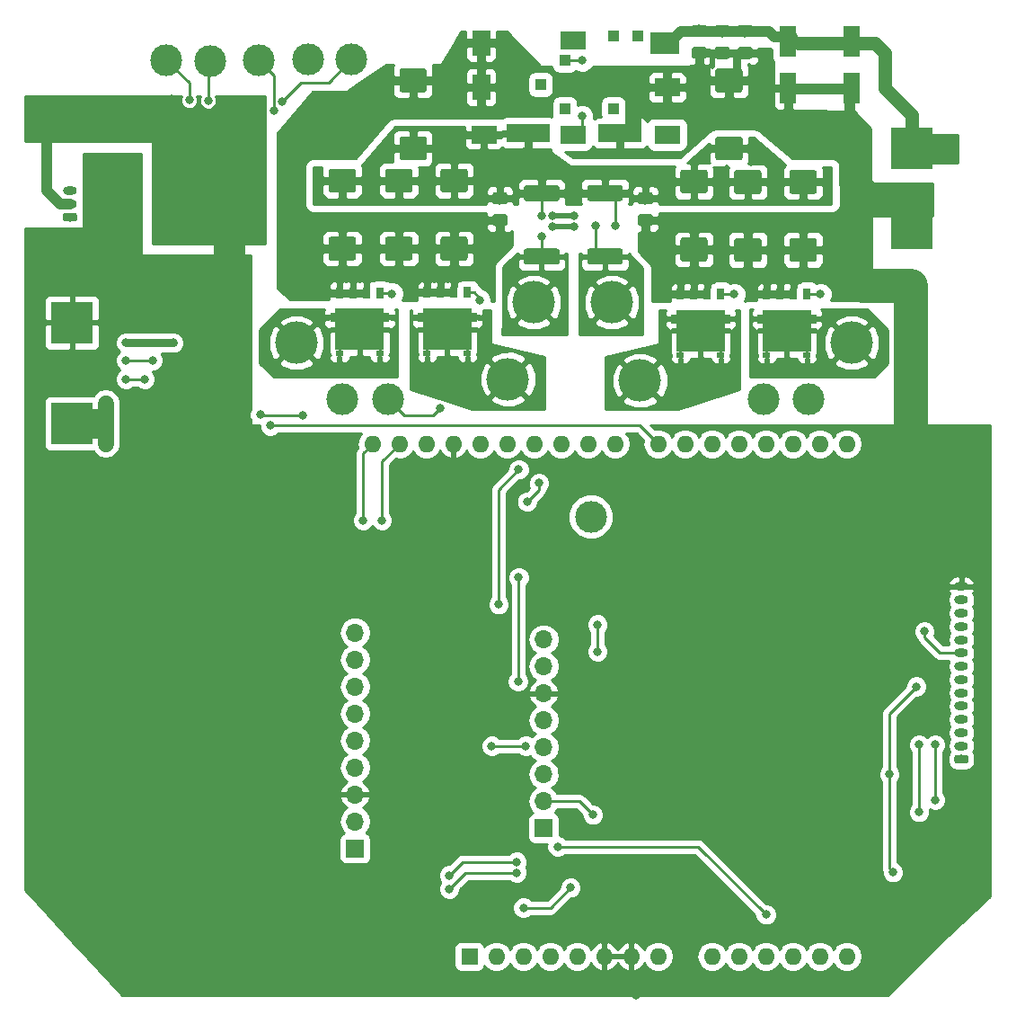
<source format=gbr>
G04 #@! TF.GenerationSoftware,KiCad,Pcbnew,(5.0.1)-3*
G04 #@! TF.CreationDate,2019-01-09T23:58:32-05:00*
G04 #@! TF.ProjectId,SMA_Driver_V1,534D415F4472697665725F56312E6B69,rev?*
G04 #@! TF.SameCoordinates,Original*
G04 #@! TF.FileFunction,Copper,L2,Bot,Signal*
G04 #@! TF.FilePolarity,Positive*
%FSLAX46Y46*%
G04 Gerber Fmt 4.6, Leading zero omitted, Abs format (unit mm)*
G04 Created by KiCad (PCBNEW (5.0.1)-3) date 1/9/2019 23:58:32*
%MOMM*%
%LPD*%
G01*
G04 APERTURE LIST*
G04 #@! TA.AperFunction,ComponentPad*
%ADD10C,3.000000*%
G04 #@! TD*
G04 #@! TA.AperFunction,ComponentPad*
%ADD11C,4.000000*%
G04 #@! TD*
G04 #@! TA.AperFunction,Conductor*
%ADD12C,0.100000*%
G04 #@! TD*
G04 #@! TA.AperFunction,ComponentPad*
%ADD13C,0.800000*%
G04 #@! TD*
G04 #@! TA.AperFunction,ComponentPad*
%ADD14O,1.300000X0.800000*%
G04 #@! TD*
G04 #@! TA.AperFunction,SMDPad,CuDef*
%ADD15C,1.525000*%
G04 #@! TD*
G04 #@! TA.AperFunction,SMDPad,CuDef*
%ADD16R,0.495000X0.905000*%
G04 #@! TD*
G04 #@! TA.AperFunction,SMDPad,CuDef*
%ADD17R,4.560000X3.955000*%
G04 #@! TD*
G04 #@! TA.AperFunction,SMDPad,CuDef*
%ADD18R,0.750000X1.000000*%
G04 #@! TD*
G04 #@! TA.AperFunction,SMDPad,CuDef*
%ADD19R,0.750000X0.575000*%
G04 #@! TD*
G04 #@! TA.AperFunction,ComponentPad*
%ADD20O,1.600000X1.600000*%
G04 #@! TD*
G04 #@! TA.AperFunction,ComponentPad*
%ADD21R,1.600000X1.600000*%
G04 #@! TD*
G04 #@! TA.AperFunction,SMDPad,CuDef*
%ADD22R,4.000000X4.000000*%
G04 #@! TD*
G04 #@! TA.AperFunction,SMDPad,CuDef*
%ADD23R,1.730000X2.440000*%
G04 #@! TD*
G04 #@! TA.AperFunction,SMDPad,CuDef*
%ADD24R,2.440000X1.730000*%
G04 #@! TD*
G04 #@! TA.AperFunction,SMDPad,CuDef*
%ADD25R,4.060000X1.780000*%
G04 #@! TD*
G04 #@! TA.AperFunction,SMDPad,CuDef*
%ADD26R,2.790000X2.130000*%
G04 #@! TD*
G04 #@! TA.AperFunction,SMDPad,CuDef*
%ADD27R,1.010000X1.010000*%
G04 #@! TD*
G04 #@! TA.AperFunction,SMDPad,CuDef*
%ADD28C,1.150000*%
G04 #@! TD*
G04 #@! TA.AperFunction,SMDPad,CuDef*
%ADD29R,1.600000X3.000000*%
G04 #@! TD*
G04 #@! TA.AperFunction,SMDPad,CuDef*
%ADD30C,2.250000*%
G04 #@! TD*
G04 #@! TA.AperFunction,ComponentPad*
%ADD31R,1.700000X1.700000*%
G04 #@! TD*
G04 #@! TA.AperFunction,ComponentPad*
%ADD32O,1.700000X1.700000*%
G04 #@! TD*
G04 #@! TA.AperFunction,ViaPad*
%ADD33C,0.800000*%
G04 #@! TD*
G04 #@! TA.AperFunction,Conductor*
%ADD34C,0.250000*%
G04 #@! TD*
G04 #@! TA.AperFunction,Conductor*
%ADD35C,0.500000*%
G04 #@! TD*
G04 #@! TA.AperFunction,Conductor*
%ADD36C,3.000000*%
G04 #@! TD*
G04 #@! TA.AperFunction,Conductor*
%ADD37C,1.000000*%
G04 #@! TD*
G04 #@! TA.AperFunction,Conductor*
%ADD38C,0.750000*%
G04 #@! TD*
G04 #@! TA.AperFunction,Conductor*
%ADD39C,3.250000*%
G04 #@! TD*
G04 #@! TA.AperFunction,Conductor*
%ADD40C,1.250000*%
G04 #@! TD*
G04 #@! TA.AperFunction,Conductor*
%ADD41C,1.500000*%
G04 #@! TD*
G04 #@! TA.AperFunction,Conductor*
%ADD42C,0.254000*%
G04 #@! TD*
G04 APERTURE END LIST*
D10*
G04 #@! TO.P,TP17,1*
G04 #@! TO.N,/G_H2_R*
X70739000Y-35814000D03*
G04 #@! TD*
G04 #@! TO.P,TP7,1*
G04 #@! TO.N,/G_H2_L*
X74930000Y-35814000D03*
G04 #@! TD*
D11*
G04 #@! TO.P,TP11,1*
G04 #@! TO.N,/V_H2_R-*
X59055000Y-34036000D03*
G04 #@! TD*
G04 #@! TO.P,TP10,1*
G04 #@! TO.N,/I_SEN-*
X56388000Y-26670000D03*
G04 #@! TD*
G04 #@! TO.P,TP8,1*
G04 #@! TO.N,/V_H2_L-*
X78994000Y-30480000D03*
G04 #@! TD*
D10*
G04 #@! TO.P,TP4,1*
G04 #@! TO.N,/G_H1_R*
X35306000Y-35814000D03*
G04 #@! TD*
G04 #@! TO.P,TP6,1*
G04 #@! TO.N,/G_H1_L*
X30988000Y-35814000D03*
G04 #@! TD*
D11*
G04 #@! TO.P,TP15,1*
G04 #@! TO.N,/V_H1_L-*
X26670000Y-30480000D03*
G04 #@! TD*
G04 #@! TO.P,TP16,1*
G04 #@! TO.N,/I_SEN1-*
X49022000Y-26670000D03*
G04 #@! TD*
G04 #@! TO.P,TP18,1*
G04 #@! TO.N,/V_H1_R-*
X46609000Y-33909000D03*
G04 #@! TD*
D12*
G04 #@! TO.N,+5V*
G04 #@! TO.C,J2*
G36*
X5803603Y-18269963D02*
X5823018Y-18272843D01*
X5842057Y-18277612D01*
X5860537Y-18284224D01*
X5878279Y-18292616D01*
X5895114Y-18302706D01*
X5910879Y-18314398D01*
X5925421Y-18327579D01*
X5938602Y-18342121D01*
X5950294Y-18357886D01*
X5960384Y-18374721D01*
X5968776Y-18392463D01*
X5975388Y-18410943D01*
X5980157Y-18429982D01*
X5983037Y-18449397D01*
X5984000Y-18469000D01*
X5984000Y-18869000D01*
X5983037Y-18888603D01*
X5980157Y-18908018D01*
X5975388Y-18927057D01*
X5968776Y-18945537D01*
X5960384Y-18963279D01*
X5950294Y-18980114D01*
X5938602Y-18995879D01*
X5925421Y-19010421D01*
X5910879Y-19023602D01*
X5895114Y-19035294D01*
X5878279Y-19045384D01*
X5860537Y-19053776D01*
X5842057Y-19060388D01*
X5823018Y-19065157D01*
X5803603Y-19068037D01*
X5784000Y-19069000D01*
X4884000Y-19069000D01*
X4864397Y-19068037D01*
X4844982Y-19065157D01*
X4825943Y-19060388D01*
X4807463Y-19053776D01*
X4789721Y-19045384D01*
X4772886Y-19035294D01*
X4757121Y-19023602D01*
X4742579Y-19010421D01*
X4729398Y-18995879D01*
X4717706Y-18980114D01*
X4707616Y-18963279D01*
X4699224Y-18945537D01*
X4692612Y-18927057D01*
X4687843Y-18908018D01*
X4684963Y-18888603D01*
X4684000Y-18869000D01*
X4684000Y-18469000D01*
X4684963Y-18449397D01*
X4687843Y-18429982D01*
X4692612Y-18410943D01*
X4699224Y-18392463D01*
X4707616Y-18374721D01*
X4717706Y-18357886D01*
X4729398Y-18342121D01*
X4742579Y-18327579D01*
X4757121Y-18314398D01*
X4772886Y-18302706D01*
X4789721Y-18292616D01*
X4807463Y-18284224D01*
X4825943Y-18277612D01*
X4844982Y-18272843D01*
X4864397Y-18269963D01*
X4884000Y-18269000D01*
X5784000Y-18269000D01*
X5803603Y-18269963D01*
X5803603Y-18269963D01*
G37*
D13*
G04 #@! TD*
G04 #@! TO.P,J2,1*
G04 #@! TO.N,+5V*
X5334000Y-18669000D03*
D14*
G04 #@! TO.P,J2,2*
G04 #@! TO.N,GND*
X5334000Y-17419000D03*
G04 #@! TO.P,J2,3*
G04 #@! TO.N,/Enc_Vout*
X5334000Y-16169000D03*
G04 #@! TD*
D12*
G04 #@! TO.N,+5V*
G04 #@! TO.C,J1*
G36*
X89801403Y-69303963D02*
X89820818Y-69306843D01*
X89839857Y-69311612D01*
X89858337Y-69318224D01*
X89876079Y-69326616D01*
X89892914Y-69336706D01*
X89908679Y-69348398D01*
X89923221Y-69361579D01*
X89936402Y-69376121D01*
X89948094Y-69391886D01*
X89958184Y-69408721D01*
X89966576Y-69426463D01*
X89973188Y-69444943D01*
X89977957Y-69463982D01*
X89980837Y-69483397D01*
X89981800Y-69503000D01*
X89981800Y-69903000D01*
X89980837Y-69922603D01*
X89977957Y-69942018D01*
X89973188Y-69961057D01*
X89966576Y-69979537D01*
X89958184Y-69997279D01*
X89948094Y-70014114D01*
X89936402Y-70029879D01*
X89923221Y-70044421D01*
X89908679Y-70057602D01*
X89892914Y-70069294D01*
X89876079Y-70079384D01*
X89858337Y-70087776D01*
X89839857Y-70094388D01*
X89820818Y-70099157D01*
X89801403Y-70102037D01*
X89781800Y-70103000D01*
X88881800Y-70103000D01*
X88862197Y-70102037D01*
X88842782Y-70099157D01*
X88823743Y-70094388D01*
X88805263Y-70087776D01*
X88787521Y-70079384D01*
X88770686Y-70069294D01*
X88754921Y-70057602D01*
X88740379Y-70044421D01*
X88727198Y-70029879D01*
X88715506Y-70014114D01*
X88705416Y-69997279D01*
X88697024Y-69979537D01*
X88690412Y-69961057D01*
X88685643Y-69942018D01*
X88682763Y-69922603D01*
X88681800Y-69903000D01*
X88681800Y-69503000D01*
X88682763Y-69483397D01*
X88685643Y-69463982D01*
X88690412Y-69444943D01*
X88697024Y-69426463D01*
X88705416Y-69408721D01*
X88715506Y-69391886D01*
X88727198Y-69376121D01*
X88740379Y-69361579D01*
X88754921Y-69348398D01*
X88770686Y-69336706D01*
X88787521Y-69326616D01*
X88805263Y-69318224D01*
X88823743Y-69311612D01*
X88842782Y-69306843D01*
X88862197Y-69303963D01*
X88881800Y-69303000D01*
X89781800Y-69303000D01*
X89801403Y-69303963D01*
X89801403Y-69303963D01*
G37*
D13*
G04 #@! TD*
G04 #@! TO.P,J1,1*
G04 #@! TO.N,+5V*
X89331800Y-69703000D03*
D14*
G04 #@! TO.P,J1,2*
G04 #@! TO.N,/MCU_RES*
X89331800Y-68453000D03*
G04 #@! TO.P,J1,3*
G04 #@! TO.N,/POT_1*
X89331800Y-67203000D03*
G04 #@! TO.P,J1,4*
G04 #@! TO.N,/POT_2*
X89331800Y-65953000D03*
G04 #@! TO.P,J1,5*
G04 #@! TO.N,/LED_STAT_O*
X89331800Y-64703000D03*
G04 #@! TO.P,J1,6*
G04 #@! TO.N,/SMA_H1_L*
X89331800Y-63453000D03*
G04 #@! TO.P,J1,7*
G04 #@! TO.N,/SMA_H1_R*
X89331800Y-62203000D03*
G04 #@! TO.P,J1,8*
G04 #@! TO.N,/Button*
X89331800Y-60953000D03*
G04 #@! TO.P,J1,9*
G04 #@! TO.N,/LED_STAT_B2*
X89331800Y-59703000D03*
G04 #@! TO.P,J1,10*
G04 #@! TO.N,/SMA_H2_R*
X89331800Y-58453000D03*
G04 #@! TO.P,J1,11*
G04 #@! TO.N,/SMA_H2_L*
X89331800Y-57203000D03*
G04 #@! TO.P,J1,12*
G04 #@! TO.N,/LED_STAT_P*
X89331800Y-55953000D03*
G04 #@! TO.P,J1,13*
G04 #@! TO.N,/LED_STAT_B1*
X89331800Y-54703000D03*
G04 #@! TO.P,J1,14*
G04 #@! TO.N,GND*
X89331800Y-53453000D03*
G04 #@! TD*
D12*
G04 #@! TO.N,/I_SEN+*
G04 #@! TO.C,R2*
G36*
X57202505Y-15618704D02*
X57226773Y-15622304D01*
X57250572Y-15628265D01*
X57273671Y-15636530D01*
X57295850Y-15647020D01*
X57316893Y-15659632D01*
X57336599Y-15674247D01*
X57354777Y-15690723D01*
X57371253Y-15708901D01*
X57385868Y-15728607D01*
X57398480Y-15749650D01*
X57408970Y-15771829D01*
X57417235Y-15794928D01*
X57423196Y-15818727D01*
X57426796Y-15842995D01*
X57428000Y-15867499D01*
X57428000Y-16892501D01*
X57426796Y-16917005D01*
X57423196Y-16941273D01*
X57417235Y-16965072D01*
X57408970Y-16988171D01*
X57398480Y-17010350D01*
X57385868Y-17031393D01*
X57371253Y-17051099D01*
X57354777Y-17069277D01*
X57336599Y-17085753D01*
X57316893Y-17100368D01*
X57295850Y-17112980D01*
X57273671Y-17123470D01*
X57250572Y-17131735D01*
X57226773Y-17137696D01*
X57202505Y-17141296D01*
X57178001Y-17142500D01*
X54327999Y-17142500D01*
X54303495Y-17141296D01*
X54279227Y-17137696D01*
X54255428Y-17131735D01*
X54232329Y-17123470D01*
X54210150Y-17112980D01*
X54189107Y-17100368D01*
X54169401Y-17085753D01*
X54151223Y-17069277D01*
X54134747Y-17051099D01*
X54120132Y-17031393D01*
X54107520Y-17010350D01*
X54097030Y-16988171D01*
X54088765Y-16965072D01*
X54082804Y-16941273D01*
X54079204Y-16917005D01*
X54078000Y-16892501D01*
X54078000Y-15867499D01*
X54079204Y-15842995D01*
X54082804Y-15818727D01*
X54088765Y-15794928D01*
X54097030Y-15771829D01*
X54107520Y-15749650D01*
X54120132Y-15728607D01*
X54134747Y-15708901D01*
X54151223Y-15690723D01*
X54169401Y-15674247D01*
X54189107Y-15659632D01*
X54210150Y-15647020D01*
X54232329Y-15636530D01*
X54255428Y-15628265D01*
X54279227Y-15622304D01*
X54303495Y-15618704D01*
X54327999Y-15617500D01*
X57178001Y-15617500D01*
X57202505Y-15618704D01*
X57202505Y-15618704D01*
G37*
D15*
G04 #@! TD*
G04 #@! TO.P,R2,1*
G04 #@! TO.N,/I_SEN+*
X55753000Y-16380000D03*
D12*
G04 #@! TO.N,/I_SEN-*
G04 #@! TO.C,R2*
G36*
X57202505Y-21593704D02*
X57226773Y-21597304D01*
X57250572Y-21603265D01*
X57273671Y-21611530D01*
X57295850Y-21622020D01*
X57316893Y-21634632D01*
X57336599Y-21649247D01*
X57354777Y-21665723D01*
X57371253Y-21683901D01*
X57385868Y-21703607D01*
X57398480Y-21724650D01*
X57408970Y-21746829D01*
X57417235Y-21769928D01*
X57423196Y-21793727D01*
X57426796Y-21817995D01*
X57428000Y-21842499D01*
X57428000Y-22867501D01*
X57426796Y-22892005D01*
X57423196Y-22916273D01*
X57417235Y-22940072D01*
X57408970Y-22963171D01*
X57398480Y-22985350D01*
X57385868Y-23006393D01*
X57371253Y-23026099D01*
X57354777Y-23044277D01*
X57336599Y-23060753D01*
X57316893Y-23075368D01*
X57295850Y-23087980D01*
X57273671Y-23098470D01*
X57250572Y-23106735D01*
X57226773Y-23112696D01*
X57202505Y-23116296D01*
X57178001Y-23117500D01*
X54327999Y-23117500D01*
X54303495Y-23116296D01*
X54279227Y-23112696D01*
X54255428Y-23106735D01*
X54232329Y-23098470D01*
X54210150Y-23087980D01*
X54189107Y-23075368D01*
X54169401Y-23060753D01*
X54151223Y-23044277D01*
X54134747Y-23026099D01*
X54120132Y-23006393D01*
X54107520Y-22985350D01*
X54097030Y-22963171D01*
X54088765Y-22940072D01*
X54082804Y-22916273D01*
X54079204Y-22892005D01*
X54078000Y-22867501D01*
X54078000Y-21842499D01*
X54079204Y-21817995D01*
X54082804Y-21793727D01*
X54088765Y-21769928D01*
X54097030Y-21746829D01*
X54107520Y-21724650D01*
X54120132Y-21703607D01*
X54134747Y-21683901D01*
X54151223Y-21665723D01*
X54169401Y-21649247D01*
X54189107Y-21634632D01*
X54210150Y-21622020D01*
X54232329Y-21611530D01*
X54255428Y-21603265D01*
X54279227Y-21597304D01*
X54303495Y-21593704D01*
X54327999Y-21592500D01*
X57178001Y-21592500D01*
X57202505Y-21593704D01*
X57202505Y-21593704D01*
G37*
D15*
G04 #@! TD*
G04 #@! TO.P,R2,2*
G04 #@! TO.N,/I_SEN-*
X55753000Y-22355000D03*
D10*
G04 #@! TO.P,TP21,1*
G04 #@! TO.N,/V_SHUNT_2*
X31877000Y-3810000D03*
G04 #@! TD*
G04 #@! TO.P,TP20,1*
G04 #@! TO.N,/I_SEN_Amp_2*
X27813000Y-3810000D03*
G04 #@! TD*
D16*
G04 #@! TO.P,Q3,2*
G04 #@! TO.N,/V_H2_L-*
X70370500Y-28244500D03*
X75425500Y-28244500D03*
D17*
X72898000Y-29349500D03*
D18*
G04 #@! TO.P,Q3,1*
G04 #@! TO.N,/G_H2_L*
X74803000Y-25902000D03*
G04 #@! TO.P,Q3,3*
G04 #@! TO.N,GND*
X73533000Y-25902000D03*
X72263000Y-25902000D03*
X70993000Y-25902000D03*
D19*
G04 #@! TO.P,Q3,2*
G04 #@! TO.N,/V_H2_L-*
X74803000Y-31614500D03*
X70993000Y-31614500D03*
G04 #@! TD*
G04 #@! TO.P,Q4,2*
G04 #@! TO.N,/V_H2_R-*
X62865000Y-31614500D03*
X66675000Y-31614500D03*
D18*
G04 #@! TO.P,Q4,3*
G04 #@! TO.N,GND*
X62865000Y-25902000D03*
X64135000Y-25902000D03*
X65405000Y-25902000D03*
G04 #@! TO.P,Q4,1*
G04 #@! TO.N,/G_H2_R*
X66675000Y-25902000D03*
D17*
G04 #@! TO.P,Q4,2*
G04 #@! TO.N,/V_H2_R-*
X64770000Y-29349500D03*
D16*
X67297500Y-28244500D03*
X62242500Y-28244500D03*
G04 #@! TD*
D19*
G04 #@! TO.P,Q2,2*
G04 #@! TO.N,/V_H1_R-*
X38989000Y-31475000D03*
X42799000Y-31475000D03*
D18*
G04 #@! TO.P,Q2,3*
G04 #@! TO.N,GND*
X38989000Y-25762500D03*
X40259000Y-25762500D03*
X41529000Y-25762500D03*
G04 #@! TO.P,Q2,1*
G04 #@! TO.N,/G_H1_R*
X42799000Y-25762500D03*
D17*
G04 #@! TO.P,Q2,2*
G04 #@! TO.N,/V_H1_R-*
X40894000Y-29210000D03*
D16*
X43421500Y-28105000D03*
X38366500Y-28105000D03*
G04 #@! TD*
D19*
G04 #@! TO.P,Q1,2*
G04 #@! TO.N,/V_H1_L-*
X30734000Y-31487500D03*
X34544000Y-31487500D03*
D18*
G04 #@! TO.P,Q1,3*
G04 #@! TO.N,GND*
X30734000Y-25775000D03*
X32004000Y-25775000D03*
X33274000Y-25775000D03*
G04 #@! TO.P,Q1,1*
G04 #@! TO.N,/G_H1_L*
X34544000Y-25775000D03*
D17*
G04 #@! TO.P,Q1,2*
G04 #@! TO.N,/V_H1_L-*
X32639000Y-29222500D03*
D16*
X35166500Y-28117500D03*
X30111500Y-28117500D03*
G04 #@! TD*
D20*
G04 #@! TO.P,A1,32*
G04 #@! TO.N,/Accel_SCL*
X33836800Y-40005000D03*
G04 #@! TO.P,A1,31*
G04 #@! TO.N,/Accel_SDA*
X36376800Y-40005000D03*
D21*
G04 #@! TO.P,A1,1*
G04 #@! TO.N,Net-(A1-Pad1)*
X42976800Y-88265000D03*
D20*
G04 #@! TO.P,A1,17*
G04 #@! TO.N,/LED_STAT_P*
X73456800Y-40005000D03*
G04 #@! TO.P,A1,2*
G04 #@! TO.N,Net-(A1-Pad2)*
X45516800Y-88265000D03*
G04 #@! TO.P,A1,18*
G04 #@! TO.N,/LED_STAT_B1*
X70916800Y-40005000D03*
G04 #@! TO.P,A1,3*
G04 #@! TO.N,/MCU_RES*
X48056800Y-88265000D03*
G04 #@! TO.P,A1,19*
G04 #@! TO.N,/LED_STAT_B2*
X68376800Y-40005000D03*
G04 #@! TO.P,A1,4*
G04 #@! TO.N,/3V3*
X50596800Y-88265000D03*
G04 #@! TO.P,A1,20*
G04 #@! TO.N,/SMA_H2_L*
X65836800Y-40005000D03*
G04 #@! TO.P,A1,5*
G04 #@! TO.N,/5V_Arduino*
X53136800Y-88265000D03*
G04 #@! TO.P,A1,21*
G04 #@! TO.N,/SMA_H2_R*
X63296800Y-40005000D03*
G04 #@! TO.P,A1,6*
G04 #@! TO.N,GND*
X55676800Y-88265000D03*
G04 #@! TO.P,A1,22*
G04 #@! TO.N,/ADC_CS*
X60756800Y-40005000D03*
G04 #@! TO.P,A1,7*
G04 #@! TO.N,GND*
X58216800Y-88265000D03*
G04 #@! TO.P,A1,23*
G04 #@! TO.N,Net-(A1-Pad23)*
X56696800Y-40005000D03*
G04 #@! TO.P,A1,8*
G04 #@! TO.N,+12V*
X60756800Y-88265000D03*
G04 #@! TO.P,A1,24*
G04 #@! TO.N,/SMA_H1_R*
X54156800Y-40005000D03*
G04 #@! TO.P,A1,9*
G04 #@! TO.N,/SD_CS*
X65836800Y-88265000D03*
G04 #@! TO.P,A1,25*
G04 #@! TO.N,/SMA_H1_L*
X51616800Y-40005000D03*
G04 #@! TO.P,A1,10*
G04 #@! TO.N,/POT_1*
X68376800Y-88265000D03*
G04 #@! TO.P,A1,26*
G04 #@! TO.N,/SPI_MOSI*
X49076800Y-40005000D03*
G04 #@! TO.P,A1,11*
G04 #@! TO.N,/POT_2*
X70916800Y-88265000D03*
G04 #@! TO.P,A1,27*
G04 #@! TO.N,/SPI_MISO*
X46536800Y-40005000D03*
G04 #@! TO.P,A1,12*
G04 #@! TO.N,/SD_CD*
X73456800Y-88265000D03*
G04 #@! TO.P,A1,28*
G04 #@! TO.N,/SPI_CLK*
X43996800Y-40005000D03*
G04 #@! TO.P,A1,13*
G04 #@! TO.N,/LED_STAT_O*
X75996800Y-88265000D03*
G04 #@! TO.P,A1,29*
G04 #@! TO.N,GND*
X41456800Y-40005000D03*
G04 #@! TO.P,A1,14*
G04 #@! TO.N,/Button*
X78536800Y-88265000D03*
G04 #@! TO.P,A1,30*
G04 #@! TO.N,Net-(A1-Pad30)*
X38916800Y-40005000D03*
G04 #@! TO.P,A1,15*
G04 #@! TO.N,Net-(A1-Pad15)*
X78536800Y-40005000D03*
G04 #@! TO.P,A1,16*
G04 #@! TO.N,Net-(A1-Pad16)*
X75996800Y-40005000D03*
G04 #@! TD*
D22*
G04 #@! TO.P,TP1,1*
G04 #@! TO.N,+12V*
X84709000Y-12192000D03*
G04 #@! TD*
D23*
G04 #@! TO.P,U1,1*
G04 #@! TO.N,GND*
X44079171Y-2240008D03*
G04 #@! TO.P,U1,8*
X44079171Y-6440008D03*
D24*
G04 #@! TO.P,U1,7*
G04 #@! TO.N,/I_SEN+*
X44329171Y-10880008D03*
D25*
G04 #@! TO.P,U1,6*
X48529171Y-10780008D03*
D24*
G04 #@! TO.P,U1,5*
G04 #@! TO.N,/Vreg_TRIM*
X52719171Y-10880008D03*
D25*
G04 #@! TO.P,U1,4*
G04 #@! TO.N,GND*
X57159171Y-10780008D03*
D26*
G04 #@! TO.P,U1,2*
G04 #@! TO.N,+12V*
X61349171Y-2270008D03*
D27*
G04 #@! TO.P,U1,14*
G04 #@! TO.N,Net-(R7-Pad2)*
X51949171Y-3900008D03*
D24*
G04 #@! TO.P,U1,3*
G04 #@! TO.N,Net-(U1-Pad3)*
X61609171Y-10880008D03*
G04 #@! TO.P,U1,10*
G04 #@! TO.N,GND*
X61609171Y-6440008D03*
D27*
G04 #@! TO.P,U1,16*
G04 #@! TO.N,Net-(U1-Pad16)*
X58809171Y-1610008D03*
G04 #@! TO.P,U1,15*
G04 #@! TO.N,Net-(U1-Pad15)*
X56529171Y-1610008D03*
D24*
G04 #@! TO.P,U1,9*
G04 #@! TO.N,Net-(U1-Pad9)*
X52719171Y-1990008D03*
D27*
G04 #@! TO.P,U1,12*
G04 #@! TO.N,Net-(U1-Pad12)*
X51949171Y-8470008D03*
G04 #@! TO.P,U1,11*
G04 #@! TO.N,Net-(U1-Pad11)*
X56529171Y-8470008D03*
G04 #@! TO.P,U1,13*
G04 #@! TO.N,Net-(U1-Pad13)*
X49669171Y-6180008D03*
G04 #@! TD*
D12*
G04 #@! TO.N,+12V*
G04 #@! TO.C,C1*
G36*
X69435505Y-560204D02*
X69459773Y-563804D01*
X69483572Y-569765D01*
X69506671Y-578030D01*
X69528850Y-588520D01*
X69549893Y-601132D01*
X69569599Y-615747D01*
X69587777Y-632223D01*
X69604253Y-650401D01*
X69618868Y-670107D01*
X69631480Y-691150D01*
X69641970Y-713329D01*
X69650235Y-736428D01*
X69656196Y-760227D01*
X69659796Y-784495D01*
X69661000Y-808999D01*
X69661000Y-1459001D01*
X69659796Y-1483505D01*
X69656196Y-1507773D01*
X69650235Y-1531572D01*
X69641970Y-1554671D01*
X69631480Y-1576850D01*
X69618868Y-1597893D01*
X69604253Y-1617599D01*
X69587777Y-1635777D01*
X69569599Y-1652253D01*
X69549893Y-1666868D01*
X69528850Y-1679480D01*
X69506671Y-1689970D01*
X69483572Y-1698235D01*
X69459773Y-1704196D01*
X69435505Y-1707796D01*
X69411001Y-1709000D01*
X68510999Y-1709000D01*
X68486495Y-1707796D01*
X68462227Y-1704196D01*
X68438428Y-1698235D01*
X68415329Y-1689970D01*
X68393150Y-1679480D01*
X68372107Y-1666868D01*
X68352401Y-1652253D01*
X68334223Y-1635777D01*
X68317747Y-1617599D01*
X68303132Y-1597893D01*
X68290520Y-1576850D01*
X68280030Y-1554671D01*
X68271765Y-1531572D01*
X68265804Y-1507773D01*
X68262204Y-1483505D01*
X68261000Y-1459001D01*
X68261000Y-808999D01*
X68262204Y-784495D01*
X68265804Y-760227D01*
X68271765Y-736428D01*
X68280030Y-713329D01*
X68290520Y-691150D01*
X68303132Y-670107D01*
X68317747Y-650401D01*
X68334223Y-632223D01*
X68352401Y-615747D01*
X68372107Y-601132D01*
X68393150Y-588520D01*
X68415329Y-578030D01*
X68438428Y-569765D01*
X68462227Y-563804D01*
X68486495Y-560204D01*
X68510999Y-559000D01*
X69411001Y-559000D01*
X69435505Y-560204D01*
X69435505Y-560204D01*
G37*
D28*
G04 #@! TD*
G04 #@! TO.P,C1,1*
G04 #@! TO.N,+12V*
X68961000Y-1134000D03*
D12*
G04 #@! TO.N,GND*
G04 #@! TO.C,C1*
G36*
X69435505Y-2610204D02*
X69459773Y-2613804D01*
X69483572Y-2619765D01*
X69506671Y-2628030D01*
X69528850Y-2638520D01*
X69549893Y-2651132D01*
X69569599Y-2665747D01*
X69587777Y-2682223D01*
X69604253Y-2700401D01*
X69618868Y-2720107D01*
X69631480Y-2741150D01*
X69641970Y-2763329D01*
X69650235Y-2786428D01*
X69656196Y-2810227D01*
X69659796Y-2834495D01*
X69661000Y-2858999D01*
X69661000Y-3509001D01*
X69659796Y-3533505D01*
X69656196Y-3557773D01*
X69650235Y-3581572D01*
X69641970Y-3604671D01*
X69631480Y-3626850D01*
X69618868Y-3647893D01*
X69604253Y-3667599D01*
X69587777Y-3685777D01*
X69569599Y-3702253D01*
X69549893Y-3716868D01*
X69528850Y-3729480D01*
X69506671Y-3739970D01*
X69483572Y-3748235D01*
X69459773Y-3754196D01*
X69435505Y-3757796D01*
X69411001Y-3759000D01*
X68510999Y-3759000D01*
X68486495Y-3757796D01*
X68462227Y-3754196D01*
X68438428Y-3748235D01*
X68415329Y-3739970D01*
X68393150Y-3729480D01*
X68372107Y-3716868D01*
X68352401Y-3702253D01*
X68334223Y-3685777D01*
X68317747Y-3667599D01*
X68303132Y-3647893D01*
X68290520Y-3626850D01*
X68280030Y-3604671D01*
X68271765Y-3581572D01*
X68265804Y-3557773D01*
X68262204Y-3533505D01*
X68261000Y-3509001D01*
X68261000Y-2858999D01*
X68262204Y-2834495D01*
X68265804Y-2810227D01*
X68271765Y-2786428D01*
X68280030Y-2763329D01*
X68290520Y-2741150D01*
X68303132Y-2720107D01*
X68317747Y-2700401D01*
X68334223Y-2682223D01*
X68352401Y-2665747D01*
X68372107Y-2651132D01*
X68393150Y-2638520D01*
X68415329Y-2628030D01*
X68438428Y-2619765D01*
X68462227Y-2613804D01*
X68486495Y-2610204D01*
X68510999Y-2609000D01*
X69411001Y-2609000D01*
X69435505Y-2610204D01*
X69435505Y-2610204D01*
G37*
D28*
G04 #@! TD*
G04 #@! TO.P,C1,2*
G04 #@! TO.N,GND*
X68961000Y-3184000D03*
D12*
G04 #@! TO.N,GND*
G04 #@! TO.C,C2*
G36*
X65117505Y-2601204D02*
X65141773Y-2604804D01*
X65165572Y-2610765D01*
X65188671Y-2619030D01*
X65210850Y-2629520D01*
X65231893Y-2642132D01*
X65251599Y-2656747D01*
X65269777Y-2673223D01*
X65286253Y-2691401D01*
X65300868Y-2711107D01*
X65313480Y-2732150D01*
X65323970Y-2754329D01*
X65332235Y-2777428D01*
X65338196Y-2801227D01*
X65341796Y-2825495D01*
X65343000Y-2849999D01*
X65343000Y-3500001D01*
X65341796Y-3524505D01*
X65338196Y-3548773D01*
X65332235Y-3572572D01*
X65323970Y-3595671D01*
X65313480Y-3617850D01*
X65300868Y-3638893D01*
X65286253Y-3658599D01*
X65269777Y-3676777D01*
X65251599Y-3693253D01*
X65231893Y-3707868D01*
X65210850Y-3720480D01*
X65188671Y-3730970D01*
X65165572Y-3739235D01*
X65141773Y-3745196D01*
X65117505Y-3748796D01*
X65093001Y-3750000D01*
X64192999Y-3750000D01*
X64168495Y-3748796D01*
X64144227Y-3745196D01*
X64120428Y-3739235D01*
X64097329Y-3730970D01*
X64075150Y-3720480D01*
X64054107Y-3707868D01*
X64034401Y-3693253D01*
X64016223Y-3676777D01*
X63999747Y-3658599D01*
X63985132Y-3638893D01*
X63972520Y-3617850D01*
X63962030Y-3595671D01*
X63953765Y-3572572D01*
X63947804Y-3548773D01*
X63944204Y-3524505D01*
X63943000Y-3500001D01*
X63943000Y-2849999D01*
X63944204Y-2825495D01*
X63947804Y-2801227D01*
X63953765Y-2777428D01*
X63962030Y-2754329D01*
X63972520Y-2732150D01*
X63985132Y-2711107D01*
X63999747Y-2691401D01*
X64016223Y-2673223D01*
X64034401Y-2656747D01*
X64054107Y-2642132D01*
X64075150Y-2629520D01*
X64097329Y-2619030D01*
X64120428Y-2610765D01*
X64144227Y-2604804D01*
X64168495Y-2601204D01*
X64192999Y-2600000D01*
X65093001Y-2600000D01*
X65117505Y-2601204D01*
X65117505Y-2601204D01*
G37*
D28*
G04 #@! TD*
G04 #@! TO.P,C2,2*
G04 #@! TO.N,GND*
X64643000Y-3175000D03*
D12*
G04 #@! TO.N,+12V*
G04 #@! TO.C,C2*
G36*
X65117505Y-551204D02*
X65141773Y-554804D01*
X65165572Y-560765D01*
X65188671Y-569030D01*
X65210850Y-579520D01*
X65231893Y-592132D01*
X65251599Y-606747D01*
X65269777Y-623223D01*
X65286253Y-641401D01*
X65300868Y-661107D01*
X65313480Y-682150D01*
X65323970Y-704329D01*
X65332235Y-727428D01*
X65338196Y-751227D01*
X65341796Y-775495D01*
X65343000Y-799999D01*
X65343000Y-1450001D01*
X65341796Y-1474505D01*
X65338196Y-1498773D01*
X65332235Y-1522572D01*
X65323970Y-1545671D01*
X65313480Y-1567850D01*
X65300868Y-1588893D01*
X65286253Y-1608599D01*
X65269777Y-1626777D01*
X65251599Y-1643253D01*
X65231893Y-1657868D01*
X65210850Y-1670480D01*
X65188671Y-1680970D01*
X65165572Y-1689235D01*
X65141773Y-1695196D01*
X65117505Y-1698796D01*
X65093001Y-1700000D01*
X64192999Y-1700000D01*
X64168495Y-1698796D01*
X64144227Y-1695196D01*
X64120428Y-1689235D01*
X64097329Y-1680970D01*
X64075150Y-1670480D01*
X64054107Y-1657868D01*
X64034401Y-1643253D01*
X64016223Y-1626777D01*
X63999747Y-1608599D01*
X63985132Y-1588893D01*
X63972520Y-1567850D01*
X63962030Y-1545671D01*
X63953765Y-1522572D01*
X63947804Y-1498773D01*
X63944204Y-1474505D01*
X63943000Y-1450001D01*
X63943000Y-799999D01*
X63944204Y-775495D01*
X63947804Y-751227D01*
X63953765Y-727428D01*
X63962030Y-704329D01*
X63972520Y-682150D01*
X63985132Y-661107D01*
X63999747Y-641401D01*
X64016223Y-623223D01*
X64034401Y-606747D01*
X64054107Y-592132D01*
X64075150Y-579520D01*
X64097329Y-569030D01*
X64120428Y-560765D01*
X64144227Y-554804D01*
X64168495Y-551204D01*
X64192999Y-550000D01*
X65093001Y-550000D01*
X65117505Y-551204D01*
X65117505Y-551204D01*
G37*
D28*
G04 #@! TD*
G04 #@! TO.P,C2,1*
G04 #@! TO.N,+12V*
X64643000Y-1125000D03*
D12*
G04 #@! TO.N,+12V*
G04 #@! TO.C,C3*
G36*
X67276505Y-560204D02*
X67300773Y-563804D01*
X67324572Y-569765D01*
X67347671Y-578030D01*
X67369850Y-588520D01*
X67390893Y-601132D01*
X67410599Y-615747D01*
X67428777Y-632223D01*
X67445253Y-650401D01*
X67459868Y-670107D01*
X67472480Y-691150D01*
X67482970Y-713329D01*
X67491235Y-736428D01*
X67497196Y-760227D01*
X67500796Y-784495D01*
X67502000Y-808999D01*
X67502000Y-1459001D01*
X67500796Y-1483505D01*
X67497196Y-1507773D01*
X67491235Y-1531572D01*
X67482970Y-1554671D01*
X67472480Y-1576850D01*
X67459868Y-1597893D01*
X67445253Y-1617599D01*
X67428777Y-1635777D01*
X67410599Y-1652253D01*
X67390893Y-1666868D01*
X67369850Y-1679480D01*
X67347671Y-1689970D01*
X67324572Y-1698235D01*
X67300773Y-1704196D01*
X67276505Y-1707796D01*
X67252001Y-1709000D01*
X66351999Y-1709000D01*
X66327495Y-1707796D01*
X66303227Y-1704196D01*
X66279428Y-1698235D01*
X66256329Y-1689970D01*
X66234150Y-1679480D01*
X66213107Y-1666868D01*
X66193401Y-1652253D01*
X66175223Y-1635777D01*
X66158747Y-1617599D01*
X66144132Y-1597893D01*
X66131520Y-1576850D01*
X66121030Y-1554671D01*
X66112765Y-1531572D01*
X66106804Y-1507773D01*
X66103204Y-1483505D01*
X66102000Y-1459001D01*
X66102000Y-808999D01*
X66103204Y-784495D01*
X66106804Y-760227D01*
X66112765Y-736428D01*
X66121030Y-713329D01*
X66131520Y-691150D01*
X66144132Y-670107D01*
X66158747Y-650401D01*
X66175223Y-632223D01*
X66193401Y-615747D01*
X66213107Y-601132D01*
X66234150Y-588520D01*
X66256329Y-578030D01*
X66279428Y-569765D01*
X66303227Y-563804D01*
X66327495Y-560204D01*
X66351999Y-559000D01*
X67252001Y-559000D01*
X67276505Y-560204D01*
X67276505Y-560204D01*
G37*
D28*
G04 #@! TD*
G04 #@! TO.P,C3,1*
G04 #@! TO.N,+12V*
X66802000Y-1134000D03*
D12*
G04 #@! TO.N,GND*
G04 #@! TO.C,C3*
G36*
X67276505Y-2610204D02*
X67300773Y-2613804D01*
X67324572Y-2619765D01*
X67347671Y-2628030D01*
X67369850Y-2638520D01*
X67390893Y-2651132D01*
X67410599Y-2665747D01*
X67428777Y-2682223D01*
X67445253Y-2700401D01*
X67459868Y-2720107D01*
X67472480Y-2741150D01*
X67482970Y-2763329D01*
X67491235Y-2786428D01*
X67497196Y-2810227D01*
X67500796Y-2834495D01*
X67502000Y-2858999D01*
X67502000Y-3509001D01*
X67500796Y-3533505D01*
X67497196Y-3557773D01*
X67491235Y-3581572D01*
X67482970Y-3604671D01*
X67472480Y-3626850D01*
X67459868Y-3647893D01*
X67445253Y-3667599D01*
X67428777Y-3685777D01*
X67410599Y-3702253D01*
X67390893Y-3716868D01*
X67369850Y-3729480D01*
X67347671Y-3739970D01*
X67324572Y-3748235D01*
X67300773Y-3754196D01*
X67276505Y-3757796D01*
X67252001Y-3759000D01*
X66351999Y-3759000D01*
X66327495Y-3757796D01*
X66303227Y-3754196D01*
X66279428Y-3748235D01*
X66256329Y-3739970D01*
X66234150Y-3729480D01*
X66213107Y-3716868D01*
X66193401Y-3702253D01*
X66175223Y-3685777D01*
X66158747Y-3667599D01*
X66144132Y-3647893D01*
X66131520Y-3626850D01*
X66121030Y-3604671D01*
X66112765Y-3581572D01*
X66106804Y-3557773D01*
X66103204Y-3533505D01*
X66102000Y-3509001D01*
X66102000Y-2858999D01*
X66103204Y-2834495D01*
X66106804Y-2810227D01*
X66112765Y-2786428D01*
X66121030Y-2763329D01*
X66131520Y-2741150D01*
X66144132Y-2720107D01*
X66158747Y-2700401D01*
X66175223Y-2682223D01*
X66193401Y-2665747D01*
X66213107Y-2651132D01*
X66234150Y-2638520D01*
X66256329Y-2628030D01*
X66279428Y-2619765D01*
X66303227Y-2613804D01*
X66327495Y-2610204D01*
X66351999Y-2609000D01*
X67252001Y-2609000D01*
X67276505Y-2610204D01*
X67276505Y-2610204D01*
G37*
D28*
G04 #@! TD*
G04 #@! TO.P,C3,2*
G04 #@! TO.N,GND*
X66802000Y-3184000D03*
D12*
G04 #@! TO.N,/I_SEN+*
G04 #@! TO.C,C6*
G36*
X46321505Y-16308204D02*
X46345773Y-16311804D01*
X46369572Y-16317765D01*
X46392671Y-16326030D01*
X46414850Y-16336520D01*
X46435893Y-16349132D01*
X46455599Y-16363747D01*
X46473777Y-16380223D01*
X46490253Y-16398401D01*
X46504868Y-16418107D01*
X46517480Y-16439150D01*
X46527970Y-16461329D01*
X46536235Y-16484428D01*
X46542196Y-16508227D01*
X46545796Y-16532495D01*
X46547000Y-16556999D01*
X46547000Y-17207001D01*
X46545796Y-17231505D01*
X46542196Y-17255773D01*
X46536235Y-17279572D01*
X46527970Y-17302671D01*
X46517480Y-17324850D01*
X46504868Y-17345893D01*
X46490253Y-17365599D01*
X46473777Y-17383777D01*
X46455599Y-17400253D01*
X46435893Y-17414868D01*
X46414850Y-17427480D01*
X46392671Y-17437970D01*
X46369572Y-17446235D01*
X46345773Y-17452196D01*
X46321505Y-17455796D01*
X46297001Y-17457000D01*
X45396999Y-17457000D01*
X45372495Y-17455796D01*
X45348227Y-17452196D01*
X45324428Y-17446235D01*
X45301329Y-17437970D01*
X45279150Y-17427480D01*
X45258107Y-17414868D01*
X45238401Y-17400253D01*
X45220223Y-17383777D01*
X45203747Y-17365599D01*
X45189132Y-17345893D01*
X45176520Y-17324850D01*
X45166030Y-17302671D01*
X45157765Y-17279572D01*
X45151804Y-17255773D01*
X45148204Y-17231505D01*
X45147000Y-17207001D01*
X45147000Y-16556999D01*
X45148204Y-16532495D01*
X45151804Y-16508227D01*
X45157765Y-16484428D01*
X45166030Y-16461329D01*
X45176520Y-16439150D01*
X45189132Y-16418107D01*
X45203747Y-16398401D01*
X45220223Y-16380223D01*
X45238401Y-16363747D01*
X45258107Y-16349132D01*
X45279150Y-16336520D01*
X45301329Y-16326030D01*
X45324428Y-16317765D01*
X45348227Y-16311804D01*
X45372495Y-16308204D01*
X45396999Y-16307000D01*
X46297001Y-16307000D01*
X46321505Y-16308204D01*
X46321505Y-16308204D01*
G37*
D28*
G04 #@! TD*
G04 #@! TO.P,C6,1*
G04 #@! TO.N,/I_SEN+*
X45847000Y-16882000D03*
D12*
G04 #@! TO.N,GND*
G04 #@! TO.C,C6*
G36*
X46321505Y-18358204D02*
X46345773Y-18361804D01*
X46369572Y-18367765D01*
X46392671Y-18376030D01*
X46414850Y-18386520D01*
X46435893Y-18399132D01*
X46455599Y-18413747D01*
X46473777Y-18430223D01*
X46490253Y-18448401D01*
X46504868Y-18468107D01*
X46517480Y-18489150D01*
X46527970Y-18511329D01*
X46536235Y-18534428D01*
X46542196Y-18558227D01*
X46545796Y-18582495D01*
X46547000Y-18606999D01*
X46547000Y-19257001D01*
X46545796Y-19281505D01*
X46542196Y-19305773D01*
X46536235Y-19329572D01*
X46527970Y-19352671D01*
X46517480Y-19374850D01*
X46504868Y-19395893D01*
X46490253Y-19415599D01*
X46473777Y-19433777D01*
X46455599Y-19450253D01*
X46435893Y-19464868D01*
X46414850Y-19477480D01*
X46392671Y-19487970D01*
X46369572Y-19496235D01*
X46345773Y-19502196D01*
X46321505Y-19505796D01*
X46297001Y-19507000D01*
X45396999Y-19507000D01*
X45372495Y-19505796D01*
X45348227Y-19502196D01*
X45324428Y-19496235D01*
X45301329Y-19487970D01*
X45279150Y-19477480D01*
X45258107Y-19464868D01*
X45238401Y-19450253D01*
X45220223Y-19433777D01*
X45203747Y-19415599D01*
X45189132Y-19395893D01*
X45176520Y-19374850D01*
X45166030Y-19352671D01*
X45157765Y-19329572D01*
X45151804Y-19305773D01*
X45148204Y-19281505D01*
X45147000Y-19257001D01*
X45147000Y-18606999D01*
X45148204Y-18582495D01*
X45151804Y-18558227D01*
X45157765Y-18534428D01*
X45166030Y-18511329D01*
X45176520Y-18489150D01*
X45189132Y-18468107D01*
X45203747Y-18448401D01*
X45220223Y-18430223D01*
X45238401Y-18413747D01*
X45258107Y-18399132D01*
X45279150Y-18386520D01*
X45301329Y-18376030D01*
X45324428Y-18367765D01*
X45348227Y-18361804D01*
X45372495Y-18358204D01*
X45396999Y-18357000D01*
X46297001Y-18357000D01*
X46321505Y-18358204D01*
X46321505Y-18358204D01*
G37*
D28*
G04 #@! TD*
G04 #@! TO.P,C6,2*
G04 #@! TO.N,GND*
X45847000Y-18932000D03*
D12*
G04 #@! TO.N,GND*
G04 #@! TO.C,C7*
G36*
X60037505Y-18358204D02*
X60061773Y-18361804D01*
X60085572Y-18367765D01*
X60108671Y-18376030D01*
X60130850Y-18386520D01*
X60151893Y-18399132D01*
X60171599Y-18413747D01*
X60189777Y-18430223D01*
X60206253Y-18448401D01*
X60220868Y-18468107D01*
X60233480Y-18489150D01*
X60243970Y-18511329D01*
X60252235Y-18534428D01*
X60258196Y-18558227D01*
X60261796Y-18582495D01*
X60263000Y-18606999D01*
X60263000Y-19257001D01*
X60261796Y-19281505D01*
X60258196Y-19305773D01*
X60252235Y-19329572D01*
X60243970Y-19352671D01*
X60233480Y-19374850D01*
X60220868Y-19395893D01*
X60206253Y-19415599D01*
X60189777Y-19433777D01*
X60171599Y-19450253D01*
X60151893Y-19464868D01*
X60130850Y-19477480D01*
X60108671Y-19487970D01*
X60085572Y-19496235D01*
X60061773Y-19502196D01*
X60037505Y-19505796D01*
X60013001Y-19507000D01*
X59112999Y-19507000D01*
X59088495Y-19505796D01*
X59064227Y-19502196D01*
X59040428Y-19496235D01*
X59017329Y-19487970D01*
X58995150Y-19477480D01*
X58974107Y-19464868D01*
X58954401Y-19450253D01*
X58936223Y-19433777D01*
X58919747Y-19415599D01*
X58905132Y-19395893D01*
X58892520Y-19374850D01*
X58882030Y-19352671D01*
X58873765Y-19329572D01*
X58867804Y-19305773D01*
X58864204Y-19281505D01*
X58863000Y-19257001D01*
X58863000Y-18606999D01*
X58864204Y-18582495D01*
X58867804Y-18558227D01*
X58873765Y-18534428D01*
X58882030Y-18511329D01*
X58892520Y-18489150D01*
X58905132Y-18468107D01*
X58919747Y-18448401D01*
X58936223Y-18430223D01*
X58954401Y-18413747D01*
X58974107Y-18399132D01*
X58995150Y-18386520D01*
X59017329Y-18376030D01*
X59040428Y-18367765D01*
X59064227Y-18361804D01*
X59088495Y-18358204D01*
X59112999Y-18357000D01*
X60013001Y-18357000D01*
X60037505Y-18358204D01*
X60037505Y-18358204D01*
G37*
D28*
G04 #@! TD*
G04 #@! TO.P,C7,2*
G04 #@! TO.N,GND*
X59563000Y-18932000D03*
D12*
G04 #@! TO.N,/I_SEN+*
G04 #@! TO.C,C7*
G36*
X60037505Y-16308204D02*
X60061773Y-16311804D01*
X60085572Y-16317765D01*
X60108671Y-16326030D01*
X60130850Y-16336520D01*
X60151893Y-16349132D01*
X60171599Y-16363747D01*
X60189777Y-16380223D01*
X60206253Y-16398401D01*
X60220868Y-16418107D01*
X60233480Y-16439150D01*
X60243970Y-16461329D01*
X60252235Y-16484428D01*
X60258196Y-16508227D01*
X60261796Y-16532495D01*
X60263000Y-16556999D01*
X60263000Y-17207001D01*
X60261796Y-17231505D01*
X60258196Y-17255773D01*
X60252235Y-17279572D01*
X60243970Y-17302671D01*
X60233480Y-17324850D01*
X60220868Y-17345893D01*
X60206253Y-17365599D01*
X60189777Y-17383777D01*
X60171599Y-17400253D01*
X60151893Y-17414868D01*
X60130850Y-17427480D01*
X60108671Y-17437970D01*
X60085572Y-17446235D01*
X60061773Y-17452196D01*
X60037505Y-17455796D01*
X60013001Y-17457000D01*
X59112999Y-17457000D01*
X59088495Y-17455796D01*
X59064227Y-17452196D01*
X59040428Y-17446235D01*
X59017329Y-17437970D01*
X58995150Y-17427480D01*
X58974107Y-17414868D01*
X58954401Y-17400253D01*
X58936223Y-17383777D01*
X58919747Y-17365599D01*
X58905132Y-17345893D01*
X58892520Y-17324850D01*
X58882030Y-17302671D01*
X58873765Y-17279572D01*
X58867804Y-17255773D01*
X58864204Y-17231505D01*
X58863000Y-17207001D01*
X58863000Y-16556999D01*
X58864204Y-16532495D01*
X58867804Y-16508227D01*
X58873765Y-16484428D01*
X58882030Y-16461329D01*
X58892520Y-16439150D01*
X58905132Y-16418107D01*
X58919747Y-16398401D01*
X58936223Y-16380223D01*
X58954401Y-16363747D01*
X58974107Y-16349132D01*
X58995150Y-16336520D01*
X59017329Y-16326030D01*
X59040428Y-16317765D01*
X59064227Y-16311804D01*
X59088495Y-16308204D01*
X59112999Y-16307000D01*
X60013001Y-16307000D01*
X60037505Y-16308204D01*
X60037505Y-16308204D01*
G37*
D28*
G04 #@! TD*
G04 #@! TO.P,C7,1*
G04 #@! TO.N,/I_SEN+*
X59563000Y-16882000D03*
D29*
G04 #@! TO.P,C8,2*
G04 #@! TO.N,GND*
X73025000Y-6518000D03*
G04 #@! TO.P,C8,1*
G04 #@! TO.N,+12V*
X73025000Y-2118000D03*
G04 #@! TD*
G04 #@! TO.P,C9,1*
G04 #@! TO.N,+12V*
X78994000Y-2118000D03*
G04 #@! TO.P,C9,2*
G04 #@! TO.N,GND*
X78994000Y-6518000D03*
G04 #@! TD*
D12*
G04 #@! TO.N,/I_SEN+*
G04 #@! TO.C,C13*
G36*
X75471505Y-14218204D02*
X75495773Y-14221804D01*
X75519572Y-14227765D01*
X75542671Y-14236030D01*
X75564850Y-14246520D01*
X75585893Y-14259132D01*
X75605599Y-14273747D01*
X75623777Y-14290223D01*
X75640253Y-14308401D01*
X75654868Y-14328107D01*
X75667480Y-14349150D01*
X75677970Y-14371329D01*
X75686235Y-14394428D01*
X75692196Y-14418227D01*
X75695796Y-14442495D01*
X75697000Y-14466999D01*
X75697000Y-16217001D01*
X75695796Y-16241505D01*
X75692196Y-16265773D01*
X75686235Y-16289572D01*
X75677970Y-16312671D01*
X75667480Y-16334850D01*
X75654868Y-16355893D01*
X75640253Y-16375599D01*
X75623777Y-16393777D01*
X75605599Y-16410253D01*
X75585893Y-16424868D01*
X75564850Y-16437480D01*
X75542671Y-16447970D01*
X75519572Y-16456235D01*
X75495773Y-16462196D01*
X75471505Y-16465796D01*
X75447001Y-16467000D01*
X73396999Y-16467000D01*
X73372495Y-16465796D01*
X73348227Y-16462196D01*
X73324428Y-16456235D01*
X73301329Y-16447970D01*
X73279150Y-16437480D01*
X73258107Y-16424868D01*
X73238401Y-16410253D01*
X73220223Y-16393777D01*
X73203747Y-16375599D01*
X73189132Y-16355893D01*
X73176520Y-16334850D01*
X73166030Y-16312671D01*
X73157765Y-16289572D01*
X73151804Y-16265773D01*
X73148204Y-16241505D01*
X73147000Y-16217001D01*
X73147000Y-14466999D01*
X73148204Y-14442495D01*
X73151804Y-14418227D01*
X73157765Y-14394428D01*
X73166030Y-14371329D01*
X73176520Y-14349150D01*
X73189132Y-14328107D01*
X73203747Y-14308401D01*
X73220223Y-14290223D01*
X73238401Y-14273747D01*
X73258107Y-14259132D01*
X73279150Y-14246520D01*
X73301329Y-14236030D01*
X73324428Y-14227765D01*
X73348227Y-14221804D01*
X73372495Y-14218204D01*
X73396999Y-14217000D01*
X75447001Y-14217000D01*
X75471505Y-14218204D01*
X75471505Y-14218204D01*
G37*
D30*
G04 #@! TD*
G04 #@! TO.P,C13,1*
G04 #@! TO.N,/I_SEN+*
X74422000Y-15342000D03*
D12*
G04 #@! TO.N,GND*
G04 #@! TO.C,C13*
G36*
X75471505Y-20618204D02*
X75495773Y-20621804D01*
X75519572Y-20627765D01*
X75542671Y-20636030D01*
X75564850Y-20646520D01*
X75585893Y-20659132D01*
X75605599Y-20673747D01*
X75623777Y-20690223D01*
X75640253Y-20708401D01*
X75654868Y-20728107D01*
X75667480Y-20749150D01*
X75677970Y-20771329D01*
X75686235Y-20794428D01*
X75692196Y-20818227D01*
X75695796Y-20842495D01*
X75697000Y-20866999D01*
X75697000Y-22617001D01*
X75695796Y-22641505D01*
X75692196Y-22665773D01*
X75686235Y-22689572D01*
X75677970Y-22712671D01*
X75667480Y-22734850D01*
X75654868Y-22755893D01*
X75640253Y-22775599D01*
X75623777Y-22793777D01*
X75605599Y-22810253D01*
X75585893Y-22824868D01*
X75564850Y-22837480D01*
X75542671Y-22847970D01*
X75519572Y-22856235D01*
X75495773Y-22862196D01*
X75471505Y-22865796D01*
X75447001Y-22867000D01*
X73396999Y-22867000D01*
X73372495Y-22865796D01*
X73348227Y-22862196D01*
X73324428Y-22856235D01*
X73301329Y-22847970D01*
X73279150Y-22837480D01*
X73258107Y-22824868D01*
X73238401Y-22810253D01*
X73220223Y-22793777D01*
X73203747Y-22775599D01*
X73189132Y-22755893D01*
X73176520Y-22734850D01*
X73166030Y-22712671D01*
X73157765Y-22689572D01*
X73151804Y-22665773D01*
X73148204Y-22641505D01*
X73147000Y-22617001D01*
X73147000Y-20866999D01*
X73148204Y-20842495D01*
X73151804Y-20818227D01*
X73157765Y-20794428D01*
X73166030Y-20771329D01*
X73176520Y-20749150D01*
X73189132Y-20728107D01*
X73203747Y-20708401D01*
X73220223Y-20690223D01*
X73238401Y-20673747D01*
X73258107Y-20659132D01*
X73279150Y-20646520D01*
X73301329Y-20636030D01*
X73324428Y-20627765D01*
X73348227Y-20621804D01*
X73372495Y-20618204D01*
X73396999Y-20617000D01*
X75447001Y-20617000D01*
X75471505Y-20618204D01*
X75471505Y-20618204D01*
G37*
D30*
G04 #@! TD*
G04 #@! TO.P,C13,2*
G04 #@! TO.N,GND*
X74422000Y-21742000D03*
D12*
G04 #@! TO.N,/I_SEN+*
G04 #@! TO.C,C14*
G36*
X70264505Y-14218204D02*
X70288773Y-14221804D01*
X70312572Y-14227765D01*
X70335671Y-14236030D01*
X70357850Y-14246520D01*
X70378893Y-14259132D01*
X70398599Y-14273747D01*
X70416777Y-14290223D01*
X70433253Y-14308401D01*
X70447868Y-14328107D01*
X70460480Y-14349150D01*
X70470970Y-14371329D01*
X70479235Y-14394428D01*
X70485196Y-14418227D01*
X70488796Y-14442495D01*
X70490000Y-14466999D01*
X70490000Y-16217001D01*
X70488796Y-16241505D01*
X70485196Y-16265773D01*
X70479235Y-16289572D01*
X70470970Y-16312671D01*
X70460480Y-16334850D01*
X70447868Y-16355893D01*
X70433253Y-16375599D01*
X70416777Y-16393777D01*
X70398599Y-16410253D01*
X70378893Y-16424868D01*
X70357850Y-16437480D01*
X70335671Y-16447970D01*
X70312572Y-16456235D01*
X70288773Y-16462196D01*
X70264505Y-16465796D01*
X70240001Y-16467000D01*
X68189999Y-16467000D01*
X68165495Y-16465796D01*
X68141227Y-16462196D01*
X68117428Y-16456235D01*
X68094329Y-16447970D01*
X68072150Y-16437480D01*
X68051107Y-16424868D01*
X68031401Y-16410253D01*
X68013223Y-16393777D01*
X67996747Y-16375599D01*
X67982132Y-16355893D01*
X67969520Y-16334850D01*
X67959030Y-16312671D01*
X67950765Y-16289572D01*
X67944804Y-16265773D01*
X67941204Y-16241505D01*
X67940000Y-16217001D01*
X67940000Y-14466999D01*
X67941204Y-14442495D01*
X67944804Y-14418227D01*
X67950765Y-14394428D01*
X67959030Y-14371329D01*
X67969520Y-14349150D01*
X67982132Y-14328107D01*
X67996747Y-14308401D01*
X68013223Y-14290223D01*
X68031401Y-14273747D01*
X68051107Y-14259132D01*
X68072150Y-14246520D01*
X68094329Y-14236030D01*
X68117428Y-14227765D01*
X68141227Y-14221804D01*
X68165495Y-14218204D01*
X68189999Y-14217000D01*
X70240001Y-14217000D01*
X70264505Y-14218204D01*
X70264505Y-14218204D01*
G37*
D30*
G04 #@! TD*
G04 #@! TO.P,C14,1*
G04 #@! TO.N,/I_SEN+*
X69215000Y-15342000D03*
D12*
G04 #@! TO.N,GND*
G04 #@! TO.C,C14*
G36*
X70264505Y-20618204D02*
X70288773Y-20621804D01*
X70312572Y-20627765D01*
X70335671Y-20636030D01*
X70357850Y-20646520D01*
X70378893Y-20659132D01*
X70398599Y-20673747D01*
X70416777Y-20690223D01*
X70433253Y-20708401D01*
X70447868Y-20728107D01*
X70460480Y-20749150D01*
X70470970Y-20771329D01*
X70479235Y-20794428D01*
X70485196Y-20818227D01*
X70488796Y-20842495D01*
X70490000Y-20866999D01*
X70490000Y-22617001D01*
X70488796Y-22641505D01*
X70485196Y-22665773D01*
X70479235Y-22689572D01*
X70470970Y-22712671D01*
X70460480Y-22734850D01*
X70447868Y-22755893D01*
X70433253Y-22775599D01*
X70416777Y-22793777D01*
X70398599Y-22810253D01*
X70378893Y-22824868D01*
X70357850Y-22837480D01*
X70335671Y-22847970D01*
X70312572Y-22856235D01*
X70288773Y-22862196D01*
X70264505Y-22865796D01*
X70240001Y-22867000D01*
X68189999Y-22867000D01*
X68165495Y-22865796D01*
X68141227Y-22862196D01*
X68117428Y-22856235D01*
X68094329Y-22847970D01*
X68072150Y-22837480D01*
X68051107Y-22824868D01*
X68031401Y-22810253D01*
X68013223Y-22793777D01*
X67996747Y-22775599D01*
X67982132Y-22755893D01*
X67969520Y-22734850D01*
X67959030Y-22712671D01*
X67950765Y-22689572D01*
X67944804Y-22665773D01*
X67941204Y-22641505D01*
X67940000Y-22617001D01*
X67940000Y-20866999D01*
X67941204Y-20842495D01*
X67944804Y-20818227D01*
X67950765Y-20794428D01*
X67959030Y-20771329D01*
X67969520Y-20749150D01*
X67982132Y-20728107D01*
X67996747Y-20708401D01*
X68013223Y-20690223D01*
X68031401Y-20673747D01*
X68051107Y-20659132D01*
X68072150Y-20646520D01*
X68094329Y-20636030D01*
X68117428Y-20627765D01*
X68141227Y-20621804D01*
X68165495Y-20618204D01*
X68189999Y-20617000D01*
X70240001Y-20617000D01*
X70264505Y-20618204D01*
X70264505Y-20618204D01*
G37*
D30*
G04 #@! TD*
G04 #@! TO.P,C14,2*
G04 #@! TO.N,GND*
X69215000Y-21742000D03*
D12*
G04 #@! TO.N,/I_SEN+*
G04 #@! TO.C,C15*
G36*
X65184505Y-14176212D02*
X65208773Y-14179812D01*
X65232572Y-14185773D01*
X65255671Y-14194038D01*
X65277850Y-14204528D01*
X65298893Y-14217140D01*
X65318599Y-14231755D01*
X65336777Y-14248231D01*
X65353253Y-14266409D01*
X65367868Y-14286115D01*
X65380480Y-14307158D01*
X65390970Y-14329337D01*
X65399235Y-14352436D01*
X65405196Y-14376235D01*
X65408796Y-14400503D01*
X65410000Y-14425007D01*
X65410000Y-16175009D01*
X65408796Y-16199513D01*
X65405196Y-16223781D01*
X65399235Y-16247580D01*
X65390970Y-16270679D01*
X65380480Y-16292858D01*
X65367868Y-16313901D01*
X65353253Y-16333607D01*
X65336777Y-16351785D01*
X65318599Y-16368261D01*
X65298893Y-16382876D01*
X65277850Y-16395488D01*
X65255671Y-16405978D01*
X65232572Y-16414243D01*
X65208773Y-16420204D01*
X65184505Y-16423804D01*
X65160001Y-16425008D01*
X63109999Y-16425008D01*
X63085495Y-16423804D01*
X63061227Y-16420204D01*
X63037428Y-16414243D01*
X63014329Y-16405978D01*
X62992150Y-16395488D01*
X62971107Y-16382876D01*
X62951401Y-16368261D01*
X62933223Y-16351785D01*
X62916747Y-16333607D01*
X62902132Y-16313901D01*
X62889520Y-16292858D01*
X62879030Y-16270679D01*
X62870765Y-16247580D01*
X62864804Y-16223781D01*
X62861204Y-16199513D01*
X62860000Y-16175009D01*
X62860000Y-14425007D01*
X62861204Y-14400503D01*
X62864804Y-14376235D01*
X62870765Y-14352436D01*
X62879030Y-14329337D01*
X62889520Y-14307158D01*
X62902132Y-14286115D01*
X62916747Y-14266409D01*
X62933223Y-14248231D01*
X62951401Y-14231755D01*
X62971107Y-14217140D01*
X62992150Y-14204528D01*
X63014329Y-14194038D01*
X63037428Y-14185773D01*
X63061227Y-14179812D01*
X63085495Y-14176212D01*
X63109999Y-14175008D01*
X65160001Y-14175008D01*
X65184505Y-14176212D01*
X65184505Y-14176212D01*
G37*
D30*
G04 #@! TD*
G04 #@! TO.P,C15,1*
G04 #@! TO.N,/I_SEN+*
X64135000Y-15300008D03*
D12*
G04 #@! TO.N,GND*
G04 #@! TO.C,C15*
G36*
X65184505Y-20576212D02*
X65208773Y-20579812D01*
X65232572Y-20585773D01*
X65255671Y-20594038D01*
X65277850Y-20604528D01*
X65298893Y-20617140D01*
X65318599Y-20631755D01*
X65336777Y-20648231D01*
X65353253Y-20666409D01*
X65367868Y-20686115D01*
X65380480Y-20707158D01*
X65390970Y-20729337D01*
X65399235Y-20752436D01*
X65405196Y-20776235D01*
X65408796Y-20800503D01*
X65410000Y-20825007D01*
X65410000Y-22575009D01*
X65408796Y-22599513D01*
X65405196Y-22623781D01*
X65399235Y-22647580D01*
X65390970Y-22670679D01*
X65380480Y-22692858D01*
X65367868Y-22713901D01*
X65353253Y-22733607D01*
X65336777Y-22751785D01*
X65318599Y-22768261D01*
X65298893Y-22782876D01*
X65277850Y-22795488D01*
X65255671Y-22805978D01*
X65232572Y-22814243D01*
X65208773Y-22820204D01*
X65184505Y-22823804D01*
X65160001Y-22825008D01*
X63109999Y-22825008D01*
X63085495Y-22823804D01*
X63061227Y-22820204D01*
X63037428Y-22814243D01*
X63014329Y-22805978D01*
X62992150Y-22795488D01*
X62971107Y-22782876D01*
X62951401Y-22768261D01*
X62933223Y-22751785D01*
X62916747Y-22733607D01*
X62902132Y-22713901D01*
X62889520Y-22692858D01*
X62879030Y-22670679D01*
X62870765Y-22647580D01*
X62864804Y-22623781D01*
X62861204Y-22599513D01*
X62860000Y-22575009D01*
X62860000Y-20825007D01*
X62861204Y-20800503D01*
X62864804Y-20776235D01*
X62870765Y-20752436D01*
X62879030Y-20729337D01*
X62889520Y-20707158D01*
X62902132Y-20686115D01*
X62916747Y-20666409D01*
X62933223Y-20648231D01*
X62951401Y-20631755D01*
X62971107Y-20617140D01*
X62992150Y-20604528D01*
X63014329Y-20594038D01*
X63037428Y-20585773D01*
X63061227Y-20579812D01*
X63085495Y-20576212D01*
X63109999Y-20575008D01*
X65160001Y-20575008D01*
X65184505Y-20576212D01*
X65184505Y-20576212D01*
G37*
D30*
G04 #@! TD*
G04 #@! TO.P,C15,2*
G04 #@! TO.N,GND*
X64135000Y-21700008D03*
D12*
G04 #@! TO.N,GND*
G04 #@! TO.C,C17*
G36*
X32037505Y-20491204D02*
X32061773Y-20494804D01*
X32085572Y-20500765D01*
X32108671Y-20509030D01*
X32130850Y-20519520D01*
X32151893Y-20532132D01*
X32171599Y-20546747D01*
X32189777Y-20563223D01*
X32206253Y-20581401D01*
X32220868Y-20601107D01*
X32233480Y-20622150D01*
X32243970Y-20644329D01*
X32252235Y-20667428D01*
X32258196Y-20691227D01*
X32261796Y-20715495D01*
X32263000Y-20739999D01*
X32263000Y-22490001D01*
X32261796Y-22514505D01*
X32258196Y-22538773D01*
X32252235Y-22562572D01*
X32243970Y-22585671D01*
X32233480Y-22607850D01*
X32220868Y-22628893D01*
X32206253Y-22648599D01*
X32189777Y-22666777D01*
X32171599Y-22683253D01*
X32151893Y-22697868D01*
X32130850Y-22710480D01*
X32108671Y-22720970D01*
X32085572Y-22729235D01*
X32061773Y-22735196D01*
X32037505Y-22738796D01*
X32013001Y-22740000D01*
X29962999Y-22740000D01*
X29938495Y-22738796D01*
X29914227Y-22735196D01*
X29890428Y-22729235D01*
X29867329Y-22720970D01*
X29845150Y-22710480D01*
X29824107Y-22697868D01*
X29804401Y-22683253D01*
X29786223Y-22666777D01*
X29769747Y-22648599D01*
X29755132Y-22628893D01*
X29742520Y-22607850D01*
X29732030Y-22585671D01*
X29723765Y-22562572D01*
X29717804Y-22538773D01*
X29714204Y-22514505D01*
X29713000Y-22490001D01*
X29713000Y-20739999D01*
X29714204Y-20715495D01*
X29717804Y-20691227D01*
X29723765Y-20667428D01*
X29732030Y-20644329D01*
X29742520Y-20622150D01*
X29755132Y-20601107D01*
X29769747Y-20581401D01*
X29786223Y-20563223D01*
X29804401Y-20546747D01*
X29824107Y-20532132D01*
X29845150Y-20519520D01*
X29867329Y-20509030D01*
X29890428Y-20500765D01*
X29914227Y-20494804D01*
X29938495Y-20491204D01*
X29962999Y-20490000D01*
X32013001Y-20490000D01*
X32037505Y-20491204D01*
X32037505Y-20491204D01*
G37*
D30*
G04 #@! TD*
G04 #@! TO.P,C17,2*
G04 #@! TO.N,GND*
X30988000Y-21615000D03*
D12*
G04 #@! TO.N,/I_SEN+*
G04 #@! TO.C,C17*
G36*
X32037505Y-14091204D02*
X32061773Y-14094804D01*
X32085572Y-14100765D01*
X32108671Y-14109030D01*
X32130850Y-14119520D01*
X32151893Y-14132132D01*
X32171599Y-14146747D01*
X32189777Y-14163223D01*
X32206253Y-14181401D01*
X32220868Y-14201107D01*
X32233480Y-14222150D01*
X32243970Y-14244329D01*
X32252235Y-14267428D01*
X32258196Y-14291227D01*
X32261796Y-14315495D01*
X32263000Y-14339999D01*
X32263000Y-16090001D01*
X32261796Y-16114505D01*
X32258196Y-16138773D01*
X32252235Y-16162572D01*
X32243970Y-16185671D01*
X32233480Y-16207850D01*
X32220868Y-16228893D01*
X32206253Y-16248599D01*
X32189777Y-16266777D01*
X32171599Y-16283253D01*
X32151893Y-16297868D01*
X32130850Y-16310480D01*
X32108671Y-16320970D01*
X32085572Y-16329235D01*
X32061773Y-16335196D01*
X32037505Y-16338796D01*
X32013001Y-16340000D01*
X29962999Y-16340000D01*
X29938495Y-16338796D01*
X29914227Y-16335196D01*
X29890428Y-16329235D01*
X29867329Y-16320970D01*
X29845150Y-16310480D01*
X29824107Y-16297868D01*
X29804401Y-16283253D01*
X29786223Y-16266777D01*
X29769747Y-16248599D01*
X29755132Y-16228893D01*
X29742520Y-16207850D01*
X29732030Y-16185671D01*
X29723765Y-16162572D01*
X29717804Y-16138773D01*
X29714204Y-16114505D01*
X29713000Y-16090001D01*
X29713000Y-14339999D01*
X29714204Y-14315495D01*
X29717804Y-14291227D01*
X29723765Y-14267428D01*
X29732030Y-14244329D01*
X29742520Y-14222150D01*
X29755132Y-14201107D01*
X29769747Y-14181401D01*
X29786223Y-14163223D01*
X29804401Y-14146747D01*
X29824107Y-14132132D01*
X29845150Y-14119520D01*
X29867329Y-14109030D01*
X29890428Y-14100765D01*
X29914227Y-14094804D01*
X29938495Y-14091204D01*
X29962999Y-14090000D01*
X32013001Y-14090000D01*
X32037505Y-14091204D01*
X32037505Y-14091204D01*
G37*
D30*
G04 #@! TD*
G04 #@! TO.P,C17,1*
G04 #@! TO.N,/I_SEN+*
X30988000Y-15215000D03*
D12*
G04 #@! TO.N,GND*
G04 #@! TO.C,C18*
G36*
X38717705Y-4651212D02*
X38741973Y-4654812D01*
X38765772Y-4660773D01*
X38788871Y-4669038D01*
X38811050Y-4679528D01*
X38832093Y-4692140D01*
X38851799Y-4706755D01*
X38869977Y-4723231D01*
X38886453Y-4741409D01*
X38901068Y-4761115D01*
X38913680Y-4782158D01*
X38924170Y-4804337D01*
X38932435Y-4827436D01*
X38938396Y-4851235D01*
X38941996Y-4875503D01*
X38943200Y-4900007D01*
X38943200Y-6650009D01*
X38941996Y-6674513D01*
X38938396Y-6698781D01*
X38932435Y-6722580D01*
X38924170Y-6745679D01*
X38913680Y-6767858D01*
X38901068Y-6788901D01*
X38886453Y-6808607D01*
X38869977Y-6826785D01*
X38851799Y-6843261D01*
X38832093Y-6857876D01*
X38811050Y-6870488D01*
X38788871Y-6880978D01*
X38765772Y-6889243D01*
X38741973Y-6895204D01*
X38717705Y-6898804D01*
X38693201Y-6900008D01*
X36643199Y-6900008D01*
X36618695Y-6898804D01*
X36594427Y-6895204D01*
X36570628Y-6889243D01*
X36547529Y-6880978D01*
X36525350Y-6870488D01*
X36504307Y-6857876D01*
X36484601Y-6843261D01*
X36466423Y-6826785D01*
X36449947Y-6808607D01*
X36435332Y-6788901D01*
X36422720Y-6767858D01*
X36412230Y-6745679D01*
X36403965Y-6722580D01*
X36398004Y-6698781D01*
X36394404Y-6674513D01*
X36393200Y-6650009D01*
X36393200Y-4900007D01*
X36394404Y-4875503D01*
X36398004Y-4851235D01*
X36403965Y-4827436D01*
X36412230Y-4804337D01*
X36422720Y-4782158D01*
X36435332Y-4761115D01*
X36449947Y-4741409D01*
X36466423Y-4723231D01*
X36484601Y-4706755D01*
X36504307Y-4692140D01*
X36525350Y-4679528D01*
X36547529Y-4669038D01*
X36570628Y-4660773D01*
X36594427Y-4654812D01*
X36618695Y-4651212D01*
X36643199Y-4650008D01*
X38693201Y-4650008D01*
X38717705Y-4651212D01*
X38717705Y-4651212D01*
G37*
D30*
G04 #@! TD*
G04 #@! TO.P,C18,2*
G04 #@! TO.N,GND*
X37668200Y-5775008D03*
D12*
G04 #@! TO.N,/I_SEN+*
G04 #@! TO.C,C18*
G36*
X38717705Y-11051212D02*
X38741973Y-11054812D01*
X38765772Y-11060773D01*
X38788871Y-11069038D01*
X38811050Y-11079528D01*
X38832093Y-11092140D01*
X38851799Y-11106755D01*
X38869977Y-11123231D01*
X38886453Y-11141409D01*
X38901068Y-11161115D01*
X38913680Y-11182158D01*
X38924170Y-11204337D01*
X38932435Y-11227436D01*
X38938396Y-11251235D01*
X38941996Y-11275503D01*
X38943200Y-11300007D01*
X38943200Y-13050009D01*
X38941996Y-13074513D01*
X38938396Y-13098781D01*
X38932435Y-13122580D01*
X38924170Y-13145679D01*
X38913680Y-13167858D01*
X38901068Y-13188901D01*
X38886453Y-13208607D01*
X38869977Y-13226785D01*
X38851799Y-13243261D01*
X38832093Y-13257876D01*
X38811050Y-13270488D01*
X38788871Y-13280978D01*
X38765772Y-13289243D01*
X38741973Y-13295204D01*
X38717705Y-13298804D01*
X38693201Y-13300008D01*
X36643199Y-13300008D01*
X36618695Y-13298804D01*
X36594427Y-13295204D01*
X36570628Y-13289243D01*
X36547529Y-13280978D01*
X36525350Y-13270488D01*
X36504307Y-13257876D01*
X36484601Y-13243261D01*
X36466423Y-13226785D01*
X36449947Y-13208607D01*
X36435332Y-13188901D01*
X36422720Y-13167858D01*
X36412230Y-13145679D01*
X36403965Y-13122580D01*
X36398004Y-13098781D01*
X36394404Y-13074513D01*
X36393200Y-13050009D01*
X36393200Y-11300007D01*
X36394404Y-11275503D01*
X36398004Y-11251235D01*
X36403965Y-11227436D01*
X36412230Y-11204337D01*
X36422720Y-11182158D01*
X36435332Y-11161115D01*
X36449947Y-11141409D01*
X36466423Y-11123231D01*
X36484601Y-11106755D01*
X36504307Y-11092140D01*
X36525350Y-11079528D01*
X36547529Y-11069038D01*
X36570628Y-11060773D01*
X36594427Y-11054812D01*
X36618695Y-11051212D01*
X36643199Y-11050008D01*
X38693201Y-11050008D01*
X38717705Y-11051212D01*
X38717705Y-11051212D01*
G37*
D30*
G04 #@! TD*
G04 #@! TO.P,C18,1*
G04 #@! TO.N,/I_SEN+*
X37668200Y-12175008D03*
D12*
G04 #@! TO.N,/I_SEN+*
G04 #@! TO.C,C19*
G36*
X68486505Y-11051212D02*
X68510773Y-11054812D01*
X68534572Y-11060773D01*
X68557671Y-11069038D01*
X68579850Y-11079528D01*
X68600893Y-11092140D01*
X68620599Y-11106755D01*
X68638777Y-11123231D01*
X68655253Y-11141409D01*
X68669868Y-11161115D01*
X68682480Y-11182158D01*
X68692970Y-11204337D01*
X68701235Y-11227436D01*
X68707196Y-11251235D01*
X68710796Y-11275503D01*
X68712000Y-11300007D01*
X68712000Y-13050009D01*
X68710796Y-13074513D01*
X68707196Y-13098781D01*
X68701235Y-13122580D01*
X68692970Y-13145679D01*
X68682480Y-13167858D01*
X68669868Y-13188901D01*
X68655253Y-13208607D01*
X68638777Y-13226785D01*
X68620599Y-13243261D01*
X68600893Y-13257876D01*
X68579850Y-13270488D01*
X68557671Y-13280978D01*
X68534572Y-13289243D01*
X68510773Y-13295204D01*
X68486505Y-13298804D01*
X68462001Y-13300008D01*
X66411999Y-13300008D01*
X66387495Y-13298804D01*
X66363227Y-13295204D01*
X66339428Y-13289243D01*
X66316329Y-13280978D01*
X66294150Y-13270488D01*
X66273107Y-13257876D01*
X66253401Y-13243261D01*
X66235223Y-13226785D01*
X66218747Y-13208607D01*
X66204132Y-13188901D01*
X66191520Y-13167858D01*
X66181030Y-13145679D01*
X66172765Y-13122580D01*
X66166804Y-13098781D01*
X66163204Y-13074513D01*
X66162000Y-13050009D01*
X66162000Y-11300007D01*
X66163204Y-11275503D01*
X66166804Y-11251235D01*
X66172765Y-11227436D01*
X66181030Y-11204337D01*
X66191520Y-11182158D01*
X66204132Y-11161115D01*
X66218747Y-11141409D01*
X66235223Y-11123231D01*
X66253401Y-11106755D01*
X66273107Y-11092140D01*
X66294150Y-11079528D01*
X66316329Y-11069038D01*
X66339428Y-11060773D01*
X66363227Y-11054812D01*
X66387495Y-11051212D01*
X66411999Y-11050008D01*
X68462001Y-11050008D01*
X68486505Y-11051212D01*
X68486505Y-11051212D01*
G37*
D30*
G04 #@! TD*
G04 #@! TO.P,C19,1*
G04 #@! TO.N,/I_SEN+*
X67437000Y-12175008D03*
D12*
G04 #@! TO.N,GND*
G04 #@! TO.C,C19*
G36*
X68486505Y-4651212D02*
X68510773Y-4654812D01*
X68534572Y-4660773D01*
X68557671Y-4669038D01*
X68579850Y-4679528D01*
X68600893Y-4692140D01*
X68620599Y-4706755D01*
X68638777Y-4723231D01*
X68655253Y-4741409D01*
X68669868Y-4761115D01*
X68682480Y-4782158D01*
X68692970Y-4804337D01*
X68701235Y-4827436D01*
X68707196Y-4851235D01*
X68710796Y-4875503D01*
X68712000Y-4900007D01*
X68712000Y-6650009D01*
X68710796Y-6674513D01*
X68707196Y-6698781D01*
X68701235Y-6722580D01*
X68692970Y-6745679D01*
X68682480Y-6767858D01*
X68669868Y-6788901D01*
X68655253Y-6808607D01*
X68638777Y-6826785D01*
X68620599Y-6843261D01*
X68600893Y-6857876D01*
X68579850Y-6870488D01*
X68557671Y-6880978D01*
X68534572Y-6889243D01*
X68510773Y-6895204D01*
X68486505Y-6898804D01*
X68462001Y-6900008D01*
X66411999Y-6900008D01*
X66387495Y-6898804D01*
X66363227Y-6895204D01*
X66339428Y-6889243D01*
X66316329Y-6880978D01*
X66294150Y-6870488D01*
X66273107Y-6857876D01*
X66253401Y-6843261D01*
X66235223Y-6826785D01*
X66218747Y-6808607D01*
X66204132Y-6788901D01*
X66191520Y-6767858D01*
X66181030Y-6745679D01*
X66172765Y-6722580D01*
X66166804Y-6698781D01*
X66163204Y-6674513D01*
X66162000Y-6650009D01*
X66162000Y-4900007D01*
X66163204Y-4875503D01*
X66166804Y-4851235D01*
X66172765Y-4827436D01*
X66181030Y-4804337D01*
X66191520Y-4782158D01*
X66204132Y-4761115D01*
X66218747Y-4741409D01*
X66235223Y-4723231D01*
X66253401Y-4706755D01*
X66273107Y-4692140D01*
X66294150Y-4679528D01*
X66316329Y-4669038D01*
X66339428Y-4660773D01*
X66363227Y-4654812D01*
X66387495Y-4651212D01*
X66411999Y-4650008D01*
X68462001Y-4650008D01*
X68486505Y-4651212D01*
X68486505Y-4651212D01*
G37*
D30*
G04 #@! TD*
G04 #@! TO.P,C19,2*
G04 #@! TO.N,GND*
X67437000Y-5775008D03*
D12*
G04 #@! TO.N,GND*
G04 #@! TO.C,C20*
G36*
X42578505Y-20491204D02*
X42602773Y-20494804D01*
X42626572Y-20500765D01*
X42649671Y-20509030D01*
X42671850Y-20519520D01*
X42692893Y-20532132D01*
X42712599Y-20546747D01*
X42730777Y-20563223D01*
X42747253Y-20581401D01*
X42761868Y-20601107D01*
X42774480Y-20622150D01*
X42784970Y-20644329D01*
X42793235Y-20667428D01*
X42799196Y-20691227D01*
X42802796Y-20715495D01*
X42804000Y-20739999D01*
X42804000Y-22490001D01*
X42802796Y-22514505D01*
X42799196Y-22538773D01*
X42793235Y-22562572D01*
X42784970Y-22585671D01*
X42774480Y-22607850D01*
X42761868Y-22628893D01*
X42747253Y-22648599D01*
X42730777Y-22666777D01*
X42712599Y-22683253D01*
X42692893Y-22697868D01*
X42671850Y-22710480D01*
X42649671Y-22720970D01*
X42626572Y-22729235D01*
X42602773Y-22735196D01*
X42578505Y-22738796D01*
X42554001Y-22740000D01*
X40503999Y-22740000D01*
X40479495Y-22738796D01*
X40455227Y-22735196D01*
X40431428Y-22729235D01*
X40408329Y-22720970D01*
X40386150Y-22710480D01*
X40365107Y-22697868D01*
X40345401Y-22683253D01*
X40327223Y-22666777D01*
X40310747Y-22648599D01*
X40296132Y-22628893D01*
X40283520Y-22607850D01*
X40273030Y-22585671D01*
X40264765Y-22562572D01*
X40258804Y-22538773D01*
X40255204Y-22514505D01*
X40254000Y-22490001D01*
X40254000Y-20739999D01*
X40255204Y-20715495D01*
X40258804Y-20691227D01*
X40264765Y-20667428D01*
X40273030Y-20644329D01*
X40283520Y-20622150D01*
X40296132Y-20601107D01*
X40310747Y-20581401D01*
X40327223Y-20563223D01*
X40345401Y-20546747D01*
X40365107Y-20532132D01*
X40386150Y-20519520D01*
X40408329Y-20509030D01*
X40431428Y-20500765D01*
X40455227Y-20494804D01*
X40479495Y-20491204D01*
X40503999Y-20490000D01*
X42554001Y-20490000D01*
X42578505Y-20491204D01*
X42578505Y-20491204D01*
G37*
D30*
G04 #@! TD*
G04 #@! TO.P,C20,2*
G04 #@! TO.N,GND*
X41529000Y-21615000D03*
D12*
G04 #@! TO.N,/I_SEN+*
G04 #@! TO.C,C20*
G36*
X42578505Y-14091204D02*
X42602773Y-14094804D01*
X42626572Y-14100765D01*
X42649671Y-14109030D01*
X42671850Y-14119520D01*
X42692893Y-14132132D01*
X42712599Y-14146747D01*
X42730777Y-14163223D01*
X42747253Y-14181401D01*
X42761868Y-14201107D01*
X42774480Y-14222150D01*
X42784970Y-14244329D01*
X42793235Y-14267428D01*
X42799196Y-14291227D01*
X42802796Y-14315495D01*
X42804000Y-14339999D01*
X42804000Y-16090001D01*
X42802796Y-16114505D01*
X42799196Y-16138773D01*
X42793235Y-16162572D01*
X42784970Y-16185671D01*
X42774480Y-16207850D01*
X42761868Y-16228893D01*
X42747253Y-16248599D01*
X42730777Y-16266777D01*
X42712599Y-16283253D01*
X42692893Y-16297868D01*
X42671850Y-16310480D01*
X42649671Y-16320970D01*
X42626572Y-16329235D01*
X42602773Y-16335196D01*
X42578505Y-16338796D01*
X42554001Y-16340000D01*
X40503999Y-16340000D01*
X40479495Y-16338796D01*
X40455227Y-16335196D01*
X40431428Y-16329235D01*
X40408329Y-16320970D01*
X40386150Y-16310480D01*
X40365107Y-16297868D01*
X40345401Y-16283253D01*
X40327223Y-16266777D01*
X40310747Y-16248599D01*
X40296132Y-16228893D01*
X40283520Y-16207850D01*
X40273030Y-16185671D01*
X40264765Y-16162572D01*
X40258804Y-16138773D01*
X40255204Y-16114505D01*
X40254000Y-16090001D01*
X40254000Y-14339999D01*
X40255204Y-14315495D01*
X40258804Y-14291227D01*
X40264765Y-14267428D01*
X40273030Y-14244329D01*
X40283520Y-14222150D01*
X40296132Y-14201107D01*
X40310747Y-14181401D01*
X40327223Y-14163223D01*
X40345401Y-14146747D01*
X40365107Y-14132132D01*
X40386150Y-14119520D01*
X40408329Y-14109030D01*
X40431428Y-14100765D01*
X40455227Y-14094804D01*
X40479495Y-14091204D01*
X40503999Y-14090000D01*
X42554001Y-14090000D01*
X42578505Y-14091204D01*
X42578505Y-14091204D01*
G37*
D30*
G04 #@! TD*
G04 #@! TO.P,C20,1*
G04 #@! TO.N,/I_SEN+*
X41529000Y-15215000D03*
D12*
G04 #@! TO.N,/I_SEN+*
G04 #@! TO.C,C21*
G36*
X37371505Y-14091204D02*
X37395773Y-14094804D01*
X37419572Y-14100765D01*
X37442671Y-14109030D01*
X37464850Y-14119520D01*
X37485893Y-14132132D01*
X37505599Y-14146747D01*
X37523777Y-14163223D01*
X37540253Y-14181401D01*
X37554868Y-14201107D01*
X37567480Y-14222150D01*
X37577970Y-14244329D01*
X37586235Y-14267428D01*
X37592196Y-14291227D01*
X37595796Y-14315495D01*
X37597000Y-14339999D01*
X37597000Y-16090001D01*
X37595796Y-16114505D01*
X37592196Y-16138773D01*
X37586235Y-16162572D01*
X37577970Y-16185671D01*
X37567480Y-16207850D01*
X37554868Y-16228893D01*
X37540253Y-16248599D01*
X37523777Y-16266777D01*
X37505599Y-16283253D01*
X37485893Y-16297868D01*
X37464850Y-16310480D01*
X37442671Y-16320970D01*
X37419572Y-16329235D01*
X37395773Y-16335196D01*
X37371505Y-16338796D01*
X37347001Y-16340000D01*
X35296999Y-16340000D01*
X35272495Y-16338796D01*
X35248227Y-16335196D01*
X35224428Y-16329235D01*
X35201329Y-16320970D01*
X35179150Y-16310480D01*
X35158107Y-16297868D01*
X35138401Y-16283253D01*
X35120223Y-16266777D01*
X35103747Y-16248599D01*
X35089132Y-16228893D01*
X35076520Y-16207850D01*
X35066030Y-16185671D01*
X35057765Y-16162572D01*
X35051804Y-16138773D01*
X35048204Y-16114505D01*
X35047000Y-16090001D01*
X35047000Y-14339999D01*
X35048204Y-14315495D01*
X35051804Y-14291227D01*
X35057765Y-14267428D01*
X35066030Y-14244329D01*
X35076520Y-14222150D01*
X35089132Y-14201107D01*
X35103747Y-14181401D01*
X35120223Y-14163223D01*
X35138401Y-14146747D01*
X35158107Y-14132132D01*
X35179150Y-14119520D01*
X35201329Y-14109030D01*
X35224428Y-14100765D01*
X35248227Y-14094804D01*
X35272495Y-14091204D01*
X35296999Y-14090000D01*
X37347001Y-14090000D01*
X37371505Y-14091204D01*
X37371505Y-14091204D01*
G37*
D30*
G04 #@! TD*
G04 #@! TO.P,C21,1*
G04 #@! TO.N,/I_SEN+*
X36322000Y-15215000D03*
D12*
G04 #@! TO.N,GND*
G04 #@! TO.C,C21*
G36*
X37371505Y-20491204D02*
X37395773Y-20494804D01*
X37419572Y-20500765D01*
X37442671Y-20509030D01*
X37464850Y-20519520D01*
X37485893Y-20532132D01*
X37505599Y-20546747D01*
X37523777Y-20563223D01*
X37540253Y-20581401D01*
X37554868Y-20601107D01*
X37567480Y-20622150D01*
X37577970Y-20644329D01*
X37586235Y-20667428D01*
X37592196Y-20691227D01*
X37595796Y-20715495D01*
X37597000Y-20739999D01*
X37597000Y-22490001D01*
X37595796Y-22514505D01*
X37592196Y-22538773D01*
X37586235Y-22562572D01*
X37577970Y-22585671D01*
X37567480Y-22607850D01*
X37554868Y-22628893D01*
X37540253Y-22648599D01*
X37523777Y-22666777D01*
X37505599Y-22683253D01*
X37485893Y-22697868D01*
X37464850Y-22710480D01*
X37442671Y-22720970D01*
X37419572Y-22729235D01*
X37395773Y-22735196D01*
X37371505Y-22738796D01*
X37347001Y-22740000D01*
X35296999Y-22740000D01*
X35272495Y-22738796D01*
X35248227Y-22735196D01*
X35224428Y-22729235D01*
X35201329Y-22720970D01*
X35179150Y-22710480D01*
X35158107Y-22697868D01*
X35138401Y-22683253D01*
X35120223Y-22666777D01*
X35103747Y-22648599D01*
X35089132Y-22628893D01*
X35076520Y-22607850D01*
X35066030Y-22585671D01*
X35057765Y-22562572D01*
X35051804Y-22538773D01*
X35048204Y-22514505D01*
X35047000Y-22490001D01*
X35047000Y-20739999D01*
X35048204Y-20715495D01*
X35051804Y-20691227D01*
X35057765Y-20667428D01*
X35066030Y-20644329D01*
X35076520Y-20622150D01*
X35089132Y-20601107D01*
X35103747Y-20581401D01*
X35120223Y-20563223D01*
X35138401Y-20546747D01*
X35158107Y-20532132D01*
X35179150Y-20519520D01*
X35201329Y-20509030D01*
X35224428Y-20500765D01*
X35248227Y-20494804D01*
X35272495Y-20491204D01*
X35296999Y-20490000D01*
X37347001Y-20490000D01*
X37371505Y-20491204D01*
X37371505Y-20491204D01*
G37*
D30*
G04 #@! TD*
G04 #@! TO.P,C21,2*
G04 #@! TO.N,GND*
X36322000Y-21615000D03*
D12*
G04 #@! TO.N,/I_SEN+*
G04 #@! TO.C,R4*
G36*
X51233505Y-15640212D02*
X51257773Y-15643812D01*
X51281572Y-15649773D01*
X51304671Y-15658038D01*
X51326850Y-15668528D01*
X51347893Y-15681140D01*
X51367599Y-15695755D01*
X51385777Y-15712231D01*
X51402253Y-15730409D01*
X51416868Y-15750115D01*
X51429480Y-15771158D01*
X51439970Y-15793337D01*
X51448235Y-15816436D01*
X51454196Y-15840235D01*
X51457796Y-15864503D01*
X51459000Y-15889007D01*
X51459000Y-16914009D01*
X51457796Y-16938513D01*
X51454196Y-16962781D01*
X51448235Y-16986580D01*
X51439970Y-17009679D01*
X51429480Y-17031858D01*
X51416868Y-17052901D01*
X51402253Y-17072607D01*
X51385777Y-17090785D01*
X51367599Y-17107261D01*
X51347893Y-17121876D01*
X51326850Y-17134488D01*
X51304671Y-17144978D01*
X51281572Y-17153243D01*
X51257773Y-17159204D01*
X51233505Y-17162804D01*
X51209001Y-17164008D01*
X48358999Y-17164008D01*
X48334495Y-17162804D01*
X48310227Y-17159204D01*
X48286428Y-17153243D01*
X48263329Y-17144978D01*
X48241150Y-17134488D01*
X48220107Y-17121876D01*
X48200401Y-17107261D01*
X48182223Y-17090785D01*
X48165747Y-17072607D01*
X48151132Y-17052901D01*
X48138520Y-17031858D01*
X48128030Y-17009679D01*
X48119765Y-16986580D01*
X48113804Y-16962781D01*
X48110204Y-16938513D01*
X48109000Y-16914009D01*
X48109000Y-15889007D01*
X48110204Y-15864503D01*
X48113804Y-15840235D01*
X48119765Y-15816436D01*
X48128030Y-15793337D01*
X48138520Y-15771158D01*
X48151132Y-15750115D01*
X48165747Y-15730409D01*
X48182223Y-15712231D01*
X48200401Y-15695755D01*
X48220107Y-15681140D01*
X48241150Y-15668528D01*
X48263329Y-15658038D01*
X48286428Y-15649773D01*
X48310227Y-15643812D01*
X48334495Y-15640212D01*
X48358999Y-15639008D01*
X51209001Y-15639008D01*
X51233505Y-15640212D01*
X51233505Y-15640212D01*
G37*
D15*
G04 #@! TD*
G04 #@! TO.P,R4,1*
G04 #@! TO.N,/I_SEN+*
X49784000Y-16401508D03*
D12*
G04 #@! TO.N,/I_SEN1-*
G04 #@! TO.C,R4*
G36*
X51233505Y-21615212D02*
X51257773Y-21618812D01*
X51281572Y-21624773D01*
X51304671Y-21633038D01*
X51326850Y-21643528D01*
X51347893Y-21656140D01*
X51367599Y-21670755D01*
X51385777Y-21687231D01*
X51402253Y-21705409D01*
X51416868Y-21725115D01*
X51429480Y-21746158D01*
X51439970Y-21768337D01*
X51448235Y-21791436D01*
X51454196Y-21815235D01*
X51457796Y-21839503D01*
X51459000Y-21864007D01*
X51459000Y-22889009D01*
X51457796Y-22913513D01*
X51454196Y-22937781D01*
X51448235Y-22961580D01*
X51439970Y-22984679D01*
X51429480Y-23006858D01*
X51416868Y-23027901D01*
X51402253Y-23047607D01*
X51385777Y-23065785D01*
X51367599Y-23082261D01*
X51347893Y-23096876D01*
X51326850Y-23109488D01*
X51304671Y-23119978D01*
X51281572Y-23128243D01*
X51257773Y-23134204D01*
X51233505Y-23137804D01*
X51209001Y-23139008D01*
X48358999Y-23139008D01*
X48334495Y-23137804D01*
X48310227Y-23134204D01*
X48286428Y-23128243D01*
X48263329Y-23119978D01*
X48241150Y-23109488D01*
X48220107Y-23096876D01*
X48200401Y-23082261D01*
X48182223Y-23065785D01*
X48165747Y-23047607D01*
X48151132Y-23027901D01*
X48138520Y-23006858D01*
X48128030Y-22984679D01*
X48119765Y-22961580D01*
X48113804Y-22937781D01*
X48110204Y-22913513D01*
X48109000Y-22889009D01*
X48109000Y-21864007D01*
X48110204Y-21839503D01*
X48113804Y-21815235D01*
X48119765Y-21791436D01*
X48128030Y-21768337D01*
X48138520Y-21746158D01*
X48151132Y-21725115D01*
X48165747Y-21705409D01*
X48182223Y-21687231D01*
X48200401Y-21670755D01*
X48220107Y-21656140D01*
X48241150Y-21643528D01*
X48263329Y-21633038D01*
X48286428Y-21624773D01*
X48310227Y-21618812D01*
X48334495Y-21615212D01*
X48358999Y-21614008D01*
X51209001Y-21614008D01*
X51233505Y-21615212D01*
X51233505Y-21615212D01*
G37*
D15*
G04 #@! TD*
G04 #@! TO.P,R4,2*
G04 #@! TO.N,/I_SEN1-*
X49784000Y-22376508D03*
D22*
G04 #@! TO.P,TP2,1*
G04 #@! TO.N,GND*
X84709000Y-19685000D03*
G04 #@! TD*
G04 #@! TO.P,TP3,1*
G04 #@! TO.N,GND*
X5511800Y-28575000D03*
G04 #@! TD*
D10*
G04 #@! TO.P,TP5,1*
G04 #@! TO.N,/I_SEN+*
X23114000Y-3873500D03*
G04 #@! TD*
D22*
G04 #@! TO.P,TP12,1*
G04 #@! TO.N,+5VP*
X5511800Y-38100000D03*
G04 #@! TD*
D10*
G04 #@! TO.P,TP13,1*
G04 #@! TO.N,+5V*
X54406800Y-46863000D03*
G04 #@! TD*
G04 #@! TO.P,TP14,1*
G04 #@! TO.N,/I_SEN_Amp_1*
X18542000Y-3937000D03*
G04 #@! TD*
D31*
G04 #@! TO.P,U4,1*
G04 #@! TO.N,/SD_CD*
X49961800Y-76200000D03*
D32*
G04 #@! TO.P,U4,2*
G04 #@! TO.N,/SD_CS*
X49961800Y-73660000D03*
G04 #@! TO.P,U4,3*
G04 #@! TO.N,/SPI_MOSI*
X49961800Y-71120000D03*
G04 #@! TO.P,U4,4*
G04 #@! TO.N,/SPI_MISO*
X49961800Y-68580000D03*
G04 #@! TO.P,U4,5*
G04 #@! TO.N,/SPI_CLK*
X49961800Y-66040000D03*
G04 #@! TO.P,U4,6*
G04 #@! TO.N,GND*
X49961800Y-63500000D03*
G04 #@! TO.P,U4,7*
G04 #@! TO.N,Net-(U4-Pad7)*
X49961800Y-60960000D03*
G04 #@! TO.P,U4,8*
G04 #@! TO.N,+5V*
X49961800Y-58420000D03*
G04 #@! TD*
D31*
G04 #@! TO.P,A2,1*
G04 #@! TO.N,+5V*
X32181800Y-78105000D03*
D32*
G04 #@! TO.P,A2,2*
G04 #@! TO.N,Net-(A2-Pad2)*
X32181800Y-75565000D03*
G04 #@! TO.P,A2,3*
G04 #@! TO.N,GND*
X32181800Y-73025000D03*
G04 #@! TO.P,A2,4*
G04 #@! TO.N,Net-(A2-Pad4)*
X32181800Y-70485000D03*
G04 #@! TO.P,A2,5*
G04 #@! TO.N,Net-(A2-Pad5)*
X32181800Y-67945000D03*
G04 #@! TO.P,A2,6*
G04 #@! TO.N,Net-(A2-Pad6)*
X32181800Y-65405000D03*
G04 #@! TO.P,A2,7*
G04 #@! TO.N,Net-(A2-Pad7)*
X32181800Y-62865000D03*
G04 #@! TO.P,A2,8*
G04 #@! TO.N,/Accel_SDA*
X32181800Y-60325000D03*
G04 #@! TO.P,A2,9*
G04 #@! TO.N,/Accel_SCL*
X32181800Y-57785000D03*
G04 #@! TD*
D10*
G04 #@! TO.P,TP19,1*
G04 #@! TO.N,/V_SHUNT_1*
X14414500Y-3873500D03*
G04 #@! TD*
D33*
G04 #@! TO.N,/Accel_SCL*
X32943800Y-47197010D03*
G04 #@! TO.N,/Accel_SDA*
X34721800Y-47197010D03*
G04 #@! TO.N,/SD_CS*
X54610000Y-74930000D03*
G04 #@! TO.N,/MCU_RES*
X52501800Y-81788000D03*
X48056800Y-83693000D03*
G04 #@! TO.N,/LED_STAT_B2*
X85852000Y-57658000D03*
G04 #@! TO.N,GND*
X23291800Y-15621000D03*
X23291800Y-17653000D03*
X23291800Y-19685000D03*
X14909800Y-24003000D03*
X14909800Y-26035000D03*
X14909800Y-28067000D03*
X16179800Y-29337000D03*
X15036800Y-20828000D03*
X13639800Y-8928100D03*
X15671800Y-17970500D03*
X9321800Y-18034000D03*
X8369300Y-19431000D03*
X9321800Y-20828000D03*
X23368000Y-13716000D03*
X10668000Y-8509000D03*
X9144000Y-9906000D03*
X14896889Y-10325100D03*
X14896889Y-7530671D03*
X55626000Y-85344000D03*
X55626000Y-84328000D03*
X57150000Y-80772000D03*
X58674000Y-79502000D03*
X59690000Y-84328000D03*
X59690000Y-85344000D03*
X58674000Y-91948000D03*
X57404000Y-90678000D03*
X50800000Y-18542000D03*
X52832000Y-18542000D03*
X50800000Y-19558000D03*
X52832000Y-19558000D03*
G04 #@! TO.N,/ADC_CS*
X24193498Y-38290498D03*
G04 #@! TO.N,+12V*
X88519000Y-11811000D03*
X87249000Y-11734800D03*
X87249000Y-12750800D03*
X88519000Y-12750800D03*
G04 #@! TO.N,/POT_1*
X86868000Y-68326000D03*
X86868000Y-73533000D03*
G04 #@! TO.N,/POT_2*
X85344000Y-68326000D03*
X85344000Y-74676000D03*
G04 #@! TO.N,/SPI_MOSI*
X47421800Y-79375000D03*
X41071800Y-80645000D03*
X12369800Y-33909000D03*
X10591800Y-33909000D03*
X47548800Y-62382400D03*
X49530000Y-43688000D03*
X48409747Y-45443253D03*
X47625000Y-52578000D03*
G04 #@! TO.N,/SPI_MISO*
X13131800Y-32131000D03*
X10591802Y-32131000D03*
X41071800Y-81915000D03*
X47421800Y-80391000D03*
X47625000Y-42418000D03*
X45720000Y-55118000D03*
X45085000Y-68453000D03*
X48273800Y-68453000D03*
G04 #@! TO.N,/SPI_CLK*
X55041800Y-57023000D03*
X55041800Y-59563000D03*
X23256932Y-37258568D03*
X27305000Y-37338000D03*
G04 #@! TO.N,+5V*
X10591800Y-30480000D03*
X15036800Y-30480000D03*
G04 #@! TO.N,+5VP*
X8686800Y-36195000D03*
X8686800Y-37465000D03*
X8686800Y-38735000D03*
X8686800Y-40005000D03*
G04 #@! TO.N,Net-(R7-Pad2)*
X53633208Y-3900008D03*
G04 #@! TO.N,/SD_CD*
X70916800Y-84328000D03*
X51276767Y-77927880D03*
G04 #@! TO.N,/Vreg_TRIM*
X53594000Y-9144000D03*
G04 #@! TO.N,/I_SEN+*
X41910000Y-10668000D03*
X56769000Y-19431000D03*
X24574500Y-8636000D03*
X49800321Y-18567804D03*
X48118164Y-12481979D03*
G04 #@! TO.N,/I_SEN-*
X54864000Y-19431000D03*
G04 #@! TO.N,/V_SHUNT_1*
X16573500Y-7646500D03*
G04 #@! TO.N,/V_SHUNT_2*
X25336500Y-7747000D03*
G04 #@! TO.N,/I_SEN_Amp_1*
X18351500Y-7683500D03*
G04 #@! TO.N,/G_H2_R*
X67945000Y-25908000D03*
G04 #@! TO.N,/G_H2_L*
X76073000Y-25908000D03*
G04 #@! TO.N,/G_H1_R*
X43942000Y-26501032D03*
X40200153Y-36634847D03*
G04 #@! TO.N,/G_H1_L*
X35687000Y-25867010D03*
G04 #@! TO.N,/I_SEN1-*
X49815991Y-20472400D03*
G04 #@! TO.N,/Button*
X85090000Y-62865000D03*
X82550000Y-71120000D03*
X82897553Y-80357553D03*
G04 #@! TD*
D34*
G04 #@! TO.N,/Accel_SCL*
X32943800Y-46631325D02*
X32943800Y-47197010D01*
X33836800Y-40005000D02*
X32943800Y-40898000D01*
X32943800Y-40898000D02*
X32943800Y-46631325D01*
G04 #@! TO.N,/Accel_SDA*
X34721800Y-41660000D02*
X34721800Y-46631325D01*
X34721800Y-46631325D02*
X34721800Y-47197010D01*
X36376800Y-40005000D02*
X34721800Y-41660000D01*
G04 #@! TO.N,/SD_CS*
X53340000Y-73660000D02*
X54210001Y-74530001D01*
X49961800Y-73660000D02*
X53340000Y-73660000D01*
X54210001Y-74530001D02*
X54610000Y-74930000D01*
G04 #@! TO.N,/MCU_RES*
X52501800Y-81788000D02*
X50596800Y-83693000D01*
X50596800Y-83693000D02*
X48622485Y-83693000D01*
X48622485Y-83693000D02*
X48056800Y-83693000D01*
G04 #@! TO.N,/LED_STAT_B2*
X88431800Y-59703000D02*
X89331800Y-59703000D01*
X87331315Y-59703000D02*
X88431800Y-59703000D01*
X85852000Y-58223685D02*
X87331315Y-59703000D01*
X85852000Y-57658000D02*
X85852000Y-58223685D01*
D35*
G04 #@! TO.N,GND*
X65913000Y-4445000D02*
X65913000Y-3683000D01*
D36*
X20320000Y-23241000D02*
X20320000Y-20320000D01*
D34*
X65034171Y-23940008D02*
X65024000Y-23929837D01*
X65034171Y-24477508D02*
X65034171Y-23940008D01*
D37*
X78867000Y-6604000D02*
X78867000Y-11008000D01*
X78579000Y-6604000D02*
X73279000Y-6604000D01*
D38*
X68148200Y-5775008D02*
X68148200Y-3479800D01*
D39*
X84074000Y-40640000D02*
X83820000Y-40894000D01*
D34*
X85725000Y-17435000D02*
X85181000Y-16891000D01*
X85725000Y-19685000D02*
X85725000Y-17435000D01*
X85181000Y-16891000D02*
X81661000Y-16891000D01*
D39*
X84582000Y-25146000D02*
X80010000Y-25146000D01*
X84582000Y-25146000D02*
X84582000Y-41148000D01*
D37*
X5334000Y-17419000D02*
X4434000Y-17419000D01*
X3175000Y-16160000D02*
X3175000Y-10922000D01*
X4434000Y-17419000D02*
X3175000Y-16160000D01*
D35*
X50800000Y-18542000D02*
X52832000Y-18542000D01*
X50800000Y-19558000D02*
X52832000Y-19558000D01*
D34*
G04 #@! TO.N,/ADC_CS*
X59042298Y-38290498D02*
X60756800Y-40005000D01*
X24193498Y-38290498D02*
X59042298Y-38290498D01*
G04 #@! TO.N,+12V*
X61349171Y-2270008D02*
X61737992Y-2270008D01*
D37*
X62874000Y-1134000D02*
X69723000Y-1134000D01*
X61737992Y-2270008D02*
X62874000Y-1134000D01*
D34*
X73447000Y-1651000D02*
X74041000Y-2245000D01*
D37*
X71755000Y-1651000D02*
X73447000Y-1651000D01*
X69723000Y-1134000D02*
X71238000Y-1134000D01*
X71238000Y-1134000D02*
X71755000Y-1651000D01*
D40*
X75091000Y-2245000D02*
X80137000Y-2245000D01*
X74041000Y-2245000D02*
X75091000Y-2245000D01*
X82169000Y-3227000D02*
X82169000Y-5207000D01*
X80137000Y-2245000D02*
X81187000Y-2245000D01*
X81187000Y-2245000D02*
X82169000Y-3227000D01*
X82169000Y-5207000D02*
X82169000Y-6477000D01*
X82169000Y-6477000D02*
X84709000Y-9017000D01*
X84709000Y-9017000D02*
X84709000Y-9906000D01*
X84709000Y-9906000D02*
X84709000Y-12192000D01*
D34*
X84709000Y-12192000D02*
X86959000Y-12192000D01*
X86959000Y-12192000D02*
X87757000Y-12192000D01*
G04 #@! TO.N,/POT_1*
X86868000Y-68326000D02*
X86868000Y-73533000D01*
G04 #@! TO.N,/POT_2*
X85344000Y-68326000D02*
X85344000Y-74676000D01*
G04 #@! TO.N,/SPI_MOSI*
X47421800Y-79375000D02*
X42341800Y-79375000D01*
X42341800Y-79375000D02*
X41071800Y-80645000D01*
X10591800Y-33909000D02*
X12623800Y-33909000D01*
X49530000Y-43688000D02*
X49530000Y-44323000D01*
X49530000Y-44323000D02*
X48409747Y-45443253D01*
X47548800Y-52654200D02*
X47625000Y-52578000D01*
X47548800Y-62382400D02*
X47548800Y-52654200D01*
G04 #@! TO.N,/SPI_MISO*
X13131800Y-32131000D02*
X10591802Y-32131000D01*
X42595800Y-80391000D02*
X47421800Y-80391000D01*
X41071800Y-81915000D02*
X42595800Y-80391000D01*
X47625000Y-42418000D02*
X45720000Y-44323000D01*
X45720000Y-44888685D02*
X45720000Y-55118000D01*
X45720000Y-44323000D02*
X45720000Y-44888685D01*
X45085000Y-68453000D02*
X48273800Y-68453000D01*
G04 #@! TO.N,/SPI_CLK*
X55041800Y-57023000D02*
X55041800Y-59563000D01*
X23336364Y-37338000D02*
X23256932Y-37258568D01*
X27305000Y-37338000D02*
X23336364Y-37338000D01*
D38*
G04 #@! TO.N,+5V*
X15036800Y-30480000D02*
X10591800Y-30480000D01*
D41*
G04 #@! TO.N,+5VP*
X8686800Y-36195000D02*
X8686800Y-40005000D01*
D34*
X6146800Y-37465000D02*
X5511800Y-38100000D01*
D41*
X8686800Y-37465000D02*
X6146800Y-37465000D01*
D34*
X6146800Y-38735000D02*
X5511800Y-38100000D01*
D41*
X8686800Y-38735000D02*
X6146800Y-38735000D01*
D34*
G04 #@! TO.N,Net-(R7-Pad2)*
X51949171Y-3900008D02*
X53633208Y-3900008D01*
X53633208Y-3900008D02*
X53644800Y-3911600D01*
X53633208Y-3900008D02*
X53633208Y-3900008D01*
G04 #@! TO.N,/SD_CD*
X51842452Y-77927880D02*
X51276767Y-77927880D01*
X70916800Y-84328000D02*
X64516680Y-77927880D01*
X64516680Y-77927880D02*
X51842452Y-77927880D01*
G04 #@! TO.N,/Vreg_TRIM*
X52719171Y-10880008D02*
X53074171Y-10880008D01*
X52761163Y-10922000D02*
X52719171Y-10880008D01*
X53594000Y-9144000D02*
X53594000Y-10160000D01*
G04 #@! TO.N,/I_SEN+*
X44329171Y-10880008D02*
X41791808Y-10880008D01*
X41791808Y-10880008D02*
X41478200Y-10566400D01*
X55756000Y-16383000D02*
X55753000Y-16380000D01*
X56515000Y-16383000D02*
X55756000Y-16383000D01*
X56769000Y-19368199D02*
X56769000Y-16637000D01*
X56769000Y-16637000D02*
X56515000Y-16383000D01*
X24574500Y-5334000D02*
X23114000Y-3873500D01*
X24574500Y-8636000D02*
X24574500Y-5334000D01*
X49784000Y-18551483D02*
X49800321Y-18567804D01*
X49784000Y-16401508D02*
X49784000Y-18551483D01*
G04 #@! TO.N,/I_SEN-*
X54864000Y-21019199D02*
X54864000Y-21654199D01*
X54864000Y-19431000D02*
X54864000Y-20003199D01*
X54864000Y-20003199D02*
X54864000Y-21019199D01*
X55245000Y-21847000D02*
X55753000Y-22355000D01*
G04 #@! TO.N,/V_SHUNT_1*
X16573500Y-6032500D02*
X14414500Y-3873500D01*
X16573500Y-7646500D02*
X16573500Y-6032500D01*
G04 #@! TO.N,/V_SHUNT_2*
X29718000Y-5969000D02*
X31877000Y-3810000D01*
X25336500Y-7747000D02*
X27114500Y-5969000D01*
X27114500Y-5969000D02*
X29718000Y-5969000D01*
D35*
G04 #@! TO.N,/V_H2_R-*
X62242500Y-28244500D02*
X61722000Y-28244500D01*
X67297500Y-28244500D02*
X67818000Y-28244500D01*
D34*
X66675000Y-31614500D02*
X66675000Y-29349500D01*
X62865000Y-31614500D02*
X62865000Y-29349500D01*
D35*
G04 #@! TO.N,/V_H2_L-*
X70370500Y-28244500D02*
X69850000Y-28244500D01*
X75425500Y-28244500D02*
X75946000Y-28244500D01*
D34*
X70993000Y-31614500D02*
X70993000Y-29349500D01*
X74803000Y-31614500D02*
X74803000Y-29349500D01*
G04 #@! TO.N,/V_H1_R-*
X41526671Y-27847508D02*
X42154892Y-27847508D01*
D35*
X43942000Y-28105000D02*
X43421500Y-28105000D01*
X38366500Y-28105000D02*
X37846000Y-28105000D01*
D34*
X42799000Y-31475000D02*
X42799000Y-29210000D01*
X38989000Y-31475000D02*
X38989000Y-29210000D01*
D35*
G04 #@! TO.N,/V_H1_L-*
X35166500Y-28117500D02*
X35814000Y-28117500D01*
X30111500Y-28117500D02*
X29464000Y-28117500D01*
D34*
X30734000Y-31487500D02*
X30734000Y-29222500D01*
X34544000Y-31487500D02*
X34544000Y-29222500D01*
G04 #@! TO.N,/I_SEN_Amp_1*
X18351500Y-4127500D02*
X18351500Y-7683500D01*
X18542000Y-3937000D02*
X18351500Y-4127500D01*
G04 #@! TO.N,/G_H2_R*
X66681000Y-25908000D02*
X66675000Y-25902000D01*
X67945000Y-25908000D02*
X66681000Y-25908000D01*
G04 #@! TO.N,/G_H2_L*
X74809000Y-25908000D02*
X74803000Y-25902000D01*
X76073000Y-25908000D02*
X74809000Y-25908000D01*
G04 #@! TO.N,/G_H1_R*
X43942000Y-26280500D02*
X43942000Y-26501032D01*
X42799000Y-25762500D02*
X43424000Y-25762500D01*
X43424000Y-25762500D02*
X43942000Y-26280500D01*
X39521001Y-37313999D02*
X40200153Y-36634847D01*
X35306000Y-35814000D02*
X36805999Y-37313999D01*
X36805999Y-37313999D02*
X39521001Y-37313999D01*
G04 #@! TO.N,/G_H1_L*
X34544000Y-25775000D02*
X35594990Y-25775000D01*
X35594990Y-25775000D02*
X35687000Y-25867010D01*
G04 #@! TO.N,/I_SEN1-*
X49784000Y-22376508D02*
X49784000Y-20504391D01*
X49784000Y-20504391D02*
X49815991Y-20472400D01*
G04 #@! TO.N,/Button*
X85090000Y-62865000D02*
X82550000Y-65405000D01*
X82550000Y-65405000D02*
X82550000Y-71120000D01*
X82550000Y-80010000D02*
X82897553Y-80357553D01*
X82550000Y-75565000D02*
X82550000Y-80010000D01*
X82550000Y-71120000D02*
X82550000Y-75565000D01*
G04 #@! TD*
D42*
G04 #@! TO.N,GND*
G36*
X11984542Y-22161444D02*
X11994188Y-22210049D01*
X12021700Y-22251263D01*
X12062889Y-22278811D01*
X12111542Y-22288500D01*
X22351999Y-22288500D01*
X22352001Y-36738679D01*
X22221932Y-37052694D01*
X22221932Y-37464442D01*
X22352001Y-37778457D01*
X22352001Y-38100000D01*
X22361668Y-38148601D01*
X22389198Y-38189803D01*
X22430400Y-38217333D01*
X22479001Y-38227000D01*
X22890348Y-38227000D01*
X23051058Y-38293568D01*
X23158498Y-38293568D01*
X23158498Y-38496372D01*
X23316067Y-38876778D01*
X23607218Y-39167929D01*
X23987624Y-39325498D01*
X24399372Y-39325498D01*
X24779778Y-39167929D01*
X24897209Y-39050498D01*
X32748719Y-39050498D01*
X32485060Y-39445091D01*
X32373687Y-40005000D01*
X32436876Y-40322672D01*
X32395871Y-40350071D01*
X32227896Y-40601464D01*
X32183800Y-40823149D01*
X32183800Y-40823153D01*
X32168912Y-40898000D01*
X32183800Y-40972847D01*
X32183801Y-46493298D01*
X32066369Y-46610730D01*
X31908800Y-46991136D01*
X31908800Y-47402884D01*
X32066369Y-47783290D01*
X32357520Y-48074441D01*
X32737926Y-48232010D01*
X33149674Y-48232010D01*
X33530080Y-48074441D01*
X33821231Y-47783290D01*
X33832800Y-47755360D01*
X33844369Y-47783290D01*
X34135520Y-48074441D01*
X34515926Y-48232010D01*
X34927674Y-48232010D01*
X35308080Y-48074441D01*
X35599231Y-47783290D01*
X35756800Y-47402884D01*
X35756800Y-46991136D01*
X35599231Y-46610730D01*
X35481800Y-46493299D01*
X35481800Y-41974801D01*
X36052914Y-41403688D01*
X36235467Y-41440000D01*
X36518133Y-41440000D01*
X36936709Y-41356740D01*
X37411377Y-41039577D01*
X37646800Y-40687242D01*
X37882223Y-41039577D01*
X38356891Y-41356740D01*
X38775467Y-41440000D01*
X39058133Y-41440000D01*
X39476709Y-41356740D01*
X39951377Y-41039577D01*
X40207747Y-40655892D01*
X40304411Y-40860134D01*
X40719377Y-41236041D01*
X41107761Y-41396904D01*
X41329800Y-41274915D01*
X41329800Y-40132000D01*
X41309800Y-40132000D01*
X41309800Y-39878000D01*
X41329800Y-39878000D01*
X41329800Y-39858000D01*
X41583800Y-39858000D01*
X41583800Y-39878000D01*
X41603800Y-39878000D01*
X41603800Y-40132000D01*
X41583800Y-40132000D01*
X41583800Y-41274915D01*
X41805839Y-41396904D01*
X42194223Y-41236041D01*
X42609189Y-40860134D01*
X42705853Y-40655892D01*
X42962223Y-41039577D01*
X43436891Y-41356740D01*
X43855467Y-41440000D01*
X44138133Y-41440000D01*
X44556709Y-41356740D01*
X45031377Y-41039577D01*
X45266800Y-40687242D01*
X45502223Y-41039577D01*
X45976891Y-41356740D01*
X46395467Y-41440000D01*
X46678133Y-41440000D01*
X47096709Y-41356740D01*
X47571377Y-41039577D01*
X47806800Y-40687242D01*
X48042223Y-41039577D01*
X48516891Y-41356740D01*
X48935467Y-41440000D01*
X49218133Y-41440000D01*
X49636709Y-41356740D01*
X50111377Y-41039577D01*
X50346800Y-40687242D01*
X50582223Y-41039577D01*
X51056891Y-41356740D01*
X51475467Y-41440000D01*
X51758133Y-41440000D01*
X52176709Y-41356740D01*
X52651377Y-41039577D01*
X52886800Y-40687242D01*
X53122223Y-41039577D01*
X53596891Y-41356740D01*
X54015467Y-41440000D01*
X54298133Y-41440000D01*
X54716709Y-41356740D01*
X55191377Y-41039577D01*
X55426800Y-40687242D01*
X55662223Y-41039577D01*
X56136891Y-41356740D01*
X56555467Y-41440000D01*
X56838133Y-41440000D01*
X57256709Y-41356740D01*
X57731377Y-41039577D01*
X58048540Y-40564909D01*
X58159913Y-40005000D01*
X58048540Y-39445091D01*
X57784881Y-39050498D01*
X58727497Y-39050498D01*
X59358112Y-39681114D01*
X59293687Y-40005000D01*
X59405060Y-40564909D01*
X59722223Y-41039577D01*
X60196891Y-41356740D01*
X60615467Y-41440000D01*
X60898133Y-41440000D01*
X61316709Y-41356740D01*
X61791377Y-41039577D01*
X62026800Y-40687242D01*
X62262223Y-41039577D01*
X62736891Y-41356740D01*
X63155467Y-41440000D01*
X63438133Y-41440000D01*
X63856709Y-41356740D01*
X64331377Y-41039577D01*
X64566800Y-40687242D01*
X64802223Y-41039577D01*
X65276891Y-41356740D01*
X65695467Y-41440000D01*
X65978133Y-41440000D01*
X66396709Y-41356740D01*
X66871377Y-41039577D01*
X67106800Y-40687242D01*
X67342223Y-41039577D01*
X67816891Y-41356740D01*
X68235467Y-41440000D01*
X68518133Y-41440000D01*
X68936709Y-41356740D01*
X69411377Y-41039577D01*
X69646800Y-40687242D01*
X69882223Y-41039577D01*
X70356891Y-41356740D01*
X70775467Y-41440000D01*
X71058133Y-41440000D01*
X71476709Y-41356740D01*
X71951377Y-41039577D01*
X72186800Y-40687242D01*
X72422223Y-41039577D01*
X72896891Y-41356740D01*
X73315467Y-41440000D01*
X73598133Y-41440000D01*
X74016709Y-41356740D01*
X74491377Y-41039577D01*
X74726800Y-40687242D01*
X74962223Y-41039577D01*
X75436891Y-41356740D01*
X75855467Y-41440000D01*
X76138133Y-41440000D01*
X76556709Y-41356740D01*
X77031377Y-41039577D01*
X77266800Y-40687242D01*
X77502223Y-41039577D01*
X77976891Y-41356740D01*
X78395467Y-41440000D01*
X78678133Y-41440000D01*
X79096709Y-41356740D01*
X79571377Y-41039577D01*
X79888540Y-40564909D01*
X79999913Y-40005000D01*
X79888540Y-39445091D01*
X79571377Y-38970423D01*
X79096709Y-38653260D01*
X78678133Y-38570000D01*
X78395467Y-38570000D01*
X77976891Y-38653260D01*
X77502223Y-38970423D01*
X77266800Y-39322758D01*
X77031377Y-38970423D01*
X76556709Y-38653260D01*
X76138133Y-38570000D01*
X75855467Y-38570000D01*
X75436891Y-38653260D01*
X74962223Y-38970423D01*
X74726800Y-39322758D01*
X74491377Y-38970423D01*
X74016709Y-38653260D01*
X73598133Y-38570000D01*
X73315467Y-38570000D01*
X72896891Y-38653260D01*
X72422223Y-38970423D01*
X72186800Y-39322758D01*
X71951377Y-38970423D01*
X71476709Y-38653260D01*
X71058133Y-38570000D01*
X70775467Y-38570000D01*
X70356891Y-38653260D01*
X69882223Y-38970423D01*
X69646800Y-39322758D01*
X69411377Y-38970423D01*
X68936709Y-38653260D01*
X68518133Y-38570000D01*
X68235467Y-38570000D01*
X67816891Y-38653260D01*
X67342223Y-38970423D01*
X67106800Y-39322758D01*
X66871377Y-38970423D01*
X66396709Y-38653260D01*
X65978133Y-38570000D01*
X65695467Y-38570000D01*
X65276891Y-38653260D01*
X64802223Y-38970423D01*
X64566800Y-39322758D01*
X64331377Y-38970423D01*
X63856709Y-38653260D01*
X63438133Y-38570000D01*
X63155467Y-38570000D01*
X62736891Y-38653260D01*
X62262223Y-38970423D01*
X62026800Y-39322758D01*
X61791377Y-38970423D01*
X61316709Y-38653260D01*
X60898133Y-38570000D01*
X60615467Y-38570000D01*
X60432914Y-38606312D01*
X60053602Y-38227000D01*
X92075000Y-38227000D01*
X92075000Y-82621081D01*
X87010846Y-87256923D01*
X87006070Y-87261530D01*
X82395188Y-91948000D01*
X10215605Y-91948000D01*
X6077452Y-87465000D01*
X41529360Y-87465000D01*
X41529360Y-89065000D01*
X41578643Y-89312765D01*
X41718991Y-89522809D01*
X41929035Y-89663157D01*
X42176800Y-89712440D01*
X43776800Y-89712440D01*
X44024565Y-89663157D01*
X44234609Y-89522809D01*
X44374957Y-89312765D01*
X44401585Y-89178894D01*
X44482223Y-89299577D01*
X44956891Y-89616740D01*
X45375467Y-89700000D01*
X45658133Y-89700000D01*
X46076709Y-89616740D01*
X46551377Y-89299577D01*
X46786800Y-88947242D01*
X47022223Y-89299577D01*
X47496891Y-89616740D01*
X47915467Y-89700000D01*
X48198133Y-89700000D01*
X48616709Y-89616740D01*
X49091377Y-89299577D01*
X49326800Y-88947242D01*
X49562223Y-89299577D01*
X50036891Y-89616740D01*
X50455467Y-89700000D01*
X50738133Y-89700000D01*
X51156709Y-89616740D01*
X51631377Y-89299577D01*
X51866800Y-88947242D01*
X52102223Y-89299577D01*
X52576891Y-89616740D01*
X52995467Y-89700000D01*
X53278133Y-89700000D01*
X53696709Y-89616740D01*
X54171377Y-89299577D01*
X54427747Y-88915892D01*
X54524411Y-89120134D01*
X54939377Y-89496041D01*
X55327761Y-89656904D01*
X55549800Y-89534915D01*
X55549800Y-88392000D01*
X55803800Y-88392000D01*
X55803800Y-89534915D01*
X56025839Y-89656904D01*
X56414223Y-89496041D01*
X56829189Y-89120134D01*
X56946800Y-88871633D01*
X57064411Y-89120134D01*
X57479377Y-89496041D01*
X57867761Y-89656904D01*
X58089800Y-89534915D01*
X58089800Y-88392000D01*
X55803800Y-88392000D01*
X55549800Y-88392000D01*
X55529800Y-88392000D01*
X55529800Y-88138000D01*
X55549800Y-88138000D01*
X55549800Y-86995085D01*
X55803800Y-86995085D01*
X55803800Y-88138000D01*
X58089800Y-88138000D01*
X58089800Y-86995085D01*
X58343800Y-86995085D01*
X58343800Y-88138000D01*
X58363800Y-88138000D01*
X58363800Y-88392000D01*
X58343800Y-88392000D01*
X58343800Y-89534915D01*
X58565839Y-89656904D01*
X58954223Y-89496041D01*
X59369189Y-89120134D01*
X59465853Y-88915892D01*
X59722223Y-89299577D01*
X60196891Y-89616740D01*
X60615467Y-89700000D01*
X60898133Y-89700000D01*
X61316709Y-89616740D01*
X61791377Y-89299577D01*
X62108540Y-88824909D01*
X62219913Y-88265000D01*
X64373687Y-88265000D01*
X64485060Y-88824909D01*
X64802223Y-89299577D01*
X65276891Y-89616740D01*
X65695467Y-89700000D01*
X65978133Y-89700000D01*
X66396709Y-89616740D01*
X66871377Y-89299577D01*
X67106800Y-88947242D01*
X67342223Y-89299577D01*
X67816891Y-89616740D01*
X68235467Y-89700000D01*
X68518133Y-89700000D01*
X68936709Y-89616740D01*
X69411377Y-89299577D01*
X69646800Y-88947242D01*
X69882223Y-89299577D01*
X70356891Y-89616740D01*
X70775467Y-89700000D01*
X71058133Y-89700000D01*
X71476709Y-89616740D01*
X71951377Y-89299577D01*
X72186800Y-88947242D01*
X72422223Y-89299577D01*
X72896891Y-89616740D01*
X73315467Y-89700000D01*
X73598133Y-89700000D01*
X74016709Y-89616740D01*
X74491377Y-89299577D01*
X74726800Y-88947242D01*
X74962223Y-89299577D01*
X75436891Y-89616740D01*
X75855467Y-89700000D01*
X76138133Y-89700000D01*
X76556709Y-89616740D01*
X77031377Y-89299577D01*
X77266800Y-88947242D01*
X77502223Y-89299577D01*
X77976891Y-89616740D01*
X78395467Y-89700000D01*
X78678133Y-89700000D01*
X79096709Y-89616740D01*
X79571377Y-89299577D01*
X79888540Y-88824909D01*
X79999913Y-88265000D01*
X79888540Y-87705091D01*
X79571377Y-87230423D01*
X79096709Y-86913260D01*
X78678133Y-86830000D01*
X78395467Y-86830000D01*
X77976891Y-86913260D01*
X77502223Y-87230423D01*
X77266800Y-87582758D01*
X77031377Y-87230423D01*
X76556709Y-86913260D01*
X76138133Y-86830000D01*
X75855467Y-86830000D01*
X75436891Y-86913260D01*
X74962223Y-87230423D01*
X74726800Y-87582758D01*
X74491377Y-87230423D01*
X74016709Y-86913260D01*
X73598133Y-86830000D01*
X73315467Y-86830000D01*
X72896891Y-86913260D01*
X72422223Y-87230423D01*
X72186800Y-87582758D01*
X71951377Y-87230423D01*
X71476709Y-86913260D01*
X71058133Y-86830000D01*
X70775467Y-86830000D01*
X70356891Y-86913260D01*
X69882223Y-87230423D01*
X69646800Y-87582758D01*
X69411377Y-87230423D01*
X68936709Y-86913260D01*
X68518133Y-86830000D01*
X68235467Y-86830000D01*
X67816891Y-86913260D01*
X67342223Y-87230423D01*
X67106800Y-87582758D01*
X66871377Y-87230423D01*
X66396709Y-86913260D01*
X65978133Y-86830000D01*
X65695467Y-86830000D01*
X65276891Y-86913260D01*
X64802223Y-87230423D01*
X64485060Y-87705091D01*
X64373687Y-88265000D01*
X62219913Y-88265000D01*
X62108540Y-87705091D01*
X61791377Y-87230423D01*
X61316709Y-86913260D01*
X60898133Y-86830000D01*
X60615467Y-86830000D01*
X60196891Y-86913260D01*
X59722223Y-87230423D01*
X59465853Y-87614108D01*
X59369189Y-87409866D01*
X58954223Y-87033959D01*
X58565839Y-86873096D01*
X58343800Y-86995085D01*
X58089800Y-86995085D01*
X57867761Y-86873096D01*
X57479377Y-87033959D01*
X57064411Y-87409866D01*
X56946800Y-87658367D01*
X56829189Y-87409866D01*
X56414223Y-87033959D01*
X56025839Y-86873096D01*
X55803800Y-86995085D01*
X55549800Y-86995085D01*
X55327761Y-86873096D01*
X54939377Y-87033959D01*
X54524411Y-87409866D01*
X54427747Y-87614108D01*
X54171377Y-87230423D01*
X53696709Y-86913260D01*
X53278133Y-86830000D01*
X52995467Y-86830000D01*
X52576891Y-86913260D01*
X52102223Y-87230423D01*
X51866800Y-87582758D01*
X51631377Y-87230423D01*
X51156709Y-86913260D01*
X50738133Y-86830000D01*
X50455467Y-86830000D01*
X50036891Y-86913260D01*
X49562223Y-87230423D01*
X49326800Y-87582758D01*
X49091377Y-87230423D01*
X48616709Y-86913260D01*
X48198133Y-86830000D01*
X47915467Y-86830000D01*
X47496891Y-86913260D01*
X47022223Y-87230423D01*
X46786800Y-87582758D01*
X46551377Y-87230423D01*
X46076709Y-86913260D01*
X45658133Y-86830000D01*
X45375467Y-86830000D01*
X44956891Y-86913260D01*
X44482223Y-87230423D01*
X44401585Y-87351106D01*
X44374957Y-87217235D01*
X44234609Y-87007191D01*
X44024565Y-86866843D01*
X43776800Y-86817560D01*
X42176800Y-86817560D01*
X41929035Y-86866843D01*
X41718991Y-87007191D01*
X41578643Y-87217235D01*
X41529360Y-87465000D01*
X6077452Y-87465000D01*
X5681852Y-87036434D01*
X2487475Y-83487126D01*
X47021800Y-83487126D01*
X47021800Y-83898874D01*
X47179369Y-84279280D01*
X47470520Y-84570431D01*
X47850926Y-84728000D01*
X48262674Y-84728000D01*
X48643080Y-84570431D01*
X48760511Y-84453000D01*
X50521953Y-84453000D01*
X50596800Y-84467888D01*
X50671647Y-84453000D01*
X50671652Y-84453000D01*
X50893337Y-84408904D01*
X51144729Y-84240929D01*
X51187131Y-84177470D01*
X52541602Y-82823000D01*
X52707674Y-82823000D01*
X53088080Y-82665431D01*
X53379231Y-82374280D01*
X53536800Y-81993874D01*
X53536800Y-81582126D01*
X53379231Y-81201720D01*
X53088080Y-80910569D01*
X52707674Y-80753000D01*
X52295926Y-80753000D01*
X51915520Y-80910569D01*
X51624369Y-81201720D01*
X51466800Y-81582126D01*
X51466800Y-81748198D01*
X50281999Y-82933000D01*
X48760511Y-82933000D01*
X48643080Y-82815569D01*
X48262674Y-82658000D01*
X47850926Y-82658000D01*
X47470520Y-82815569D01*
X47179369Y-83106720D01*
X47021800Y-83487126D01*
X2487475Y-83487126D01*
X1143000Y-81993265D01*
X1143000Y-80439126D01*
X40036800Y-80439126D01*
X40036800Y-80850874D01*
X40194369Y-81231280D01*
X40243089Y-81280000D01*
X40194369Y-81328720D01*
X40036800Y-81709126D01*
X40036800Y-82120874D01*
X40194369Y-82501280D01*
X40485520Y-82792431D01*
X40865926Y-82950000D01*
X41277674Y-82950000D01*
X41658080Y-82792431D01*
X41949231Y-82501280D01*
X42106800Y-82120874D01*
X42106800Y-81954802D01*
X42910603Y-81151000D01*
X46718089Y-81151000D01*
X46835520Y-81268431D01*
X47215926Y-81426000D01*
X47627674Y-81426000D01*
X48008080Y-81268431D01*
X48299231Y-80977280D01*
X48456800Y-80596874D01*
X48456800Y-80185126D01*
X48331656Y-79883000D01*
X48456800Y-79580874D01*
X48456800Y-79169126D01*
X48299231Y-78788720D01*
X48008080Y-78497569D01*
X47627674Y-78340000D01*
X47215926Y-78340000D01*
X46835520Y-78497569D01*
X46718089Y-78615000D01*
X42416646Y-78615000D01*
X42341799Y-78600112D01*
X42266952Y-78615000D01*
X42266948Y-78615000D01*
X42045263Y-78659096D01*
X41793871Y-78827071D01*
X41751471Y-78890527D01*
X41031999Y-79610000D01*
X40865926Y-79610000D01*
X40485520Y-79767569D01*
X40194369Y-80058720D01*
X40036800Y-80439126D01*
X1143000Y-80439126D01*
X1143000Y-75565000D01*
X30667708Y-75565000D01*
X30782961Y-76144418D01*
X31111175Y-76635625D01*
X31129419Y-76647816D01*
X31084035Y-76656843D01*
X30873991Y-76797191D01*
X30733643Y-77007235D01*
X30684360Y-77255000D01*
X30684360Y-78955000D01*
X30733643Y-79202765D01*
X30873991Y-79412809D01*
X31084035Y-79553157D01*
X31331800Y-79602440D01*
X33031800Y-79602440D01*
X33279565Y-79553157D01*
X33489609Y-79412809D01*
X33629957Y-79202765D01*
X33679240Y-78955000D01*
X33679240Y-77255000D01*
X33629957Y-77007235D01*
X33489609Y-76797191D01*
X33279565Y-76656843D01*
X33234181Y-76647816D01*
X33252425Y-76635625D01*
X33580639Y-76144418D01*
X33695892Y-75565000D01*
X33580639Y-74985582D01*
X33252425Y-74494375D01*
X32933322Y-74281157D01*
X33063158Y-74220183D01*
X33453445Y-73791924D01*
X33623276Y-73381890D01*
X33501955Y-73152000D01*
X32308800Y-73152000D01*
X32308800Y-73172000D01*
X32054800Y-73172000D01*
X32054800Y-73152000D01*
X30861645Y-73152000D01*
X30740324Y-73381890D01*
X30910155Y-73791924D01*
X31300442Y-74220183D01*
X31430278Y-74281157D01*
X31111175Y-74494375D01*
X30782961Y-74985582D01*
X30667708Y-75565000D01*
X1143000Y-75565000D01*
X1143000Y-57785000D01*
X30667708Y-57785000D01*
X30782961Y-58364418D01*
X31111175Y-58855625D01*
X31409561Y-59055000D01*
X31111175Y-59254375D01*
X30782961Y-59745582D01*
X30667708Y-60325000D01*
X30782961Y-60904418D01*
X31111175Y-61395625D01*
X31409561Y-61595000D01*
X31111175Y-61794375D01*
X30782961Y-62285582D01*
X30667708Y-62865000D01*
X30782961Y-63444418D01*
X31111175Y-63935625D01*
X31409561Y-64135000D01*
X31111175Y-64334375D01*
X30782961Y-64825582D01*
X30667708Y-65405000D01*
X30782961Y-65984418D01*
X31111175Y-66475625D01*
X31409561Y-66675000D01*
X31111175Y-66874375D01*
X30782961Y-67365582D01*
X30667708Y-67945000D01*
X30782961Y-68524418D01*
X31111175Y-69015625D01*
X31409561Y-69215000D01*
X31111175Y-69414375D01*
X30782961Y-69905582D01*
X30667708Y-70485000D01*
X30782961Y-71064418D01*
X31111175Y-71555625D01*
X31430278Y-71768843D01*
X31300442Y-71829817D01*
X30910155Y-72258076D01*
X30740324Y-72668110D01*
X30861645Y-72898000D01*
X32054800Y-72898000D01*
X32054800Y-72878000D01*
X32308800Y-72878000D01*
X32308800Y-72898000D01*
X33501955Y-72898000D01*
X33623276Y-72668110D01*
X33453445Y-72258076D01*
X33063158Y-71829817D01*
X32933322Y-71768843D01*
X33252425Y-71555625D01*
X33580639Y-71064418D01*
X33695892Y-70485000D01*
X33580639Y-69905582D01*
X33252425Y-69414375D01*
X32954039Y-69215000D01*
X33252425Y-69015625D01*
X33580639Y-68524418D01*
X33635795Y-68247126D01*
X44050000Y-68247126D01*
X44050000Y-68658874D01*
X44207569Y-69039280D01*
X44498720Y-69330431D01*
X44879126Y-69488000D01*
X45290874Y-69488000D01*
X45671280Y-69330431D01*
X45788711Y-69213000D01*
X47570089Y-69213000D01*
X47687520Y-69330431D01*
X48067926Y-69488000D01*
X48479674Y-69488000D01*
X48716865Y-69389752D01*
X48891175Y-69650625D01*
X49189561Y-69850000D01*
X48891175Y-70049375D01*
X48562961Y-70540582D01*
X48447708Y-71120000D01*
X48562961Y-71699418D01*
X48891175Y-72190625D01*
X49189561Y-72390000D01*
X48891175Y-72589375D01*
X48562961Y-73080582D01*
X48447708Y-73660000D01*
X48562961Y-74239418D01*
X48891175Y-74730625D01*
X48909419Y-74742816D01*
X48864035Y-74751843D01*
X48653991Y-74892191D01*
X48513643Y-75102235D01*
X48464360Y-75350000D01*
X48464360Y-77050000D01*
X48513643Y-77297765D01*
X48653991Y-77507809D01*
X48864035Y-77648157D01*
X49111800Y-77697440D01*
X50251943Y-77697440D01*
X50241767Y-77722006D01*
X50241767Y-78133754D01*
X50399336Y-78514160D01*
X50690487Y-78805311D01*
X51070893Y-78962880D01*
X51482641Y-78962880D01*
X51863047Y-78805311D01*
X51980478Y-78687880D01*
X64201879Y-78687880D01*
X69881800Y-84367802D01*
X69881800Y-84533874D01*
X70039369Y-84914280D01*
X70330520Y-85205431D01*
X70710926Y-85363000D01*
X71122674Y-85363000D01*
X71503080Y-85205431D01*
X71794231Y-84914280D01*
X71951800Y-84533874D01*
X71951800Y-84122126D01*
X71794231Y-83741720D01*
X71503080Y-83450569D01*
X71122674Y-83293000D01*
X70956602Y-83293000D01*
X65107011Y-77443410D01*
X65064609Y-77379951D01*
X64813217Y-77211976D01*
X64591532Y-77167880D01*
X64591527Y-77167880D01*
X64516680Y-77152992D01*
X64441833Y-77167880D01*
X51980478Y-77167880D01*
X51863047Y-77050449D01*
X51482641Y-76892880D01*
X51459240Y-76892880D01*
X51459240Y-75350000D01*
X51409957Y-75102235D01*
X51269609Y-74892191D01*
X51059565Y-74751843D01*
X51014181Y-74742816D01*
X51032425Y-74730625D01*
X51239978Y-74420000D01*
X53025199Y-74420000D01*
X53575000Y-74969802D01*
X53575000Y-75135874D01*
X53732569Y-75516280D01*
X54023720Y-75807431D01*
X54404126Y-75965000D01*
X54815874Y-75965000D01*
X55196280Y-75807431D01*
X55487431Y-75516280D01*
X55645000Y-75135874D01*
X55645000Y-74724126D01*
X55487431Y-74343720D01*
X55196280Y-74052569D01*
X54815874Y-73895000D01*
X54649802Y-73895000D01*
X53930331Y-73175530D01*
X53887929Y-73112071D01*
X53636537Y-72944096D01*
X53414852Y-72900000D01*
X53414847Y-72900000D01*
X53340000Y-72885112D01*
X53265153Y-72900000D01*
X51239978Y-72900000D01*
X51032425Y-72589375D01*
X50734039Y-72390000D01*
X51032425Y-72190625D01*
X51360639Y-71699418D01*
X51475892Y-71120000D01*
X51434942Y-70914126D01*
X81515000Y-70914126D01*
X81515000Y-71325874D01*
X81672569Y-71706280D01*
X81790000Y-71823711D01*
X81790001Y-75490144D01*
X81790000Y-75490149D01*
X81790001Y-79935148D01*
X81775112Y-80010000D01*
X81790001Y-80084852D01*
X81834097Y-80306537D01*
X81862553Y-80349124D01*
X81862553Y-80563427D01*
X82020122Y-80943833D01*
X82311273Y-81234984D01*
X82691679Y-81392553D01*
X83103427Y-81392553D01*
X83483833Y-81234984D01*
X83774984Y-80943833D01*
X83932553Y-80563427D01*
X83932553Y-80151679D01*
X83774984Y-79771273D01*
X83483833Y-79480122D01*
X83310000Y-79408118D01*
X83310000Y-71823711D01*
X83427431Y-71706280D01*
X83585000Y-71325874D01*
X83585000Y-70914126D01*
X83427431Y-70533720D01*
X83310000Y-70416289D01*
X83310000Y-68120126D01*
X84309000Y-68120126D01*
X84309000Y-68531874D01*
X84466569Y-68912280D01*
X84584000Y-69029711D01*
X84584001Y-73972288D01*
X84466569Y-74089720D01*
X84309000Y-74470126D01*
X84309000Y-74881874D01*
X84466569Y-75262280D01*
X84757720Y-75553431D01*
X85138126Y-75711000D01*
X85549874Y-75711000D01*
X85930280Y-75553431D01*
X86221431Y-75262280D01*
X86379000Y-74881874D01*
X86379000Y-74470126D01*
X86369300Y-74446708D01*
X86662126Y-74568000D01*
X87073874Y-74568000D01*
X87454280Y-74410431D01*
X87745431Y-74119280D01*
X87903000Y-73738874D01*
X87903000Y-73327126D01*
X87745431Y-72946720D01*
X87628000Y-72829289D01*
X87628000Y-69029711D01*
X87745431Y-68912280D01*
X87903000Y-68531874D01*
X87903000Y-68120126D01*
X87745431Y-67739720D01*
X87454280Y-67448569D01*
X87073874Y-67291000D01*
X86662126Y-67291000D01*
X86281720Y-67448569D01*
X86106000Y-67624289D01*
X85930280Y-67448569D01*
X85549874Y-67291000D01*
X85138126Y-67291000D01*
X84757720Y-67448569D01*
X84466569Y-67739720D01*
X84309000Y-68120126D01*
X83310000Y-68120126D01*
X83310000Y-65719801D01*
X85129803Y-63900000D01*
X85295874Y-63900000D01*
X85676280Y-63742431D01*
X85967431Y-63451280D01*
X86125000Y-63070874D01*
X86125000Y-62659126D01*
X85967431Y-62278720D01*
X85676280Y-61987569D01*
X85295874Y-61830000D01*
X84884126Y-61830000D01*
X84503720Y-61987569D01*
X84212569Y-62278720D01*
X84055000Y-62659126D01*
X84055000Y-62825197D01*
X82065530Y-64814669D01*
X82002071Y-64857071D01*
X81834096Y-65108464D01*
X81790000Y-65330149D01*
X81790000Y-65330153D01*
X81775112Y-65405000D01*
X81790000Y-65479847D01*
X81790001Y-70416288D01*
X81672569Y-70533720D01*
X81515000Y-70914126D01*
X51434942Y-70914126D01*
X51360639Y-70540582D01*
X51032425Y-70049375D01*
X50734039Y-69850000D01*
X51032425Y-69650625D01*
X51360639Y-69159418D01*
X51475892Y-68580000D01*
X51360639Y-68000582D01*
X51032425Y-67509375D01*
X50734039Y-67310000D01*
X51032425Y-67110625D01*
X51360639Y-66619418D01*
X51475892Y-66040000D01*
X51360639Y-65460582D01*
X51032425Y-64969375D01*
X50713322Y-64756157D01*
X50843158Y-64695183D01*
X51233445Y-64266924D01*
X51403276Y-63856890D01*
X51281955Y-63627000D01*
X50088800Y-63627000D01*
X50088800Y-63647000D01*
X49834800Y-63647000D01*
X49834800Y-63627000D01*
X48641645Y-63627000D01*
X48520324Y-63856890D01*
X48690155Y-64266924D01*
X49080442Y-64695183D01*
X49210278Y-64756157D01*
X48891175Y-64969375D01*
X48562961Y-65460582D01*
X48447708Y-66040000D01*
X48562961Y-66619418D01*
X48891175Y-67110625D01*
X49189561Y-67310000D01*
X48891175Y-67509375D01*
X48849793Y-67571308D01*
X48479674Y-67418000D01*
X48067926Y-67418000D01*
X47687520Y-67575569D01*
X47570089Y-67693000D01*
X45788711Y-67693000D01*
X45671280Y-67575569D01*
X45290874Y-67418000D01*
X44879126Y-67418000D01*
X44498720Y-67575569D01*
X44207569Y-67866720D01*
X44050000Y-68247126D01*
X33635795Y-68247126D01*
X33695892Y-67945000D01*
X33580639Y-67365582D01*
X33252425Y-66874375D01*
X32954039Y-66675000D01*
X33252425Y-66475625D01*
X33580639Y-65984418D01*
X33695892Y-65405000D01*
X33580639Y-64825582D01*
X33252425Y-64334375D01*
X32954039Y-64135000D01*
X33252425Y-63935625D01*
X33580639Y-63444418D01*
X33695892Y-62865000D01*
X33580639Y-62285582D01*
X33507771Y-62176526D01*
X46513800Y-62176526D01*
X46513800Y-62588274D01*
X46671369Y-62968680D01*
X46962520Y-63259831D01*
X47342926Y-63417400D01*
X47754674Y-63417400D01*
X48135080Y-63259831D01*
X48426231Y-62968680D01*
X48583800Y-62588274D01*
X48583800Y-62176526D01*
X48426231Y-61796120D01*
X48308800Y-61678689D01*
X48308800Y-58420000D01*
X48447708Y-58420000D01*
X48562961Y-58999418D01*
X48891175Y-59490625D01*
X49189561Y-59690000D01*
X48891175Y-59889375D01*
X48562961Y-60380582D01*
X48447708Y-60960000D01*
X48562961Y-61539418D01*
X48891175Y-62030625D01*
X49210278Y-62243843D01*
X49080442Y-62304817D01*
X48690155Y-62733076D01*
X48520324Y-63143110D01*
X48641645Y-63373000D01*
X49834800Y-63373000D01*
X49834800Y-63353000D01*
X50088800Y-63353000D01*
X50088800Y-63373000D01*
X51281955Y-63373000D01*
X51403276Y-63143110D01*
X51233445Y-62733076D01*
X50843158Y-62304817D01*
X50713322Y-62243843D01*
X51032425Y-62030625D01*
X51360639Y-61539418D01*
X51475892Y-60960000D01*
X51360639Y-60380582D01*
X51032425Y-59889375D01*
X50734039Y-59690000D01*
X51032425Y-59490625D01*
X51360639Y-58999418D01*
X51475892Y-58420000D01*
X51360639Y-57840582D01*
X51032425Y-57349375D01*
X50541218Y-57021161D01*
X50108056Y-56935000D01*
X49815544Y-56935000D01*
X49382382Y-57021161D01*
X48891175Y-57349375D01*
X48562961Y-57840582D01*
X48447708Y-58420000D01*
X48308800Y-58420000D01*
X48308800Y-56817126D01*
X54006800Y-56817126D01*
X54006800Y-57228874D01*
X54164369Y-57609280D01*
X54281800Y-57726711D01*
X54281801Y-58859288D01*
X54164369Y-58976720D01*
X54006800Y-59357126D01*
X54006800Y-59768874D01*
X54164369Y-60149280D01*
X54455520Y-60440431D01*
X54835926Y-60598000D01*
X55247674Y-60598000D01*
X55628080Y-60440431D01*
X55919231Y-60149280D01*
X56076800Y-59768874D01*
X56076800Y-59357126D01*
X55919231Y-58976720D01*
X55801800Y-58859289D01*
X55801800Y-57726711D01*
X55919231Y-57609280D01*
X55984326Y-57452126D01*
X84817000Y-57452126D01*
X84817000Y-57863874D01*
X84974569Y-58244280D01*
X85107686Y-58377397D01*
X85136096Y-58520222D01*
X85304072Y-58771614D01*
X85367528Y-58814014D01*
X86740988Y-60187476D01*
X86783386Y-60250929D01*
X86846839Y-60293327D01*
X86846841Y-60293329D01*
X86972217Y-60377102D01*
X87034778Y-60418904D01*
X87256463Y-60463000D01*
X87256467Y-60463000D01*
X87331314Y-60477888D01*
X87406161Y-60463000D01*
X88164424Y-60463000D01*
X88106852Y-60549163D01*
X88026524Y-60953000D01*
X88106852Y-61356837D01*
X88254628Y-61578000D01*
X88106852Y-61799163D01*
X88026524Y-62203000D01*
X88106852Y-62606837D01*
X88254628Y-62828000D01*
X88106852Y-63049163D01*
X88026524Y-63453000D01*
X88106852Y-63856837D01*
X88254628Y-64078000D01*
X88106852Y-64299163D01*
X88026524Y-64703000D01*
X88106852Y-65106837D01*
X88254628Y-65328000D01*
X88106852Y-65549163D01*
X88026524Y-65953000D01*
X88106852Y-66356837D01*
X88254628Y-66578000D01*
X88106852Y-66799163D01*
X88026524Y-67203000D01*
X88106852Y-67606837D01*
X88254628Y-67828000D01*
X88106852Y-68049163D01*
X88026524Y-68453000D01*
X88106852Y-68856837D01*
X88210390Y-69011793D01*
X88098868Y-69178699D01*
X88034360Y-69503000D01*
X88034360Y-69903000D01*
X88098868Y-70227301D01*
X88282569Y-70502231D01*
X88557499Y-70685932D01*
X88881800Y-70750440D01*
X89781800Y-70750440D01*
X90106101Y-70685932D01*
X90381031Y-70502231D01*
X90564732Y-70227301D01*
X90629240Y-69903000D01*
X90629240Y-69503000D01*
X90564732Y-69178699D01*
X90453210Y-69011793D01*
X90556748Y-68856837D01*
X90637076Y-68453000D01*
X90556748Y-68049163D01*
X90408972Y-67828000D01*
X90556748Y-67606837D01*
X90637076Y-67203000D01*
X90556748Y-66799163D01*
X90408972Y-66578000D01*
X90556748Y-66356837D01*
X90637076Y-65953000D01*
X90556748Y-65549163D01*
X90408972Y-65328000D01*
X90556748Y-65106837D01*
X90637076Y-64703000D01*
X90556748Y-64299163D01*
X90408972Y-64078000D01*
X90556748Y-63856837D01*
X90637076Y-63453000D01*
X90556748Y-63049163D01*
X90408972Y-62828000D01*
X90556748Y-62606837D01*
X90637076Y-62203000D01*
X90556748Y-61799163D01*
X90408972Y-61578000D01*
X90556748Y-61356837D01*
X90637076Y-60953000D01*
X90556748Y-60549163D01*
X90408972Y-60328000D01*
X90556748Y-60106837D01*
X90637076Y-59703000D01*
X90556748Y-59299163D01*
X90408972Y-59078000D01*
X90556748Y-58856837D01*
X90637076Y-58453000D01*
X90556748Y-58049163D01*
X90408972Y-57828000D01*
X90556748Y-57606837D01*
X90637076Y-57203000D01*
X90556748Y-56799163D01*
X90408972Y-56578000D01*
X90556748Y-56356837D01*
X90637076Y-55953000D01*
X90556748Y-55549163D01*
X90408972Y-55328000D01*
X90556748Y-55106837D01*
X90637076Y-54703000D01*
X90556748Y-54299163D01*
X90407602Y-54075950D01*
X90566787Y-53815969D01*
X90576466Y-53739123D01*
X90448798Y-53580000D01*
X89458800Y-53580000D01*
X89458800Y-53600000D01*
X89204800Y-53600000D01*
X89204800Y-53580000D01*
X88214802Y-53580000D01*
X88087134Y-53739123D01*
X88096813Y-53815969D01*
X88255998Y-54075950D01*
X88106852Y-54299163D01*
X88026524Y-54703000D01*
X88106852Y-55106837D01*
X88254628Y-55328000D01*
X88106852Y-55549163D01*
X88026524Y-55953000D01*
X88106852Y-56356837D01*
X88254628Y-56578000D01*
X88106852Y-56799163D01*
X88026524Y-57203000D01*
X88106852Y-57606837D01*
X88254628Y-57828000D01*
X88106852Y-58049163D01*
X88026524Y-58453000D01*
X88106852Y-58856837D01*
X88164424Y-58943000D01*
X87646118Y-58943000D01*
X86793272Y-58090155D01*
X86887000Y-57863874D01*
X86887000Y-57452126D01*
X86729431Y-57071720D01*
X86438280Y-56780569D01*
X86057874Y-56623000D01*
X85646126Y-56623000D01*
X85265720Y-56780569D01*
X84974569Y-57071720D01*
X84817000Y-57452126D01*
X55984326Y-57452126D01*
X56076800Y-57228874D01*
X56076800Y-56817126D01*
X55919231Y-56436720D01*
X55628080Y-56145569D01*
X55247674Y-55988000D01*
X54835926Y-55988000D01*
X54455520Y-56145569D01*
X54164369Y-56436720D01*
X54006800Y-56817126D01*
X48308800Y-56817126D01*
X48308800Y-53357911D01*
X48499834Y-53166877D01*
X88087134Y-53166877D01*
X88214802Y-53326000D01*
X89204800Y-53326000D01*
X89204800Y-52569244D01*
X89458800Y-52569244D01*
X89458800Y-53326000D01*
X90448798Y-53326000D01*
X90576466Y-53166877D01*
X90566787Y-53090031D01*
X90352907Y-52740722D01*
X90021633Y-52499851D01*
X89623398Y-52404088D01*
X89458800Y-52569244D01*
X89204800Y-52569244D01*
X89040202Y-52404088D01*
X88641967Y-52499851D01*
X88310693Y-52740722D01*
X88096813Y-53090031D01*
X88087134Y-53166877D01*
X48499834Y-53166877D01*
X48502431Y-53164280D01*
X48660000Y-52783874D01*
X48660000Y-52372126D01*
X48502431Y-51991720D01*
X48211280Y-51700569D01*
X47830874Y-51543000D01*
X47419126Y-51543000D01*
X47038720Y-51700569D01*
X46747569Y-51991720D01*
X46590000Y-52372126D01*
X46590000Y-52783874D01*
X46747569Y-53164280D01*
X46788801Y-53205512D01*
X46788800Y-61678689D01*
X46671369Y-61796120D01*
X46513800Y-62176526D01*
X33507771Y-62176526D01*
X33252425Y-61794375D01*
X32954039Y-61595000D01*
X33252425Y-61395625D01*
X33580639Y-60904418D01*
X33695892Y-60325000D01*
X33580639Y-59745582D01*
X33252425Y-59254375D01*
X32954039Y-59055000D01*
X33252425Y-58855625D01*
X33580639Y-58364418D01*
X33695892Y-57785000D01*
X33580639Y-57205582D01*
X33252425Y-56714375D01*
X32761218Y-56386161D01*
X32328056Y-56300000D01*
X32035544Y-56300000D01*
X31602382Y-56386161D01*
X31111175Y-56714375D01*
X30782961Y-57205582D01*
X30667708Y-57785000D01*
X1143000Y-57785000D01*
X1143000Y-54912126D01*
X44685000Y-54912126D01*
X44685000Y-55323874D01*
X44842569Y-55704280D01*
X45133720Y-55995431D01*
X45514126Y-56153000D01*
X45925874Y-56153000D01*
X46306280Y-55995431D01*
X46597431Y-55704280D01*
X46755000Y-55323874D01*
X46755000Y-54912126D01*
X46597431Y-54531720D01*
X46480000Y-54414289D01*
X46480000Y-45237379D01*
X47374747Y-45237379D01*
X47374747Y-45649127D01*
X47532316Y-46029533D01*
X47823467Y-46320684D01*
X48203873Y-46478253D01*
X48615621Y-46478253D01*
X48712023Y-46438322D01*
X52271800Y-46438322D01*
X52271800Y-47287678D01*
X52596834Y-48072380D01*
X53197420Y-48672966D01*
X53982122Y-48998000D01*
X54831478Y-48998000D01*
X55616180Y-48672966D01*
X56216766Y-48072380D01*
X56541800Y-47287678D01*
X56541800Y-46438322D01*
X56216766Y-45653620D01*
X55616180Y-45053034D01*
X54831478Y-44728000D01*
X53982122Y-44728000D01*
X53197420Y-45053034D01*
X52596834Y-45653620D01*
X52271800Y-46438322D01*
X48712023Y-46438322D01*
X48996027Y-46320684D01*
X49287178Y-46029533D01*
X49444747Y-45649127D01*
X49444747Y-45483054D01*
X50014473Y-44913329D01*
X50077929Y-44870929D01*
X50245904Y-44619537D01*
X50290000Y-44397852D01*
X50290000Y-44397847D01*
X50291524Y-44390187D01*
X50407431Y-44274280D01*
X50565000Y-43893874D01*
X50565000Y-43482126D01*
X50407431Y-43101720D01*
X50116280Y-42810569D01*
X49735874Y-42653000D01*
X49324126Y-42653000D01*
X48943720Y-42810569D01*
X48652569Y-43101720D01*
X48495000Y-43482126D01*
X48495000Y-43893874D01*
X48609030Y-44169168D01*
X48369946Y-44408253D01*
X48203873Y-44408253D01*
X47823467Y-44565822D01*
X47532316Y-44856973D01*
X47374747Y-45237379D01*
X46480000Y-45237379D01*
X46480000Y-44637801D01*
X47664802Y-43453000D01*
X47830874Y-43453000D01*
X48211280Y-43295431D01*
X48502431Y-43004280D01*
X48660000Y-42623874D01*
X48660000Y-42212126D01*
X48502431Y-41831720D01*
X48211280Y-41540569D01*
X47830874Y-41383000D01*
X47419126Y-41383000D01*
X47038720Y-41540569D01*
X46747569Y-41831720D01*
X46590000Y-42212126D01*
X46590000Y-42378198D01*
X45235530Y-43732669D01*
X45172071Y-43775071D01*
X45004096Y-44026464D01*
X44960000Y-44248149D01*
X44960000Y-44248153D01*
X44945112Y-44323000D01*
X44960000Y-44397847D01*
X44960000Y-44813834D01*
X44960001Y-54414288D01*
X44842569Y-54531720D01*
X44685000Y-54912126D01*
X1143000Y-54912126D01*
X1143000Y-36830000D01*
X1138895Y-36809362D01*
X1139015Y-36100000D01*
X2864360Y-36100000D01*
X2864360Y-40100000D01*
X2913643Y-40347765D01*
X3053991Y-40557809D01*
X3264035Y-40698157D01*
X3511800Y-40747440D01*
X7511800Y-40747440D01*
X7516530Y-40746499D01*
X7688272Y-41003529D01*
X8146401Y-41309641D01*
X8686800Y-41417133D01*
X9227200Y-41309641D01*
X9685329Y-41003529D01*
X9991441Y-40545400D01*
X10071800Y-40141407D01*
X10071800Y-38871407D01*
X10098933Y-38735000D01*
X10071800Y-38598593D01*
X10071800Y-37601407D01*
X10098933Y-37465000D01*
X10071800Y-37328593D01*
X10071800Y-36058593D01*
X9991441Y-35654600D01*
X9685328Y-35196471D01*
X9227199Y-34890359D01*
X8686800Y-34782867D01*
X8146400Y-34890359D01*
X7688271Y-35196472D01*
X7516530Y-35453501D01*
X7511800Y-35452560D01*
X3511800Y-35452560D01*
X3264035Y-35501843D01*
X3053991Y-35642191D01*
X2913643Y-35852235D01*
X2864360Y-36100000D01*
X1139015Y-36100000D01*
X1140240Y-28860750D01*
X2876800Y-28860750D01*
X2876800Y-30701310D01*
X2973473Y-30934699D01*
X3152102Y-31113327D01*
X3385491Y-31210000D01*
X5226050Y-31210000D01*
X5384800Y-31051250D01*
X5384800Y-28702000D01*
X5638800Y-28702000D01*
X5638800Y-31051250D01*
X5797550Y-31210000D01*
X7638109Y-31210000D01*
X7871498Y-31113327D01*
X8050127Y-30934699D01*
X8146800Y-30701310D01*
X8146800Y-30274126D01*
X9556800Y-30274126D01*
X9556800Y-30685874D01*
X9714369Y-31066280D01*
X9953590Y-31305501D01*
X9714371Y-31544720D01*
X9556802Y-31925126D01*
X9556802Y-32336874D01*
X9714371Y-32717280D01*
X10005522Y-33008431D01*
X10033451Y-33020000D01*
X10005520Y-33031569D01*
X9714369Y-33322720D01*
X9556800Y-33703126D01*
X9556800Y-34114874D01*
X9714369Y-34495280D01*
X10005520Y-34786431D01*
X10385926Y-34944000D01*
X10797674Y-34944000D01*
X11178080Y-34786431D01*
X11295511Y-34669000D01*
X11666089Y-34669000D01*
X11783520Y-34786431D01*
X12163926Y-34944000D01*
X12575674Y-34944000D01*
X12956080Y-34786431D01*
X13247231Y-34495280D01*
X13404800Y-34114874D01*
X13404800Y-33703126D01*
X13247231Y-33322720D01*
X13090511Y-33166000D01*
X13337674Y-33166000D01*
X13718080Y-33008431D01*
X14009231Y-32717280D01*
X14166800Y-32336874D01*
X14166800Y-31925126D01*
X14009231Y-31544720D01*
X13954511Y-31490000D01*
X14770571Y-31490000D01*
X14830926Y-31515000D01*
X15242674Y-31515000D01*
X15623080Y-31357431D01*
X15914231Y-31066280D01*
X16071800Y-30685874D01*
X16071800Y-30274126D01*
X15914231Y-29893720D01*
X15623080Y-29602569D01*
X15242674Y-29445000D01*
X14830926Y-29445000D01*
X14770571Y-29470000D01*
X10858029Y-29470000D01*
X10797674Y-29445000D01*
X10385926Y-29445000D01*
X10005520Y-29602569D01*
X9714369Y-29893720D01*
X9556800Y-30274126D01*
X8146800Y-30274126D01*
X8146800Y-28860750D01*
X7988050Y-28702000D01*
X5638800Y-28702000D01*
X5384800Y-28702000D01*
X3035550Y-28702000D01*
X2876800Y-28860750D01*
X1140240Y-28860750D01*
X1140648Y-26448690D01*
X2876800Y-26448690D01*
X2876800Y-28289250D01*
X3035550Y-28448000D01*
X5384800Y-28448000D01*
X5384800Y-26098750D01*
X5638800Y-26098750D01*
X5638800Y-28448000D01*
X7988050Y-28448000D01*
X8146800Y-28289250D01*
X8146800Y-26448690D01*
X8050127Y-26215301D01*
X7871498Y-26036673D01*
X7638109Y-25940000D01*
X5797550Y-25940000D01*
X5638800Y-26098750D01*
X5384800Y-26098750D01*
X5226050Y-25940000D01*
X3385491Y-25940000D01*
X3152102Y-26036673D01*
X2973473Y-26215301D01*
X2876800Y-26448690D01*
X1140648Y-26448690D01*
X1141794Y-19684979D01*
X4725907Y-19684993D01*
X4884000Y-19716440D01*
X5784000Y-19716440D01*
X5942069Y-19684998D01*
X6477000Y-19685000D01*
X6525600Y-19675333D01*
X6566802Y-19647803D01*
X6594333Y-19606601D01*
X6604000Y-19558000D01*
X6604000Y-19006949D01*
X6631440Y-18869000D01*
X6631440Y-18469000D01*
X6604000Y-18331051D01*
X6604000Y-16346345D01*
X6639276Y-16169000D01*
X6604000Y-15991655D01*
X6604000Y-12699710D01*
X11988729Y-12687376D01*
X11984542Y-22161444D01*
X11984542Y-22161444D01*
G37*
X11984542Y-22161444D02*
X11994188Y-22210049D01*
X12021700Y-22251263D01*
X12062889Y-22278811D01*
X12111542Y-22288500D01*
X22351999Y-22288500D01*
X22352001Y-36738679D01*
X22221932Y-37052694D01*
X22221932Y-37464442D01*
X22352001Y-37778457D01*
X22352001Y-38100000D01*
X22361668Y-38148601D01*
X22389198Y-38189803D01*
X22430400Y-38217333D01*
X22479001Y-38227000D01*
X22890348Y-38227000D01*
X23051058Y-38293568D01*
X23158498Y-38293568D01*
X23158498Y-38496372D01*
X23316067Y-38876778D01*
X23607218Y-39167929D01*
X23987624Y-39325498D01*
X24399372Y-39325498D01*
X24779778Y-39167929D01*
X24897209Y-39050498D01*
X32748719Y-39050498D01*
X32485060Y-39445091D01*
X32373687Y-40005000D01*
X32436876Y-40322672D01*
X32395871Y-40350071D01*
X32227896Y-40601464D01*
X32183800Y-40823149D01*
X32183800Y-40823153D01*
X32168912Y-40898000D01*
X32183800Y-40972847D01*
X32183801Y-46493298D01*
X32066369Y-46610730D01*
X31908800Y-46991136D01*
X31908800Y-47402884D01*
X32066369Y-47783290D01*
X32357520Y-48074441D01*
X32737926Y-48232010D01*
X33149674Y-48232010D01*
X33530080Y-48074441D01*
X33821231Y-47783290D01*
X33832800Y-47755360D01*
X33844369Y-47783290D01*
X34135520Y-48074441D01*
X34515926Y-48232010D01*
X34927674Y-48232010D01*
X35308080Y-48074441D01*
X35599231Y-47783290D01*
X35756800Y-47402884D01*
X35756800Y-46991136D01*
X35599231Y-46610730D01*
X35481800Y-46493299D01*
X35481800Y-41974801D01*
X36052914Y-41403688D01*
X36235467Y-41440000D01*
X36518133Y-41440000D01*
X36936709Y-41356740D01*
X37411377Y-41039577D01*
X37646800Y-40687242D01*
X37882223Y-41039577D01*
X38356891Y-41356740D01*
X38775467Y-41440000D01*
X39058133Y-41440000D01*
X39476709Y-41356740D01*
X39951377Y-41039577D01*
X40207747Y-40655892D01*
X40304411Y-40860134D01*
X40719377Y-41236041D01*
X41107761Y-41396904D01*
X41329800Y-41274915D01*
X41329800Y-40132000D01*
X41309800Y-40132000D01*
X41309800Y-39878000D01*
X41329800Y-39878000D01*
X41329800Y-39858000D01*
X41583800Y-39858000D01*
X41583800Y-39878000D01*
X41603800Y-39878000D01*
X41603800Y-40132000D01*
X41583800Y-40132000D01*
X41583800Y-41274915D01*
X41805839Y-41396904D01*
X42194223Y-41236041D01*
X42609189Y-40860134D01*
X42705853Y-40655892D01*
X42962223Y-41039577D01*
X43436891Y-41356740D01*
X43855467Y-41440000D01*
X44138133Y-41440000D01*
X44556709Y-41356740D01*
X45031377Y-41039577D01*
X45266800Y-40687242D01*
X45502223Y-41039577D01*
X45976891Y-41356740D01*
X46395467Y-41440000D01*
X46678133Y-41440000D01*
X47096709Y-41356740D01*
X47571377Y-41039577D01*
X47806800Y-40687242D01*
X48042223Y-41039577D01*
X48516891Y-41356740D01*
X48935467Y-41440000D01*
X49218133Y-41440000D01*
X49636709Y-41356740D01*
X50111377Y-41039577D01*
X50346800Y-40687242D01*
X50582223Y-41039577D01*
X51056891Y-41356740D01*
X51475467Y-41440000D01*
X51758133Y-41440000D01*
X52176709Y-41356740D01*
X52651377Y-41039577D01*
X52886800Y-40687242D01*
X53122223Y-41039577D01*
X53596891Y-41356740D01*
X54015467Y-41440000D01*
X54298133Y-41440000D01*
X54716709Y-41356740D01*
X55191377Y-41039577D01*
X55426800Y-40687242D01*
X55662223Y-41039577D01*
X56136891Y-41356740D01*
X56555467Y-41440000D01*
X56838133Y-41440000D01*
X57256709Y-41356740D01*
X57731377Y-41039577D01*
X58048540Y-40564909D01*
X58159913Y-40005000D01*
X58048540Y-39445091D01*
X57784881Y-39050498D01*
X58727497Y-39050498D01*
X59358112Y-39681114D01*
X59293687Y-40005000D01*
X59405060Y-40564909D01*
X59722223Y-41039577D01*
X60196891Y-41356740D01*
X60615467Y-41440000D01*
X60898133Y-41440000D01*
X61316709Y-41356740D01*
X61791377Y-41039577D01*
X62026800Y-40687242D01*
X62262223Y-41039577D01*
X62736891Y-41356740D01*
X63155467Y-41440000D01*
X63438133Y-41440000D01*
X63856709Y-41356740D01*
X64331377Y-41039577D01*
X64566800Y-40687242D01*
X64802223Y-41039577D01*
X65276891Y-41356740D01*
X65695467Y-41440000D01*
X65978133Y-41440000D01*
X66396709Y-41356740D01*
X66871377Y-41039577D01*
X67106800Y-40687242D01*
X67342223Y-41039577D01*
X67816891Y-41356740D01*
X68235467Y-41440000D01*
X68518133Y-41440000D01*
X68936709Y-41356740D01*
X69411377Y-41039577D01*
X69646800Y-40687242D01*
X69882223Y-41039577D01*
X70356891Y-41356740D01*
X70775467Y-41440000D01*
X71058133Y-41440000D01*
X71476709Y-41356740D01*
X71951377Y-41039577D01*
X72186800Y-40687242D01*
X72422223Y-41039577D01*
X72896891Y-41356740D01*
X73315467Y-41440000D01*
X73598133Y-41440000D01*
X74016709Y-41356740D01*
X74491377Y-41039577D01*
X74726800Y-40687242D01*
X74962223Y-41039577D01*
X75436891Y-41356740D01*
X75855467Y-41440000D01*
X76138133Y-41440000D01*
X76556709Y-41356740D01*
X77031377Y-41039577D01*
X77266800Y-40687242D01*
X77502223Y-41039577D01*
X77976891Y-41356740D01*
X78395467Y-41440000D01*
X78678133Y-41440000D01*
X79096709Y-41356740D01*
X79571377Y-41039577D01*
X79888540Y-40564909D01*
X79999913Y-40005000D01*
X79888540Y-39445091D01*
X79571377Y-38970423D01*
X79096709Y-38653260D01*
X78678133Y-38570000D01*
X78395467Y-38570000D01*
X77976891Y-38653260D01*
X77502223Y-38970423D01*
X77266800Y-39322758D01*
X77031377Y-38970423D01*
X76556709Y-38653260D01*
X76138133Y-38570000D01*
X75855467Y-38570000D01*
X75436891Y-38653260D01*
X74962223Y-38970423D01*
X74726800Y-39322758D01*
X74491377Y-38970423D01*
X74016709Y-38653260D01*
X73598133Y-38570000D01*
X73315467Y-38570000D01*
X72896891Y-38653260D01*
X72422223Y-38970423D01*
X72186800Y-39322758D01*
X71951377Y-38970423D01*
X71476709Y-38653260D01*
X71058133Y-38570000D01*
X70775467Y-38570000D01*
X70356891Y-38653260D01*
X69882223Y-38970423D01*
X69646800Y-39322758D01*
X69411377Y-38970423D01*
X68936709Y-38653260D01*
X68518133Y-38570000D01*
X68235467Y-38570000D01*
X67816891Y-38653260D01*
X67342223Y-38970423D01*
X67106800Y-39322758D01*
X66871377Y-38970423D01*
X66396709Y-38653260D01*
X65978133Y-38570000D01*
X65695467Y-38570000D01*
X65276891Y-38653260D01*
X64802223Y-38970423D01*
X64566800Y-39322758D01*
X64331377Y-38970423D01*
X63856709Y-38653260D01*
X63438133Y-38570000D01*
X63155467Y-38570000D01*
X62736891Y-38653260D01*
X62262223Y-38970423D01*
X62026800Y-39322758D01*
X61791377Y-38970423D01*
X61316709Y-38653260D01*
X60898133Y-38570000D01*
X60615467Y-38570000D01*
X60432914Y-38606312D01*
X60053602Y-38227000D01*
X92075000Y-38227000D01*
X92075000Y-82621081D01*
X87010846Y-87256923D01*
X87006070Y-87261530D01*
X82395188Y-91948000D01*
X10215605Y-91948000D01*
X6077452Y-87465000D01*
X41529360Y-87465000D01*
X41529360Y-89065000D01*
X41578643Y-89312765D01*
X41718991Y-89522809D01*
X41929035Y-89663157D01*
X42176800Y-89712440D01*
X43776800Y-89712440D01*
X44024565Y-89663157D01*
X44234609Y-89522809D01*
X44374957Y-89312765D01*
X44401585Y-89178894D01*
X44482223Y-89299577D01*
X44956891Y-89616740D01*
X45375467Y-89700000D01*
X45658133Y-89700000D01*
X46076709Y-89616740D01*
X46551377Y-89299577D01*
X46786800Y-88947242D01*
X47022223Y-89299577D01*
X47496891Y-89616740D01*
X47915467Y-89700000D01*
X48198133Y-89700000D01*
X48616709Y-89616740D01*
X49091377Y-89299577D01*
X49326800Y-88947242D01*
X49562223Y-89299577D01*
X50036891Y-89616740D01*
X50455467Y-89700000D01*
X50738133Y-89700000D01*
X51156709Y-89616740D01*
X51631377Y-89299577D01*
X51866800Y-88947242D01*
X52102223Y-89299577D01*
X52576891Y-89616740D01*
X52995467Y-89700000D01*
X53278133Y-89700000D01*
X53696709Y-89616740D01*
X54171377Y-89299577D01*
X54427747Y-88915892D01*
X54524411Y-89120134D01*
X54939377Y-89496041D01*
X55327761Y-89656904D01*
X55549800Y-89534915D01*
X55549800Y-88392000D01*
X55803800Y-88392000D01*
X55803800Y-89534915D01*
X56025839Y-89656904D01*
X56414223Y-89496041D01*
X56829189Y-89120134D01*
X56946800Y-88871633D01*
X57064411Y-89120134D01*
X57479377Y-89496041D01*
X57867761Y-89656904D01*
X58089800Y-89534915D01*
X58089800Y-88392000D01*
X55803800Y-88392000D01*
X55549800Y-88392000D01*
X55529800Y-88392000D01*
X55529800Y-88138000D01*
X55549800Y-88138000D01*
X55549800Y-86995085D01*
X55803800Y-86995085D01*
X55803800Y-88138000D01*
X58089800Y-88138000D01*
X58089800Y-86995085D01*
X58343800Y-86995085D01*
X58343800Y-88138000D01*
X58363800Y-88138000D01*
X58363800Y-88392000D01*
X58343800Y-88392000D01*
X58343800Y-89534915D01*
X58565839Y-89656904D01*
X58954223Y-89496041D01*
X59369189Y-89120134D01*
X59465853Y-88915892D01*
X59722223Y-89299577D01*
X60196891Y-89616740D01*
X60615467Y-89700000D01*
X60898133Y-89700000D01*
X61316709Y-89616740D01*
X61791377Y-89299577D01*
X62108540Y-88824909D01*
X62219913Y-88265000D01*
X64373687Y-88265000D01*
X64485060Y-88824909D01*
X64802223Y-89299577D01*
X65276891Y-89616740D01*
X65695467Y-89700000D01*
X65978133Y-89700000D01*
X66396709Y-89616740D01*
X66871377Y-89299577D01*
X67106800Y-88947242D01*
X67342223Y-89299577D01*
X67816891Y-89616740D01*
X68235467Y-89700000D01*
X68518133Y-89700000D01*
X68936709Y-89616740D01*
X69411377Y-89299577D01*
X69646800Y-88947242D01*
X69882223Y-89299577D01*
X70356891Y-89616740D01*
X70775467Y-89700000D01*
X71058133Y-89700000D01*
X71476709Y-89616740D01*
X71951377Y-89299577D01*
X72186800Y-88947242D01*
X72422223Y-89299577D01*
X72896891Y-89616740D01*
X73315467Y-89700000D01*
X73598133Y-89700000D01*
X74016709Y-89616740D01*
X74491377Y-89299577D01*
X74726800Y-88947242D01*
X74962223Y-89299577D01*
X75436891Y-89616740D01*
X75855467Y-89700000D01*
X76138133Y-89700000D01*
X76556709Y-89616740D01*
X77031377Y-89299577D01*
X77266800Y-88947242D01*
X77502223Y-89299577D01*
X77976891Y-89616740D01*
X78395467Y-89700000D01*
X78678133Y-89700000D01*
X79096709Y-89616740D01*
X79571377Y-89299577D01*
X79888540Y-88824909D01*
X79999913Y-88265000D01*
X79888540Y-87705091D01*
X79571377Y-87230423D01*
X79096709Y-86913260D01*
X78678133Y-86830000D01*
X78395467Y-86830000D01*
X77976891Y-86913260D01*
X77502223Y-87230423D01*
X77266800Y-87582758D01*
X77031377Y-87230423D01*
X76556709Y-86913260D01*
X76138133Y-86830000D01*
X75855467Y-86830000D01*
X75436891Y-86913260D01*
X74962223Y-87230423D01*
X74726800Y-87582758D01*
X74491377Y-87230423D01*
X74016709Y-86913260D01*
X73598133Y-86830000D01*
X73315467Y-86830000D01*
X72896891Y-86913260D01*
X72422223Y-87230423D01*
X72186800Y-87582758D01*
X71951377Y-87230423D01*
X71476709Y-86913260D01*
X71058133Y-86830000D01*
X70775467Y-86830000D01*
X70356891Y-86913260D01*
X69882223Y-87230423D01*
X69646800Y-87582758D01*
X69411377Y-87230423D01*
X68936709Y-86913260D01*
X68518133Y-86830000D01*
X68235467Y-86830000D01*
X67816891Y-86913260D01*
X67342223Y-87230423D01*
X67106800Y-87582758D01*
X66871377Y-87230423D01*
X66396709Y-86913260D01*
X65978133Y-86830000D01*
X65695467Y-86830000D01*
X65276891Y-86913260D01*
X64802223Y-87230423D01*
X64485060Y-87705091D01*
X64373687Y-88265000D01*
X62219913Y-88265000D01*
X62108540Y-87705091D01*
X61791377Y-87230423D01*
X61316709Y-86913260D01*
X60898133Y-86830000D01*
X60615467Y-86830000D01*
X60196891Y-86913260D01*
X59722223Y-87230423D01*
X59465853Y-87614108D01*
X59369189Y-87409866D01*
X58954223Y-87033959D01*
X58565839Y-86873096D01*
X58343800Y-86995085D01*
X58089800Y-86995085D01*
X57867761Y-86873096D01*
X57479377Y-87033959D01*
X57064411Y-87409866D01*
X56946800Y-87658367D01*
X56829189Y-87409866D01*
X56414223Y-87033959D01*
X56025839Y-86873096D01*
X55803800Y-86995085D01*
X55549800Y-86995085D01*
X55327761Y-86873096D01*
X54939377Y-87033959D01*
X54524411Y-87409866D01*
X54427747Y-87614108D01*
X54171377Y-87230423D01*
X53696709Y-86913260D01*
X53278133Y-86830000D01*
X52995467Y-86830000D01*
X52576891Y-86913260D01*
X52102223Y-87230423D01*
X51866800Y-87582758D01*
X51631377Y-87230423D01*
X51156709Y-86913260D01*
X50738133Y-86830000D01*
X50455467Y-86830000D01*
X50036891Y-86913260D01*
X49562223Y-87230423D01*
X49326800Y-87582758D01*
X49091377Y-87230423D01*
X48616709Y-86913260D01*
X48198133Y-86830000D01*
X47915467Y-86830000D01*
X47496891Y-86913260D01*
X47022223Y-87230423D01*
X46786800Y-87582758D01*
X46551377Y-87230423D01*
X46076709Y-86913260D01*
X45658133Y-86830000D01*
X45375467Y-86830000D01*
X44956891Y-86913260D01*
X44482223Y-87230423D01*
X44401585Y-87351106D01*
X44374957Y-87217235D01*
X44234609Y-87007191D01*
X44024565Y-86866843D01*
X43776800Y-86817560D01*
X42176800Y-86817560D01*
X41929035Y-86866843D01*
X41718991Y-87007191D01*
X41578643Y-87217235D01*
X41529360Y-87465000D01*
X6077452Y-87465000D01*
X5681852Y-87036434D01*
X2487475Y-83487126D01*
X47021800Y-83487126D01*
X47021800Y-83898874D01*
X47179369Y-84279280D01*
X47470520Y-84570431D01*
X47850926Y-84728000D01*
X48262674Y-84728000D01*
X48643080Y-84570431D01*
X48760511Y-84453000D01*
X50521953Y-84453000D01*
X50596800Y-84467888D01*
X50671647Y-84453000D01*
X50671652Y-84453000D01*
X50893337Y-84408904D01*
X51144729Y-84240929D01*
X51187131Y-84177470D01*
X52541602Y-82823000D01*
X52707674Y-82823000D01*
X53088080Y-82665431D01*
X53379231Y-82374280D01*
X53536800Y-81993874D01*
X53536800Y-81582126D01*
X53379231Y-81201720D01*
X53088080Y-80910569D01*
X52707674Y-80753000D01*
X52295926Y-80753000D01*
X51915520Y-80910569D01*
X51624369Y-81201720D01*
X51466800Y-81582126D01*
X51466800Y-81748198D01*
X50281999Y-82933000D01*
X48760511Y-82933000D01*
X48643080Y-82815569D01*
X48262674Y-82658000D01*
X47850926Y-82658000D01*
X47470520Y-82815569D01*
X47179369Y-83106720D01*
X47021800Y-83487126D01*
X2487475Y-83487126D01*
X1143000Y-81993265D01*
X1143000Y-80439126D01*
X40036800Y-80439126D01*
X40036800Y-80850874D01*
X40194369Y-81231280D01*
X40243089Y-81280000D01*
X40194369Y-81328720D01*
X40036800Y-81709126D01*
X40036800Y-82120874D01*
X40194369Y-82501280D01*
X40485520Y-82792431D01*
X40865926Y-82950000D01*
X41277674Y-82950000D01*
X41658080Y-82792431D01*
X41949231Y-82501280D01*
X42106800Y-82120874D01*
X42106800Y-81954802D01*
X42910603Y-81151000D01*
X46718089Y-81151000D01*
X46835520Y-81268431D01*
X47215926Y-81426000D01*
X47627674Y-81426000D01*
X48008080Y-81268431D01*
X48299231Y-80977280D01*
X48456800Y-80596874D01*
X48456800Y-80185126D01*
X48331656Y-79883000D01*
X48456800Y-79580874D01*
X48456800Y-79169126D01*
X48299231Y-78788720D01*
X48008080Y-78497569D01*
X47627674Y-78340000D01*
X47215926Y-78340000D01*
X46835520Y-78497569D01*
X46718089Y-78615000D01*
X42416646Y-78615000D01*
X42341799Y-78600112D01*
X42266952Y-78615000D01*
X42266948Y-78615000D01*
X42045263Y-78659096D01*
X41793871Y-78827071D01*
X41751471Y-78890527D01*
X41031999Y-79610000D01*
X40865926Y-79610000D01*
X40485520Y-79767569D01*
X40194369Y-80058720D01*
X40036800Y-80439126D01*
X1143000Y-80439126D01*
X1143000Y-75565000D01*
X30667708Y-75565000D01*
X30782961Y-76144418D01*
X31111175Y-76635625D01*
X31129419Y-76647816D01*
X31084035Y-76656843D01*
X30873991Y-76797191D01*
X30733643Y-77007235D01*
X30684360Y-77255000D01*
X30684360Y-78955000D01*
X30733643Y-79202765D01*
X30873991Y-79412809D01*
X31084035Y-79553157D01*
X31331800Y-79602440D01*
X33031800Y-79602440D01*
X33279565Y-79553157D01*
X33489609Y-79412809D01*
X33629957Y-79202765D01*
X33679240Y-78955000D01*
X33679240Y-77255000D01*
X33629957Y-77007235D01*
X33489609Y-76797191D01*
X33279565Y-76656843D01*
X33234181Y-76647816D01*
X33252425Y-76635625D01*
X33580639Y-76144418D01*
X33695892Y-75565000D01*
X33580639Y-74985582D01*
X33252425Y-74494375D01*
X32933322Y-74281157D01*
X33063158Y-74220183D01*
X33453445Y-73791924D01*
X33623276Y-73381890D01*
X33501955Y-73152000D01*
X32308800Y-73152000D01*
X32308800Y-73172000D01*
X32054800Y-73172000D01*
X32054800Y-73152000D01*
X30861645Y-73152000D01*
X30740324Y-73381890D01*
X30910155Y-73791924D01*
X31300442Y-74220183D01*
X31430278Y-74281157D01*
X31111175Y-74494375D01*
X30782961Y-74985582D01*
X30667708Y-75565000D01*
X1143000Y-75565000D01*
X1143000Y-57785000D01*
X30667708Y-57785000D01*
X30782961Y-58364418D01*
X31111175Y-58855625D01*
X31409561Y-59055000D01*
X31111175Y-59254375D01*
X30782961Y-59745582D01*
X30667708Y-60325000D01*
X30782961Y-60904418D01*
X31111175Y-61395625D01*
X31409561Y-61595000D01*
X31111175Y-61794375D01*
X30782961Y-62285582D01*
X30667708Y-62865000D01*
X30782961Y-63444418D01*
X31111175Y-63935625D01*
X31409561Y-64135000D01*
X31111175Y-64334375D01*
X30782961Y-64825582D01*
X30667708Y-65405000D01*
X30782961Y-65984418D01*
X31111175Y-66475625D01*
X31409561Y-66675000D01*
X31111175Y-66874375D01*
X30782961Y-67365582D01*
X30667708Y-67945000D01*
X30782961Y-68524418D01*
X31111175Y-69015625D01*
X31409561Y-69215000D01*
X31111175Y-69414375D01*
X30782961Y-69905582D01*
X30667708Y-70485000D01*
X30782961Y-71064418D01*
X31111175Y-71555625D01*
X31430278Y-71768843D01*
X31300442Y-71829817D01*
X30910155Y-72258076D01*
X30740324Y-72668110D01*
X30861645Y-72898000D01*
X32054800Y-72898000D01*
X32054800Y-72878000D01*
X32308800Y-72878000D01*
X32308800Y-72898000D01*
X33501955Y-72898000D01*
X33623276Y-72668110D01*
X33453445Y-72258076D01*
X33063158Y-71829817D01*
X32933322Y-71768843D01*
X33252425Y-71555625D01*
X33580639Y-71064418D01*
X33695892Y-70485000D01*
X33580639Y-69905582D01*
X33252425Y-69414375D01*
X32954039Y-69215000D01*
X33252425Y-69015625D01*
X33580639Y-68524418D01*
X33635795Y-68247126D01*
X44050000Y-68247126D01*
X44050000Y-68658874D01*
X44207569Y-69039280D01*
X44498720Y-69330431D01*
X44879126Y-69488000D01*
X45290874Y-69488000D01*
X45671280Y-69330431D01*
X45788711Y-69213000D01*
X47570089Y-69213000D01*
X47687520Y-69330431D01*
X48067926Y-69488000D01*
X48479674Y-69488000D01*
X48716865Y-69389752D01*
X48891175Y-69650625D01*
X49189561Y-69850000D01*
X48891175Y-70049375D01*
X48562961Y-70540582D01*
X48447708Y-71120000D01*
X48562961Y-71699418D01*
X48891175Y-72190625D01*
X49189561Y-72390000D01*
X48891175Y-72589375D01*
X48562961Y-73080582D01*
X48447708Y-73660000D01*
X48562961Y-74239418D01*
X48891175Y-74730625D01*
X48909419Y-74742816D01*
X48864035Y-74751843D01*
X48653991Y-74892191D01*
X48513643Y-75102235D01*
X48464360Y-75350000D01*
X48464360Y-77050000D01*
X48513643Y-77297765D01*
X48653991Y-77507809D01*
X48864035Y-77648157D01*
X49111800Y-77697440D01*
X50251943Y-77697440D01*
X50241767Y-77722006D01*
X50241767Y-78133754D01*
X50399336Y-78514160D01*
X50690487Y-78805311D01*
X51070893Y-78962880D01*
X51482641Y-78962880D01*
X51863047Y-78805311D01*
X51980478Y-78687880D01*
X64201879Y-78687880D01*
X69881800Y-84367802D01*
X69881800Y-84533874D01*
X70039369Y-84914280D01*
X70330520Y-85205431D01*
X70710926Y-85363000D01*
X71122674Y-85363000D01*
X71503080Y-85205431D01*
X71794231Y-84914280D01*
X71951800Y-84533874D01*
X71951800Y-84122126D01*
X71794231Y-83741720D01*
X71503080Y-83450569D01*
X71122674Y-83293000D01*
X70956602Y-83293000D01*
X65107011Y-77443410D01*
X65064609Y-77379951D01*
X64813217Y-77211976D01*
X64591532Y-77167880D01*
X64591527Y-77167880D01*
X64516680Y-77152992D01*
X64441833Y-77167880D01*
X51980478Y-77167880D01*
X51863047Y-77050449D01*
X51482641Y-76892880D01*
X51459240Y-76892880D01*
X51459240Y-75350000D01*
X51409957Y-75102235D01*
X51269609Y-74892191D01*
X51059565Y-74751843D01*
X51014181Y-74742816D01*
X51032425Y-74730625D01*
X51239978Y-74420000D01*
X53025199Y-74420000D01*
X53575000Y-74969802D01*
X53575000Y-75135874D01*
X53732569Y-75516280D01*
X54023720Y-75807431D01*
X54404126Y-75965000D01*
X54815874Y-75965000D01*
X55196280Y-75807431D01*
X55487431Y-75516280D01*
X55645000Y-75135874D01*
X55645000Y-74724126D01*
X55487431Y-74343720D01*
X55196280Y-74052569D01*
X54815874Y-73895000D01*
X54649802Y-73895000D01*
X53930331Y-73175530D01*
X53887929Y-73112071D01*
X53636537Y-72944096D01*
X53414852Y-72900000D01*
X53414847Y-72900000D01*
X53340000Y-72885112D01*
X53265153Y-72900000D01*
X51239978Y-72900000D01*
X51032425Y-72589375D01*
X50734039Y-72390000D01*
X51032425Y-72190625D01*
X51360639Y-71699418D01*
X51475892Y-71120000D01*
X51434942Y-70914126D01*
X81515000Y-70914126D01*
X81515000Y-71325874D01*
X81672569Y-71706280D01*
X81790000Y-71823711D01*
X81790001Y-75490144D01*
X81790000Y-75490149D01*
X81790001Y-79935148D01*
X81775112Y-80010000D01*
X81790001Y-80084852D01*
X81834097Y-80306537D01*
X81862553Y-80349124D01*
X81862553Y-80563427D01*
X82020122Y-80943833D01*
X82311273Y-81234984D01*
X82691679Y-81392553D01*
X83103427Y-81392553D01*
X83483833Y-81234984D01*
X83774984Y-80943833D01*
X83932553Y-80563427D01*
X83932553Y-80151679D01*
X83774984Y-79771273D01*
X83483833Y-79480122D01*
X83310000Y-79408118D01*
X83310000Y-71823711D01*
X83427431Y-71706280D01*
X83585000Y-71325874D01*
X83585000Y-70914126D01*
X83427431Y-70533720D01*
X83310000Y-70416289D01*
X83310000Y-68120126D01*
X84309000Y-68120126D01*
X84309000Y-68531874D01*
X84466569Y-68912280D01*
X84584000Y-69029711D01*
X84584001Y-73972288D01*
X84466569Y-74089720D01*
X84309000Y-74470126D01*
X84309000Y-74881874D01*
X84466569Y-75262280D01*
X84757720Y-75553431D01*
X85138126Y-75711000D01*
X85549874Y-75711000D01*
X85930280Y-75553431D01*
X86221431Y-75262280D01*
X86379000Y-74881874D01*
X86379000Y-74470126D01*
X86369300Y-74446708D01*
X86662126Y-74568000D01*
X87073874Y-74568000D01*
X87454280Y-74410431D01*
X87745431Y-74119280D01*
X87903000Y-73738874D01*
X87903000Y-73327126D01*
X87745431Y-72946720D01*
X87628000Y-72829289D01*
X87628000Y-69029711D01*
X87745431Y-68912280D01*
X87903000Y-68531874D01*
X87903000Y-68120126D01*
X87745431Y-67739720D01*
X87454280Y-67448569D01*
X87073874Y-67291000D01*
X86662126Y-67291000D01*
X86281720Y-67448569D01*
X86106000Y-67624289D01*
X85930280Y-67448569D01*
X85549874Y-67291000D01*
X85138126Y-67291000D01*
X84757720Y-67448569D01*
X84466569Y-67739720D01*
X84309000Y-68120126D01*
X83310000Y-68120126D01*
X83310000Y-65719801D01*
X85129803Y-63900000D01*
X85295874Y-63900000D01*
X85676280Y-63742431D01*
X85967431Y-63451280D01*
X86125000Y-63070874D01*
X86125000Y-62659126D01*
X85967431Y-62278720D01*
X85676280Y-61987569D01*
X85295874Y-61830000D01*
X84884126Y-61830000D01*
X84503720Y-61987569D01*
X84212569Y-62278720D01*
X84055000Y-62659126D01*
X84055000Y-62825197D01*
X82065530Y-64814669D01*
X82002071Y-64857071D01*
X81834096Y-65108464D01*
X81790000Y-65330149D01*
X81790000Y-65330153D01*
X81775112Y-65405000D01*
X81790000Y-65479847D01*
X81790001Y-70416288D01*
X81672569Y-70533720D01*
X81515000Y-70914126D01*
X51434942Y-70914126D01*
X51360639Y-70540582D01*
X51032425Y-70049375D01*
X50734039Y-69850000D01*
X51032425Y-69650625D01*
X51360639Y-69159418D01*
X51475892Y-68580000D01*
X51360639Y-68000582D01*
X51032425Y-67509375D01*
X50734039Y-67310000D01*
X51032425Y-67110625D01*
X51360639Y-66619418D01*
X51475892Y-66040000D01*
X51360639Y-65460582D01*
X51032425Y-64969375D01*
X50713322Y-64756157D01*
X50843158Y-64695183D01*
X51233445Y-64266924D01*
X51403276Y-63856890D01*
X51281955Y-63627000D01*
X50088800Y-63627000D01*
X50088800Y-63647000D01*
X49834800Y-63647000D01*
X49834800Y-63627000D01*
X48641645Y-63627000D01*
X48520324Y-63856890D01*
X48690155Y-64266924D01*
X49080442Y-64695183D01*
X49210278Y-64756157D01*
X48891175Y-64969375D01*
X48562961Y-65460582D01*
X48447708Y-66040000D01*
X48562961Y-66619418D01*
X48891175Y-67110625D01*
X49189561Y-67310000D01*
X48891175Y-67509375D01*
X48849793Y-67571308D01*
X48479674Y-67418000D01*
X48067926Y-67418000D01*
X47687520Y-67575569D01*
X47570089Y-67693000D01*
X45788711Y-67693000D01*
X45671280Y-67575569D01*
X45290874Y-67418000D01*
X44879126Y-67418000D01*
X44498720Y-67575569D01*
X44207569Y-67866720D01*
X44050000Y-68247126D01*
X33635795Y-68247126D01*
X33695892Y-67945000D01*
X33580639Y-67365582D01*
X33252425Y-66874375D01*
X32954039Y-66675000D01*
X33252425Y-66475625D01*
X33580639Y-65984418D01*
X33695892Y-65405000D01*
X33580639Y-64825582D01*
X33252425Y-64334375D01*
X32954039Y-64135000D01*
X33252425Y-63935625D01*
X33580639Y-63444418D01*
X33695892Y-62865000D01*
X33580639Y-62285582D01*
X33507771Y-62176526D01*
X46513800Y-62176526D01*
X46513800Y-62588274D01*
X46671369Y-62968680D01*
X46962520Y-63259831D01*
X47342926Y-63417400D01*
X47754674Y-63417400D01*
X48135080Y-63259831D01*
X48426231Y-62968680D01*
X48583800Y-62588274D01*
X48583800Y-62176526D01*
X48426231Y-61796120D01*
X48308800Y-61678689D01*
X48308800Y-58420000D01*
X48447708Y-58420000D01*
X48562961Y-58999418D01*
X48891175Y-59490625D01*
X49189561Y-59690000D01*
X48891175Y-59889375D01*
X48562961Y-60380582D01*
X48447708Y-60960000D01*
X48562961Y-61539418D01*
X48891175Y-62030625D01*
X49210278Y-62243843D01*
X49080442Y-62304817D01*
X48690155Y-62733076D01*
X48520324Y-63143110D01*
X48641645Y-63373000D01*
X49834800Y-63373000D01*
X49834800Y-63353000D01*
X50088800Y-63353000D01*
X50088800Y-63373000D01*
X51281955Y-63373000D01*
X51403276Y-63143110D01*
X51233445Y-62733076D01*
X50843158Y-62304817D01*
X50713322Y-62243843D01*
X51032425Y-62030625D01*
X51360639Y-61539418D01*
X51475892Y-60960000D01*
X51360639Y-60380582D01*
X51032425Y-59889375D01*
X50734039Y-59690000D01*
X51032425Y-59490625D01*
X51360639Y-58999418D01*
X51475892Y-58420000D01*
X51360639Y-57840582D01*
X51032425Y-57349375D01*
X50541218Y-57021161D01*
X50108056Y-56935000D01*
X49815544Y-56935000D01*
X49382382Y-57021161D01*
X48891175Y-57349375D01*
X48562961Y-57840582D01*
X48447708Y-58420000D01*
X48308800Y-58420000D01*
X48308800Y-56817126D01*
X54006800Y-56817126D01*
X54006800Y-57228874D01*
X54164369Y-57609280D01*
X54281800Y-57726711D01*
X54281801Y-58859288D01*
X54164369Y-58976720D01*
X54006800Y-59357126D01*
X54006800Y-59768874D01*
X54164369Y-60149280D01*
X54455520Y-60440431D01*
X54835926Y-60598000D01*
X55247674Y-60598000D01*
X55628080Y-60440431D01*
X55919231Y-60149280D01*
X56076800Y-59768874D01*
X56076800Y-59357126D01*
X55919231Y-58976720D01*
X55801800Y-58859289D01*
X55801800Y-57726711D01*
X55919231Y-57609280D01*
X55984326Y-57452126D01*
X84817000Y-57452126D01*
X84817000Y-57863874D01*
X84974569Y-58244280D01*
X85107686Y-58377397D01*
X85136096Y-58520222D01*
X85304072Y-58771614D01*
X85367528Y-58814014D01*
X86740988Y-60187476D01*
X86783386Y-60250929D01*
X86846839Y-60293327D01*
X86846841Y-60293329D01*
X86972217Y-60377102D01*
X87034778Y-60418904D01*
X87256463Y-60463000D01*
X87256467Y-60463000D01*
X87331314Y-60477888D01*
X87406161Y-60463000D01*
X88164424Y-60463000D01*
X88106852Y-60549163D01*
X88026524Y-60953000D01*
X88106852Y-61356837D01*
X88254628Y-61578000D01*
X88106852Y-61799163D01*
X88026524Y-62203000D01*
X88106852Y-62606837D01*
X88254628Y-62828000D01*
X88106852Y-63049163D01*
X88026524Y-63453000D01*
X88106852Y-63856837D01*
X88254628Y-64078000D01*
X88106852Y-64299163D01*
X88026524Y-64703000D01*
X88106852Y-65106837D01*
X88254628Y-65328000D01*
X88106852Y-65549163D01*
X88026524Y-65953000D01*
X88106852Y-66356837D01*
X88254628Y-66578000D01*
X88106852Y-66799163D01*
X88026524Y-67203000D01*
X88106852Y-67606837D01*
X88254628Y-67828000D01*
X88106852Y-68049163D01*
X88026524Y-68453000D01*
X88106852Y-68856837D01*
X88210390Y-69011793D01*
X88098868Y-69178699D01*
X88034360Y-69503000D01*
X88034360Y-69903000D01*
X88098868Y-70227301D01*
X88282569Y-70502231D01*
X88557499Y-70685932D01*
X88881800Y-70750440D01*
X89781800Y-70750440D01*
X90106101Y-70685932D01*
X90381031Y-70502231D01*
X90564732Y-70227301D01*
X90629240Y-69903000D01*
X90629240Y-69503000D01*
X90564732Y-69178699D01*
X90453210Y-69011793D01*
X90556748Y-68856837D01*
X90637076Y-68453000D01*
X90556748Y-68049163D01*
X90408972Y-67828000D01*
X90556748Y-67606837D01*
X90637076Y-67203000D01*
X90556748Y-66799163D01*
X90408972Y-66578000D01*
X90556748Y-66356837D01*
X90637076Y-65953000D01*
X90556748Y-65549163D01*
X90408972Y-65328000D01*
X90556748Y-65106837D01*
X90637076Y-64703000D01*
X90556748Y-64299163D01*
X90408972Y-64078000D01*
X90556748Y-63856837D01*
X90637076Y-63453000D01*
X90556748Y-63049163D01*
X90408972Y-62828000D01*
X90556748Y-62606837D01*
X90637076Y-62203000D01*
X90556748Y-61799163D01*
X90408972Y-61578000D01*
X90556748Y-61356837D01*
X90637076Y-60953000D01*
X90556748Y-60549163D01*
X90408972Y-60328000D01*
X90556748Y-60106837D01*
X90637076Y-59703000D01*
X90556748Y-59299163D01*
X90408972Y-59078000D01*
X90556748Y-58856837D01*
X90637076Y-58453000D01*
X90556748Y-58049163D01*
X90408972Y-57828000D01*
X90556748Y-57606837D01*
X90637076Y-57203000D01*
X90556748Y-56799163D01*
X90408972Y-56578000D01*
X90556748Y-56356837D01*
X90637076Y-55953000D01*
X90556748Y-55549163D01*
X90408972Y-55328000D01*
X90556748Y-55106837D01*
X90637076Y-54703000D01*
X90556748Y-54299163D01*
X90407602Y-54075950D01*
X90566787Y-53815969D01*
X90576466Y-53739123D01*
X90448798Y-53580000D01*
X89458800Y-53580000D01*
X89458800Y-53600000D01*
X89204800Y-53600000D01*
X89204800Y-53580000D01*
X88214802Y-53580000D01*
X88087134Y-53739123D01*
X88096813Y-53815969D01*
X88255998Y-54075950D01*
X88106852Y-54299163D01*
X88026524Y-54703000D01*
X88106852Y-55106837D01*
X88254628Y-55328000D01*
X88106852Y-55549163D01*
X88026524Y-55953000D01*
X88106852Y-56356837D01*
X88254628Y-56578000D01*
X88106852Y-56799163D01*
X88026524Y-57203000D01*
X88106852Y-57606837D01*
X88254628Y-57828000D01*
X88106852Y-58049163D01*
X88026524Y-58453000D01*
X88106852Y-58856837D01*
X88164424Y-58943000D01*
X87646118Y-58943000D01*
X86793272Y-58090155D01*
X86887000Y-57863874D01*
X86887000Y-57452126D01*
X86729431Y-57071720D01*
X86438280Y-56780569D01*
X86057874Y-56623000D01*
X85646126Y-56623000D01*
X85265720Y-56780569D01*
X84974569Y-57071720D01*
X84817000Y-57452126D01*
X55984326Y-57452126D01*
X56076800Y-57228874D01*
X56076800Y-56817126D01*
X55919231Y-56436720D01*
X55628080Y-56145569D01*
X55247674Y-55988000D01*
X54835926Y-55988000D01*
X54455520Y-56145569D01*
X54164369Y-56436720D01*
X54006800Y-56817126D01*
X48308800Y-56817126D01*
X48308800Y-53357911D01*
X48499834Y-53166877D01*
X88087134Y-53166877D01*
X88214802Y-53326000D01*
X89204800Y-53326000D01*
X89204800Y-52569244D01*
X89458800Y-52569244D01*
X89458800Y-53326000D01*
X90448798Y-53326000D01*
X90576466Y-53166877D01*
X90566787Y-53090031D01*
X90352907Y-52740722D01*
X90021633Y-52499851D01*
X89623398Y-52404088D01*
X89458800Y-52569244D01*
X89204800Y-52569244D01*
X89040202Y-52404088D01*
X88641967Y-52499851D01*
X88310693Y-52740722D01*
X88096813Y-53090031D01*
X88087134Y-53166877D01*
X48499834Y-53166877D01*
X48502431Y-53164280D01*
X48660000Y-52783874D01*
X48660000Y-52372126D01*
X48502431Y-51991720D01*
X48211280Y-51700569D01*
X47830874Y-51543000D01*
X47419126Y-51543000D01*
X47038720Y-51700569D01*
X46747569Y-51991720D01*
X46590000Y-52372126D01*
X46590000Y-52783874D01*
X46747569Y-53164280D01*
X46788801Y-53205512D01*
X46788800Y-61678689D01*
X46671369Y-61796120D01*
X46513800Y-62176526D01*
X33507771Y-62176526D01*
X33252425Y-61794375D01*
X32954039Y-61595000D01*
X33252425Y-61395625D01*
X33580639Y-60904418D01*
X33695892Y-60325000D01*
X33580639Y-59745582D01*
X33252425Y-59254375D01*
X32954039Y-59055000D01*
X33252425Y-58855625D01*
X33580639Y-58364418D01*
X33695892Y-57785000D01*
X33580639Y-57205582D01*
X33252425Y-56714375D01*
X32761218Y-56386161D01*
X32328056Y-56300000D01*
X32035544Y-56300000D01*
X31602382Y-56386161D01*
X31111175Y-56714375D01*
X30782961Y-57205582D01*
X30667708Y-57785000D01*
X1143000Y-57785000D01*
X1143000Y-54912126D01*
X44685000Y-54912126D01*
X44685000Y-55323874D01*
X44842569Y-55704280D01*
X45133720Y-55995431D01*
X45514126Y-56153000D01*
X45925874Y-56153000D01*
X46306280Y-55995431D01*
X46597431Y-55704280D01*
X46755000Y-55323874D01*
X46755000Y-54912126D01*
X46597431Y-54531720D01*
X46480000Y-54414289D01*
X46480000Y-45237379D01*
X47374747Y-45237379D01*
X47374747Y-45649127D01*
X47532316Y-46029533D01*
X47823467Y-46320684D01*
X48203873Y-46478253D01*
X48615621Y-46478253D01*
X48712023Y-46438322D01*
X52271800Y-46438322D01*
X52271800Y-47287678D01*
X52596834Y-48072380D01*
X53197420Y-48672966D01*
X53982122Y-48998000D01*
X54831478Y-48998000D01*
X55616180Y-48672966D01*
X56216766Y-48072380D01*
X56541800Y-47287678D01*
X56541800Y-46438322D01*
X56216766Y-45653620D01*
X55616180Y-45053034D01*
X54831478Y-44728000D01*
X53982122Y-44728000D01*
X53197420Y-45053034D01*
X52596834Y-45653620D01*
X52271800Y-46438322D01*
X48712023Y-46438322D01*
X48996027Y-46320684D01*
X49287178Y-46029533D01*
X49444747Y-45649127D01*
X49444747Y-45483054D01*
X50014473Y-44913329D01*
X50077929Y-44870929D01*
X50245904Y-44619537D01*
X50290000Y-44397852D01*
X50290000Y-44397847D01*
X50291524Y-44390187D01*
X50407431Y-44274280D01*
X50565000Y-43893874D01*
X50565000Y-43482126D01*
X50407431Y-43101720D01*
X50116280Y-42810569D01*
X49735874Y-42653000D01*
X49324126Y-42653000D01*
X48943720Y-42810569D01*
X48652569Y-43101720D01*
X48495000Y-43482126D01*
X48495000Y-43893874D01*
X48609030Y-44169168D01*
X48369946Y-44408253D01*
X48203873Y-44408253D01*
X47823467Y-44565822D01*
X47532316Y-44856973D01*
X47374747Y-45237379D01*
X46480000Y-45237379D01*
X46480000Y-44637801D01*
X47664802Y-43453000D01*
X47830874Y-43453000D01*
X48211280Y-43295431D01*
X48502431Y-43004280D01*
X48660000Y-42623874D01*
X48660000Y-42212126D01*
X48502431Y-41831720D01*
X48211280Y-41540569D01*
X47830874Y-41383000D01*
X47419126Y-41383000D01*
X47038720Y-41540569D01*
X46747569Y-41831720D01*
X46590000Y-42212126D01*
X46590000Y-42378198D01*
X45235530Y-43732669D01*
X45172071Y-43775071D01*
X45004096Y-44026464D01*
X44960000Y-44248149D01*
X44960000Y-44248153D01*
X44945112Y-44323000D01*
X44960000Y-44397847D01*
X44960000Y-44813834D01*
X44960001Y-54414288D01*
X44842569Y-54531720D01*
X44685000Y-54912126D01*
X1143000Y-54912126D01*
X1143000Y-36830000D01*
X1138895Y-36809362D01*
X1139015Y-36100000D01*
X2864360Y-36100000D01*
X2864360Y-40100000D01*
X2913643Y-40347765D01*
X3053991Y-40557809D01*
X3264035Y-40698157D01*
X3511800Y-40747440D01*
X7511800Y-40747440D01*
X7516530Y-40746499D01*
X7688272Y-41003529D01*
X8146401Y-41309641D01*
X8686800Y-41417133D01*
X9227200Y-41309641D01*
X9685329Y-41003529D01*
X9991441Y-40545400D01*
X10071800Y-40141407D01*
X10071800Y-38871407D01*
X10098933Y-38735000D01*
X10071800Y-38598593D01*
X10071800Y-37601407D01*
X10098933Y-37465000D01*
X10071800Y-37328593D01*
X10071800Y-36058593D01*
X9991441Y-35654600D01*
X9685328Y-35196471D01*
X9227199Y-34890359D01*
X8686800Y-34782867D01*
X8146400Y-34890359D01*
X7688271Y-35196472D01*
X7516530Y-35453501D01*
X7511800Y-35452560D01*
X3511800Y-35452560D01*
X3264035Y-35501843D01*
X3053991Y-35642191D01*
X2913643Y-35852235D01*
X2864360Y-36100000D01*
X1139015Y-36100000D01*
X1140240Y-28860750D01*
X2876800Y-28860750D01*
X2876800Y-30701310D01*
X2973473Y-30934699D01*
X3152102Y-31113327D01*
X3385491Y-31210000D01*
X5226050Y-31210000D01*
X5384800Y-31051250D01*
X5384800Y-28702000D01*
X5638800Y-28702000D01*
X5638800Y-31051250D01*
X5797550Y-31210000D01*
X7638109Y-31210000D01*
X7871498Y-31113327D01*
X8050127Y-30934699D01*
X8146800Y-30701310D01*
X8146800Y-30274126D01*
X9556800Y-30274126D01*
X9556800Y-30685874D01*
X9714369Y-31066280D01*
X9953590Y-31305501D01*
X9714371Y-31544720D01*
X9556802Y-31925126D01*
X9556802Y-32336874D01*
X9714371Y-32717280D01*
X10005522Y-33008431D01*
X10033451Y-33020000D01*
X10005520Y-33031569D01*
X9714369Y-33322720D01*
X9556800Y-33703126D01*
X9556800Y-34114874D01*
X9714369Y-34495280D01*
X10005520Y-34786431D01*
X10385926Y-34944000D01*
X10797674Y-34944000D01*
X11178080Y-34786431D01*
X11295511Y-34669000D01*
X11666089Y-34669000D01*
X11783520Y-34786431D01*
X12163926Y-34944000D01*
X12575674Y-34944000D01*
X12956080Y-34786431D01*
X13247231Y-34495280D01*
X13404800Y-34114874D01*
X13404800Y-33703126D01*
X13247231Y-33322720D01*
X13090511Y-33166000D01*
X13337674Y-33166000D01*
X13718080Y-33008431D01*
X14009231Y-32717280D01*
X14166800Y-32336874D01*
X14166800Y-31925126D01*
X14009231Y-31544720D01*
X13954511Y-31490000D01*
X14770571Y-31490000D01*
X14830926Y-31515000D01*
X15242674Y-31515000D01*
X15623080Y-31357431D01*
X15914231Y-31066280D01*
X16071800Y-30685874D01*
X16071800Y-30274126D01*
X15914231Y-29893720D01*
X15623080Y-29602569D01*
X15242674Y-29445000D01*
X14830926Y-29445000D01*
X14770571Y-29470000D01*
X10858029Y-29470000D01*
X10797674Y-29445000D01*
X10385926Y-29445000D01*
X10005520Y-29602569D01*
X9714369Y-29893720D01*
X9556800Y-30274126D01*
X8146800Y-30274126D01*
X8146800Y-28860750D01*
X7988050Y-28702000D01*
X5638800Y-28702000D01*
X5384800Y-28702000D01*
X3035550Y-28702000D01*
X2876800Y-28860750D01*
X1140240Y-28860750D01*
X1140648Y-26448690D01*
X2876800Y-26448690D01*
X2876800Y-28289250D01*
X3035550Y-28448000D01*
X5384800Y-28448000D01*
X5384800Y-26098750D01*
X5638800Y-26098750D01*
X5638800Y-28448000D01*
X7988050Y-28448000D01*
X8146800Y-28289250D01*
X8146800Y-26448690D01*
X8050127Y-26215301D01*
X7871498Y-26036673D01*
X7638109Y-25940000D01*
X5797550Y-25940000D01*
X5638800Y-26098750D01*
X5384800Y-26098750D01*
X5226050Y-25940000D01*
X3385491Y-25940000D01*
X3152102Y-26036673D01*
X2973473Y-26215301D01*
X2876800Y-26448690D01*
X1140648Y-26448690D01*
X1141794Y-19684979D01*
X4725907Y-19684993D01*
X4884000Y-19716440D01*
X5784000Y-19716440D01*
X5942069Y-19684998D01*
X6477000Y-19685000D01*
X6525600Y-19675333D01*
X6566802Y-19647803D01*
X6594333Y-19606601D01*
X6604000Y-19558000D01*
X6604000Y-19006949D01*
X6631440Y-18869000D01*
X6631440Y-18469000D01*
X6604000Y-18331051D01*
X6604000Y-16346345D01*
X6639276Y-16169000D01*
X6604000Y-15991655D01*
X6604000Y-12699710D01*
X11988729Y-12687376D01*
X11984542Y-22161444D01*
G04 #@! TO.N,/I_SEN+*
G36*
X42474171Y-10473258D02*
X42632921Y-10632008D01*
X44081171Y-10632008D01*
X44081171Y-10612008D01*
X44577171Y-10612008D01*
X44577171Y-10632008D01*
X46025421Y-10632008D01*
X46125421Y-10532008D01*
X48281171Y-10532008D01*
X48281171Y-10512008D01*
X48777171Y-10512008D01*
X48777171Y-10532008D01*
X48797171Y-10532008D01*
X48797171Y-11028008D01*
X48777171Y-11028008D01*
X48777171Y-12146258D01*
X48935921Y-12305008D01*
X50613267Y-12305008D01*
X50622376Y-12478075D01*
X50634584Y-12526100D01*
X50675383Y-12574744D01*
X52453381Y-13844744D01*
X52498548Y-13865126D01*
X52527198Y-13868400D01*
X62299682Y-13868400D01*
X62225000Y-14048699D01*
X62225000Y-14893258D01*
X62383750Y-15052008D01*
X63887000Y-15052008D01*
X63887000Y-13698758D01*
X64383000Y-13698758D01*
X64383000Y-15052008D01*
X65886250Y-15052008D01*
X66045000Y-14893258D01*
X66045000Y-14048699D01*
X65990083Y-13916117D01*
X66035690Y-13935008D01*
X67030250Y-13935008D01*
X67188998Y-13776260D01*
X67188998Y-13935008D01*
X67369486Y-13935008D01*
X67305000Y-14090691D01*
X67305000Y-14935250D01*
X67463750Y-15094000D01*
X68967000Y-15094000D01*
X68967000Y-15074000D01*
X69463000Y-15074000D01*
X69463000Y-15094000D01*
X70966250Y-15094000D01*
X71125000Y-14935250D01*
X71125000Y-14090691D01*
X71028327Y-13857302D01*
X70849699Y-13678673D01*
X70616310Y-13582000D01*
X69621750Y-13582000D01*
X69463002Y-13740748D01*
X69463002Y-13582000D01*
X69282514Y-13582000D01*
X69347000Y-13426317D01*
X69347000Y-12581758D01*
X69188250Y-12423008D01*
X67685000Y-12423008D01*
X67685000Y-12443008D01*
X67189000Y-12443008D01*
X67189000Y-12423008D01*
X65685750Y-12423008D01*
X65527000Y-12581758D01*
X65527000Y-13426317D01*
X65581917Y-13558899D01*
X65536310Y-13540008D01*
X64541750Y-13540008D01*
X64383000Y-13698758D01*
X63887000Y-13698758D01*
X63728250Y-13540008D01*
X63514273Y-13540008D01*
X65554465Y-11795723D01*
X65685750Y-11927008D01*
X67189000Y-11927008D01*
X67189000Y-11907008D01*
X67685000Y-11907008D01*
X67685000Y-11927008D01*
X69188250Y-11927008D01*
X69347000Y-11768258D01*
X69347000Y-11201400D01*
X69760530Y-11201400D01*
X72738598Y-13727376D01*
X72608673Y-13857302D01*
X72512000Y-14090691D01*
X72512000Y-14935250D01*
X72670750Y-15094000D01*
X74174000Y-15094000D01*
X74174000Y-15074000D01*
X74670000Y-15074000D01*
X74670000Y-15094000D01*
X76173250Y-15094000D01*
X76332000Y-14935250D01*
X76332000Y-14090691D01*
X76292529Y-13995400D01*
X77064479Y-13995400D01*
X77088115Y-17399000D01*
X60898000Y-17399000D01*
X60898000Y-17288750D01*
X60739250Y-17130000D01*
X59811000Y-17130000D01*
X59811000Y-17150000D01*
X59315000Y-17150000D01*
X59315000Y-17130000D01*
X58386750Y-17130000D01*
X58228000Y-17288750D01*
X58228000Y-17399000D01*
X58009073Y-17399000D01*
X58063000Y-17268809D01*
X58063000Y-16786750D01*
X57904250Y-16628000D01*
X56001000Y-16628000D01*
X56001000Y-16648000D01*
X55505000Y-16648000D01*
X55505000Y-16628000D01*
X53601750Y-16628000D01*
X53443000Y-16786750D01*
X53443000Y-17268809D01*
X53496927Y-17399000D01*
X52048982Y-17399000D01*
X52094000Y-17290317D01*
X52094000Y-16808258D01*
X51935250Y-16649508D01*
X50032000Y-16649508D01*
X50032000Y-16669508D01*
X49536000Y-16669508D01*
X49536000Y-16649508D01*
X47632750Y-16649508D01*
X47474000Y-16808258D01*
X47474000Y-17290317D01*
X47529465Y-17424222D01*
X47182000Y-17424193D01*
X47182000Y-17288750D01*
X47023250Y-17130000D01*
X46095000Y-17130000D01*
X46095000Y-17150000D01*
X45599000Y-17150000D01*
X45599000Y-17130000D01*
X44670750Y-17130000D01*
X44512000Y-17288750D01*
X44512000Y-17423964D01*
X28321000Y-17422577D01*
X28321000Y-15621750D01*
X29078000Y-15621750D01*
X29078000Y-16466309D01*
X29174673Y-16699698D01*
X29353301Y-16878327D01*
X29586690Y-16975000D01*
X30581250Y-16975000D01*
X30740000Y-16816250D01*
X30740000Y-15463000D01*
X31236000Y-15463000D01*
X31236000Y-16816250D01*
X31394750Y-16975000D01*
X32389310Y-16975000D01*
X32622699Y-16878327D01*
X32801327Y-16699698D01*
X32898000Y-16466309D01*
X32898000Y-15621750D01*
X34412000Y-15621750D01*
X34412000Y-16466309D01*
X34508673Y-16699698D01*
X34687301Y-16878327D01*
X34920690Y-16975000D01*
X35915250Y-16975000D01*
X36074000Y-16816250D01*
X36074000Y-15463000D01*
X36570000Y-15463000D01*
X36570000Y-16816250D01*
X36728750Y-16975000D01*
X37723310Y-16975000D01*
X37956699Y-16878327D01*
X38135327Y-16699698D01*
X38232000Y-16466309D01*
X38232000Y-15621750D01*
X39619000Y-15621750D01*
X39619000Y-16466309D01*
X39715673Y-16699698D01*
X39894301Y-16878327D01*
X40127690Y-16975000D01*
X41122250Y-16975000D01*
X41281000Y-16816250D01*
X41281000Y-15463000D01*
X41777000Y-15463000D01*
X41777000Y-16816250D01*
X41935750Y-16975000D01*
X42930310Y-16975000D01*
X43163699Y-16878327D01*
X43342327Y-16699698D01*
X43439000Y-16466309D01*
X43439000Y-16180691D01*
X44512000Y-16180691D01*
X44512000Y-16475250D01*
X44670750Y-16634000D01*
X45599000Y-16634000D01*
X45599000Y-15830750D01*
X46095000Y-15830750D01*
X46095000Y-16634000D01*
X47023250Y-16634000D01*
X47182000Y-16475250D01*
X47182000Y-16180691D01*
X58228000Y-16180691D01*
X58228000Y-16475250D01*
X58386750Y-16634000D01*
X59315000Y-16634000D01*
X59315000Y-15830750D01*
X59811000Y-15830750D01*
X59811000Y-16634000D01*
X60739250Y-16634000D01*
X60898000Y-16475250D01*
X60898000Y-16180691D01*
X60801327Y-15947302D01*
X60622699Y-15768673D01*
X60473224Y-15706758D01*
X62225000Y-15706758D01*
X62225000Y-16551317D01*
X62321673Y-16784706D01*
X62500301Y-16963335D01*
X62733690Y-17060008D01*
X63728250Y-17060008D01*
X63887000Y-16901258D01*
X63887000Y-15548008D01*
X64383000Y-15548008D01*
X64383000Y-16901258D01*
X64541750Y-17060008D01*
X65536310Y-17060008D01*
X65769699Y-16963335D01*
X65948327Y-16784706D01*
X66045000Y-16551317D01*
X66045000Y-15748750D01*
X67305000Y-15748750D01*
X67305000Y-16593309D01*
X67401673Y-16826698D01*
X67580301Y-17005327D01*
X67813690Y-17102000D01*
X68808250Y-17102000D01*
X68967000Y-16943250D01*
X68967000Y-15590000D01*
X69463000Y-15590000D01*
X69463000Y-16943250D01*
X69621750Y-17102000D01*
X70616310Y-17102000D01*
X70849699Y-17005327D01*
X71028327Y-16826698D01*
X71125000Y-16593309D01*
X71125000Y-15748750D01*
X72512000Y-15748750D01*
X72512000Y-16593309D01*
X72608673Y-16826698D01*
X72787301Y-17005327D01*
X73020690Y-17102000D01*
X74015250Y-17102000D01*
X74174000Y-16943250D01*
X74174000Y-15590000D01*
X74670000Y-15590000D01*
X74670000Y-16943250D01*
X74828750Y-17102000D01*
X75823310Y-17102000D01*
X76056699Y-17005327D01*
X76235327Y-16826698D01*
X76332000Y-16593309D01*
X76332000Y-15748750D01*
X76173250Y-15590000D01*
X74670000Y-15590000D01*
X74174000Y-15590000D01*
X72670750Y-15590000D01*
X72512000Y-15748750D01*
X71125000Y-15748750D01*
X70966250Y-15590000D01*
X69463000Y-15590000D01*
X68967000Y-15590000D01*
X67463750Y-15590000D01*
X67305000Y-15748750D01*
X66045000Y-15748750D01*
X66045000Y-15706758D01*
X65886250Y-15548008D01*
X64383000Y-15548008D01*
X63887000Y-15548008D01*
X62383750Y-15548008D01*
X62225000Y-15706758D01*
X60473224Y-15706758D01*
X60389310Y-15672000D01*
X59969750Y-15672000D01*
X59811000Y-15830750D01*
X59315000Y-15830750D01*
X59156250Y-15672000D01*
X58736690Y-15672000D01*
X58503301Y-15768673D01*
X58324673Y-15947302D01*
X58228000Y-16180691D01*
X47182000Y-16180691D01*
X47085327Y-15947302D01*
X46906699Y-15768673D01*
X46673310Y-15672000D01*
X46253750Y-15672000D01*
X46095000Y-15830750D01*
X45599000Y-15830750D01*
X45440250Y-15672000D01*
X45020690Y-15672000D01*
X44787301Y-15768673D01*
X44608673Y-15947302D01*
X44512000Y-16180691D01*
X43439000Y-16180691D01*
X43439000Y-15621750D01*
X43329949Y-15512699D01*
X47474000Y-15512699D01*
X47474000Y-15994758D01*
X47632750Y-16153508D01*
X49536000Y-16153508D01*
X49536000Y-15162758D01*
X50032000Y-15162758D01*
X50032000Y-16153508D01*
X51935250Y-16153508D01*
X52094000Y-15994758D01*
X52094000Y-15512699D01*
X52085092Y-15491191D01*
X53443000Y-15491191D01*
X53443000Y-15973250D01*
X53601750Y-16132000D01*
X55505000Y-16132000D01*
X55505000Y-15141250D01*
X56001000Y-15141250D01*
X56001000Y-16132000D01*
X57904250Y-16132000D01*
X58063000Y-15973250D01*
X58063000Y-15491191D01*
X57966327Y-15257802D01*
X57787699Y-15079173D01*
X57554310Y-14982500D01*
X56159750Y-14982500D01*
X56001000Y-15141250D01*
X55505000Y-15141250D01*
X55346250Y-14982500D01*
X53951690Y-14982500D01*
X53718301Y-15079173D01*
X53539673Y-15257802D01*
X53443000Y-15491191D01*
X52085092Y-15491191D01*
X51997327Y-15279310D01*
X51818699Y-15100681D01*
X51585310Y-15004008D01*
X50190750Y-15004008D01*
X50032000Y-15162758D01*
X49536000Y-15162758D01*
X49377250Y-15004008D01*
X47982690Y-15004008D01*
X47749301Y-15100681D01*
X47570673Y-15279310D01*
X47474000Y-15512699D01*
X43329949Y-15512699D01*
X43280250Y-15463000D01*
X41777000Y-15463000D01*
X41281000Y-15463000D01*
X39777750Y-15463000D01*
X39619000Y-15621750D01*
X38232000Y-15621750D01*
X38073250Y-15463000D01*
X36570000Y-15463000D01*
X36074000Y-15463000D01*
X34570750Y-15463000D01*
X34412000Y-15621750D01*
X32898000Y-15621750D01*
X32739250Y-15463000D01*
X31236000Y-15463000D01*
X30740000Y-15463000D01*
X29236750Y-15463000D01*
X29078000Y-15621750D01*
X28321000Y-15621750D01*
X28321000Y-13989703D01*
X29078000Y-13992122D01*
X29078000Y-14808250D01*
X29236750Y-14967000D01*
X30740000Y-14967000D01*
X30740000Y-14947000D01*
X31236000Y-14947000D01*
X31236000Y-14967000D01*
X32739250Y-14967000D01*
X32898000Y-14808250D01*
X32898000Y-13963691D01*
X34412000Y-13963691D01*
X34412000Y-14808250D01*
X34570750Y-14967000D01*
X36074000Y-14967000D01*
X36074000Y-14947000D01*
X36570000Y-14947000D01*
X36570000Y-14967000D01*
X38073250Y-14967000D01*
X38232000Y-14808250D01*
X38232000Y-13963691D01*
X39619000Y-13963691D01*
X39619000Y-14808250D01*
X39777750Y-14967000D01*
X41281000Y-14967000D01*
X41281000Y-13613750D01*
X41777000Y-13613750D01*
X41777000Y-14967000D01*
X43280250Y-14967000D01*
X43439000Y-14808250D01*
X43439000Y-13963691D01*
X43342327Y-13730302D01*
X43163699Y-13551673D01*
X42930310Y-13455000D01*
X41935750Y-13455000D01*
X41777000Y-13613750D01*
X41281000Y-13613750D01*
X41122250Y-13455000D01*
X40127690Y-13455000D01*
X39894301Y-13551673D01*
X39715673Y-13730302D01*
X39619000Y-13963691D01*
X38232000Y-13963691D01*
X38220119Y-13935008D01*
X39069510Y-13935008D01*
X39302899Y-13838335D01*
X39481527Y-13659706D01*
X39578200Y-13426317D01*
X39578200Y-12581758D01*
X39419450Y-12423008D01*
X37916200Y-12423008D01*
X37916200Y-12443008D01*
X37420200Y-12443008D01*
X37420200Y-12423008D01*
X35916950Y-12423008D01*
X35758200Y-12581758D01*
X35758200Y-13426317D01*
X35770081Y-13455000D01*
X34920690Y-13455000D01*
X34687301Y-13551673D01*
X34508673Y-13730302D01*
X34412000Y-13963691D01*
X32898000Y-13963691D01*
X32827584Y-13793693D01*
X35309741Y-10923699D01*
X35758200Y-10923699D01*
X35758200Y-11768258D01*
X35916950Y-11927008D01*
X37420200Y-11927008D01*
X37420200Y-10573758D01*
X37916200Y-10573758D01*
X37916200Y-11927008D01*
X39419450Y-11927008D01*
X39578200Y-11768258D01*
X39578200Y-11286758D01*
X42474171Y-11286758D01*
X42474171Y-11871318D01*
X42570844Y-12104707D01*
X42749473Y-12283335D01*
X42982862Y-12380008D01*
X43922421Y-12380008D01*
X44081171Y-12221258D01*
X44081171Y-11128008D01*
X44577171Y-11128008D01*
X44577171Y-12221258D01*
X44735921Y-12380008D01*
X45675480Y-12380008D01*
X45908869Y-12283335D01*
X46061671Y-12130534D01*
X46139473Y-12208335D01*
X46372862Y-12305008D01*
X48122421Y-12305008D01*
X48281171Y-12146258D01*
X48281171Y-11028008D01*
X46022921Y-11028008D01*
X45922921Y-11128008D01*
X44577171Y-11128008D01*
X44081171Y-11128008D01*
X42632921Y-11128008D01*
X42474171Y-11286758D01*
X39578200Y-11286758D01*
X39578200Y-10923699D01*
X39481527Y-10690310D01*
X39302899Y-10511681D01*
X39069510Y-10415008D01*
X38074950Y-10415008D01*
X37916200Y-10573758D01*
X37420200Y-10573758D01*
X37261450Y-10415008D01*
X36266890Y-10415008D01*
X36033501Y-10511681D01*
X35854873Y-10690310D01*
X35758200Y-10923699D01*
X35309741Y-10923699D01*
X35948271Y-10185400D01*
X42474171Y-10185400D01*
X42474171Y-10473258D01*
X42474171Y-10473258D01*
G37*
X42474171Y-10473258D02*
X42632921Y-10632008D01*
X44081171Y-10632008D01*
X44081171Y-10612008D01*
X44577171Y-10612008D01*
X44577171Y-10632008D01*
X46025421Y-10632008D01*
X46125421Y-10532008D01*
X48281171Y-10532008D01*
X48281171Y-10512008D01*
X48777171Y-10512008D01*
X48777171Y-10532008D01*
X48797171Y-10532008D01*
X48797171Y-11028008D01*
X48777171Y-11028008D01*
X48777171Y-12146258D01*
X48935921Y-12305008D01*
X50613267Y-12305008D01*
X50622376Y-12478075D01*
X50634584Y-12526100D01*
X50675383Y-12574744D01*
X52453381Y-13844744D01*
X52498548Y-13865126D01*
X52527198Y-13868400D01*
X62299682Y-13868400D01*
X62225000Y-14048699D01*
X62225000Y-14893258D01*
X62383750Y-15052008D01*
X63887000Y-15052008D01*
X63887000Y-13698758D01*
X64383000Y-13698758D01*
X64383000Y-15052008D01*
X65886250Y-15052008D01*
X66045000Y-14893258D01*
X66045000Y-14048699D01*
X65990083Y-13916117D01*
X66035690Y-13935008D01*
X67030250Y-13935008D01*
X67188998Y-13776260D01*
X67188998Y-13935008D01*
X67369486Y-13935008D01*
X67305000Y-14090691D01*
X67305000Y-14935250D01*
X67463750Y-15094000D01*
X68967000Y-15094000D01*
X68967000Y-15074000D01*
X69463000Y-15074000D01*
X69463000Y-15094000D01*
X70966250Y-15094000D01*
X71125000Y-14935250D01*
X71125000Y-14090691D01*
X71028327Y-13857302D01*
X70849699Y-13678673D01*
X70616310Y-13582000D01*
X69621750Y-13582000D01*
X69463002Y-13740748D01*
X69463002Y-13582000D01*
X69282514Y-13582000D01*
X69347000Y-13426317D01*
X69347000Y-12581758D01*
X69188250Y-12423008D01*
X67685000Y-12423008D01*
X67685000Y-12443008D01*
X67189000Y-12443008D01*
X67189000Y-12423008D01*
X65685750Y-12423008D01*
X65527000Y-12581758D01*
X65527000Y-13426317D01*
X65581917Y-13558899D01*
X65536310Y-13540008D01*
X64541750Y-13540008D01*
X64383000Y-13698758D01*
X63887000Y-13698758D01*
X63728250Y-13540008D01*
X63514273Y-13540008D01*
X65554465Y-11795723D01*
X65685750Y-11927008D01*
X67189000Y-11927008D01*
X67189000Y-11907008D01*
X67685000Y-11907008D01*
X67685000Y-11927008D01*
X69188250Y-11927008D01*
X69347000Y-11768258D01*
X69347000Y-11201400D01*
X69760530Y-11201400D01*
X72738598Y-13727376D01*
X72608673Y-13857302D01*
X72512000Y-14090691D01*
X72512000Y-14935250D01*
X72670750Y-15094000D01*
X74174000Y-15094000D01*
X74174000Y-15074000D01*
X74670000Y-15074000D01*
X74670000Y-15094000D01*
X76173250Y-15094000D01*
X76332000Y-14935250D01*
X76332000Y-14090691D01*
X76292529Y-13995400D01*
X77064479Y-13995400D01*
X77088115Y-17399000D01*
X60898000Y-17399000D01*
X60898000Y-17288750D01*
X60739250Y-17130000D01*
X59811000Y-17130000D01*
X59811000Y-17150000D01*
X59315000Y-17150000D01*
X59315000Y-17130000D01*
X58386750Y-17130000D01*
X58228000Y-17288750D01*
X58228000Y-17399000D01*
X58009073Y-17399000D01*
X58063000Y-17268809D01*
X58063000Y-16786750D01*
X57904250Y-16628000D01*
X56001000Y-16628000D01*
X56001000Y-16648000D01*
X55505000Y-16648000D01*
X55505000Y-16628000D01*
X53601750Y-16628000D01*
X53443000Y-16786750D01*
X53443000Y-17268809D01*
X53496927Y-17399000D01*
X52048982Y-17399000D01*
X52094000Y-17290317D01*
X52094000Y-16808258D01*
X51935250Y-16649508D01*
X50032000Y-16649508D01*
X50032000Y-16669508D01*
X49536000Y-16669508D01*
X49536000Y-16649508D01*
X47632750Y-16649508D01*
X47474000Y-16808258D01*
X47474000Y-17290317D01*
X47529465Y-17424222D01*
X47182000Y-17424193D01*
X47182000Y-17288750D01*
X47023250Y-17130000D01*
X46095000Y-17130000D01*
X46095000Y-17150000D01*
X45599000Y-17150000D01*
X45599000Y-17130000D01*
X44670750Y-17130000D01*
X44512000Y-17288750D01*
X44512000Y-17423964D01*
X28321000Y-17422577D01*
X28321000Y-15621750D01*
X29078000Y-15621750D01*
X29078000Y-16466309D01*
X29174673Y-16699698D01*
X29353301Y-16878327D01*
X29586690Y-16975000D01*
X30581250Y-16975000D01*
X30740000Y-16816250D01*
X30740000Y-15463000D01*
X31236000Y-15463000D01*
X31236000Y-16816250D01*
X31394750Y-16975000D01*
X32389310Y-16975000D01*
X32622699Y-16878327D01*
X32801327Y-16699698D01*
X32898000Y-16466309D01*
X32898000Y-15621750D01*
X34412000Y-15621750D01*
X34412000Y-16466309D01*
X34508673Y-16699698D01*
X34687301Y-16878327D01*
X34920690Y-16975000D01*
X35915250Y-16975000D01*
X36074000Y-16816250D01*
X36074000Y-15463000D01*
X36570000Y-15463000D01*
X36570000Y-16816250D01*
X36728750Y-16975000D01*
X37723310Y-16975000D01*
X37956699Y-16878327D01*
X38135327Y-16699698D01*
X38232000Y-16466309D01*
X38232000Y-15621750D01*
X39619000Y-15621750D01*
X39619000Y-16466309D01*
X39715673Y-16699698D01*
X39894301Y-16878327D01*
X40127690Y-16975000D01*
X41122250Y-16975000D01*
X41281000Y-16816250D01*
X41281000Y-15463000D01*
X41777000Y-15463000D01*
X41777000Y-16816250D01*
X41935750Y-16975000D01*
X42930310Y-16975000D01*
X43163699Y-16878327D01*
X43342327Y-16699698D01*
X43439000Y-16466309D01*
X43439000Y-16180691D01*
X44512000Y-16180691D01*
X44512000Y-16475250D01*
X44670750Y-16634000D01*
X45599000Y-16634000D01*
X45599000Y-15830750D01*
X46095000Y-15830750D01*
X46095000Y-16634000D01*
X47023250Y-16634000D01*
X47182000Y-16475250D01*
X47182000Y-16180691D01*
X58228000Y-16180691D01*
X58228000Y-16475250D01*
X58386750Y-16634000D01*
X59315000Y-16634000D01*
X59315000Y-15830750D01*
X59811000Y-15830750D01*
X59811000Y-16634000D01*
X60739250Y-16634000D01*
X60898000Y-16475250D01*
X60898000Y-16180691D01*
X60801327Y-15947302D01*
X60622699Y-15768673D01*
X60473224Y-15706758D01*
X62225000Y-15706758D01*
X62225000Y-16551317D01*
X62321673Y-16784706D01*
X62500301Y-16963335D01*
X62733690Y-17060008D01*
X63728250Y-17060008D01*
X63887000Y-16901258D01*
X63887000Y-15548008D01*
X64383000Y-15548008D01*
X64383000Y-16901258D01*
X64541750Y-17060008D01*
X65536310Y-17060008D01*
X65769699Y-16963335D01*
X65948327Y-16784706D01*
X66045000Y-16551317D01*
X66045000Y-15748750D01*
X67305000Y-15748750D01*
X67305000Y-16593309D01*
X67401673Y-16826698D01*
X67580301Y-17005327D01*
X67813690Y-17102000D01*
X68808250Y-17102000D01*
X68967000Y-16943250D01*
X68967000Y-15590000D01*
X69463000Y-15590000D01*
X69463000Y-16943250D01*
X69621750Y-17102000D01*
X70616310Y-17102000D01*
X70849699Y-17005327D01*
X71028327Y-16826698D01*
X71125000Y-16593309D01*
X71125000Y-15748750D01*
X72512000Y-15748750D01*
X72512000Y-16593309D01*
X72608673Y-16826698D01*
X72787301Y-17005327D01*
X73020690Y-17102000D01*
X74015250Y-17102000D01*
X74174000Y-16943250D01*
X74174000Y-15590000D01*
X74670000Y-15590000D01*
X74670000Y-16943250D01*
X74828750Y-17102000D01*
X75823310Y-17102000D01*
X76056699Y-17005327D01*
X76235327Y-16826698D01*
X76332000Y-16593309D01*
X76332000Y-15748750D01*
X76173250Y-15590000D01*
X74670000Y-15590000D01*
X74174000Y-15590000D01*
X72670750Y-15590000D01*
X72512000Y-15748750D01*
X71125000Y-15748750D01*
X70966250Y-15590000D01*
X69463000Y-15590000D01*
X68967000Y-15590000D01*
X67463750Y-15590000D01*
X67305000Y-15748750D01*
X66045000Y-15748750D01*
X66045000Y-15706758D01*
X65886250Y-15548008D01*
X64383000Y-15548008D01*
X63887000Y-15548008D01*
X62383750Y-15548008D01*
X62225000Y-15706758D01*
X60473224Y-15706758D01*
X60389310Y-15672000D01*
X59969750Y-15672000D01*
X59811000Y-15830750D01*
X59315000Y-15830750D01*
X59156250Y-15672000D01*
X58736690Y-15672000D01*
X58503301Y-15768673D01*
X58324673Y-15947302D01*
X58228000Y-16180691D01*
X47182000Y-16180691D01*
X47085327Y-15947302D01*
X46906699Y-15768673D01*
X46673310Y-15672000D01*
X46253750Y-15672000D01*
X46095000Y-15830750D01*
X45599000Y-15830750D01*
X45440250Y-15672000D01*
X45020690Y-15672000D01*
X44787301Y-15768673D01*
X44608673Y-15947302D01*
X44512000Y-16180691D01*
X43439000Y-16180691D01*
X43439000Y-15621750D01*
X43329949Y-15512699D01*
X47474000Y-15512699D01*
X47474000Y-15994758D01*
X47632750Y-16153508D01*
X49536000Y-16153508D01*
X49536000Y-15162758D01*
X50032000Y-15162758D01*
X50032000Y-16153508D01*
X51935250Y-16153508D01*
X52094000Y-15994758D01*
X52094000Y-15512699D01*
X52085092Y-15491191D01*
X53443000Y-15491191D01*
X53443000Y-15973250D01*
X53601750Y-16132000D01*
X55505000Y-16132000D01*
X55505000Y-15141250D01*
X56001000Y-15141250D01*
X56001000Y-16132000D01*
X57904250Y-16132000D01*
X58063000Y-15973250D01*
X58063000Y-15491191D01*
X57966327Y-15257802D01*
X57787699Y-15079173D01*
X57554310Y-14982500D01*
X56159750Y-14982500D01*
X56001000Y-15141250D01*
X55505000Y-15141250D01*
X55346250Y-14982500D01*
X53951690Y-14982500D01*
X53718301Y-15079173D01*
X53539673Y-15257802D01*
X53443000Y-15491191D01*
X52085092Y-15491191D01*
X51997327Y-15279310D01*
X51818699Y-15100681D01*
X51585310Y-15004008D01*
X50190750Y-15004008D01*
X50032000Y-15162758D01*
X49536000Y-15162758D01*
X49377250Y-15004008D01*
X47982690Y-15004008D01*
X47749301Y-15100681D01*
X47570673Y-15279310D01*
X47474000Y-15512699D01*
X43329949Y-15512699D01*
X43280250Y-15463000D01*
X41777000Y-15463000D01*
X41281000Y-15463000D01*
X39777750Y-15463000D01*
X39619000Y-15621750D01*
X38232000Y-15621750D01*
X38073250Y-15463000D01*
X36570000Y-15463000D01*
X36074000Y-15463000D01*
X34570750Y-15463000D01*
X34412000Y-15621750D01*
X32898000Y-15621750D01*
X32739250Y-15463000D01*
X31236000Y-15463000D01*
X30740000Y-15463000D01*
X29236750Y-15463000D01*
X29078000Y-15621750D01*
X28321000Y-15621750D01*
X28321000Y-13989703D01*
X29078000Y-13992122D01*
X29078000Y-14808250D01*
X29236750Y-14967000D01*
X30740000Y-14967000D01*
X30740000Y-14947000D01*
X31236000Y-14947000D01*
X31236000Y-14967000D01*
X32739250Y-14967000D01*
X32898000Y-14808250D01*
X32898000Y-13963691D01*
X34412000Y-13963691D01*
X34412000Y-14808250D01*
X34570750Y-14967000D01*
X36074000Y-14967000D01*
X36074000Y-14947000D01*
X36570000Y-14947000D01*
X36570000Y-14967000D01*
X38073250Y-14967000D01*
X38232000Y-14808250D01*
X38232000Y-13963691D01*
X39619000Y-13963691D01*
X39619000Y-14808250D01*
X39777750Y-14967000D01*
X41281000Y-14967000D01*
X41281000Y-13613750D01*
X41777000Y-13613750D01*
X41777000Y-14967000D01*
X43280250Y-14967000D01*
X43439000Y-14808250D01*
X43439000Y-13963691D01*
X43342327Y-13730302D01*
X43163699Y-13551673D01*
X42930310Y-13455000D01*
X41935750Y-13455000D01*
X41777000Y-13613750D01*
X41281000Y-13613750D01*
X41122250Y-13455000D01*
X40127690Y-13455000D01*
X39894301Y-13551673D01*
X39715673Y-13730302D01*
X39619000Y-13963691D01*
X38232000Y-13963691D01*
X38220119Y-13935008D01*
X39069510Y-13935008D01*
X39302899Y-13838335D01*
X39481527Y-13659706D01*
X39578200Y-13426317D01*
X39578200Y-12581758D01*
X39419450Y-12423008D01*
X37916200Y-12423008D01*
X37916200Y-12443008D01*
X37420200Y-12443008D01*
X37420200Y-12423008D01*
X35916950Y-12423008D01*
X35758200Y-12581758D01*
X35758200Y-13426317D01*
X35770081Y-13455000D01*
X34920690Y-13455000D01*
X34687301Y-13551673D01*
X34508673Y-13730302D01*
X34412000Y-13963691D01*
X32898000Y-13963691D01*
X32827584Y-13793693D01*
X35309741Y-10923699D01*
X35758200Y-10923699D01*
X35758200Y-11768258D01*
X35916950Y-11927008D01*
X37420200Y-11927008D01*
X37420200Y-10573758D01*
X37916200Y-10573758D01*
X37916200Y-11927008D01*
X39419450Y-11927008D01*
X39578200Y-11768258D01*
X39578200Y-11286758D01*
X42474171Y-11286758D01*
X42474171Y-11871318D01*
X42570844Y-12104707D01*
X42749473Y-12283335D01*
X42982862Y-12380008D01*
X43922421Y-12380008D01*
X44081171Y-12221258D01*
X44081171Y-11128008D01*
X44577171Y-11128008D01*
X44577171Y-12221258D01*
X44735921Y-12380008D01*
X45675480Y-12380008D01*
X45908869Y-12283335D01*
X46061671Y-12130534D01*
X46139473Y-12208335D01*
X46372862Y-12305008D01*
X48122421Y-12305008D01*
X48281171Y-12146258D01*
X48281171Y-11028008D01*
X46022921Y-11028008D01*
X45922921Y-11128008D01*
X44577171Y-11128008D01*
X44081171Y-11128008D01*
X42632921Y-11128008D01*
X42474171Y-11286758D01*
X39578200Y-11286758D01*
X39578200Y-10923699D01*
X39481527Y-10690310D01*
X39302899Y-10511681D01*
X39069510Y-10415008D01*
X38074950Y-10415008D01*
X37916200Y-10573758D01*
X37420200Y-10573758D01*
X37261450Y-10415008D01*
X36266890Y-10415008D01*
X36033501Y-10511681D01*
X35854873Y-10690310D01*
X35758200Y-10923699D01*
X35309741Y-10923699D01*
X35948271Y-10185400D01*
X42474171Y-10185400D01*
X42474171Y-10473258D01*
G04 #@! TO.N,GND*
G36*
X13024030Y-7239000D02*
X15847153Y-7239000D01*
X15746500Y-7481999D01*
X15746500Y-7811001D01*
X15872403Y-8114958D01*
X16105042Y-8347597D01*
X16408999Y-8473500D01*
X16738001Y-8473500D01*
X17041958Y-8347597D01*
X17274597Y-8114958D01*
X17400500Y-7811001D01*
X17400500Y-7481999D01*
X17299847Y-7239000D01*
X17640479Y-7239000D01*
X17524500Y-7518999D01*
X17524500Y-7848001D01*
X17650403Y-8151958D01*
X17883042Y-8384597D01*
X18186999Y-8510500D01*
X18516001Y-8510500D01*
X18819958Y-8384597D01*
X19052597Y-8151958D01*
X19178500Y-7848001D01*
X19178500Y-7518999D01*
X19062521Y-7239000D01*
X23672800Y-7239000D01*
X23672802Y-21176499D01*
X13151033Y-21114496D01*
X13151032Y-11598900D01*
X13141365Y-11550299D01*
X13113835Y-11509097D01*
X13072633Y-11481567D01*
X13023938Y-11471900D01*
X1142288Y-11480713D01*
X1143713Y-7241283D01*
X13012694Y-7236669D01*
X13024030Y-7239000D01*
X13024030Y-7239000D01*
G37*
X13024030Y-7239000D02*
X15847153Y-7239000D01*
X15746500Y-7481999D01*
X15746500Y-7811001D01*
X15872403Y-8114958D01*
X16105042Y-8347597D01*
X16408999Y-8473500D01*
X16738001Y-8473500D01*
X17041958Y-8347597D01*
X17274597Y-8114958D01*
X17400500Y-7811001D01*
X17400500Y-7481999D01*
X17299847Y-7239000D01*
X17640479Y-7239000D01*
X17524500Y-7518999D01*
X17524500Y-7848001D01*
X17650403Y-8151958D01*
X17883042Y-8384597D01*
X18186999Y-8510500D01*
X18516001Y-8510500D01*
X18819958Y-8384597D01*
X19052597Y-8151958D01*
X19178500Y-7848001D01*
X19178500Y-7518999D01*
X19062521Y-7239000D01*
X23672800Y-7239000D01*
X23672802Y-21176499D01*
X13151033Y-21114496D01*
X13151032Y-11598900D01*
X13141365Y-11550299D01*
X13113835Y-11509097D01*
X13072633Y-11481567D01*
X13023938Y-11471900D01*
X1142288Y-11480713D01*
X1143713Y-7241283D01*
X13012694Y-7236669D01*
X13024030Y-7239000D01*
G04 #@! TO.N,+12V*
G36*
X89027000Y-13558833D02*
X86233000Y-13558833D01*
X86233000Y-10891833D01*
X89027000Y-10891833D01*
X89027000Y-13558833D01*
X89027000Y-13558833D01*
G37*
X89027000Y-13558833D02*
X86233000Y-13558833D01*
X86233000Y-10891833D01*
X89027000Y-10891833D01*
X89027000Y-13558833D01*
G04 #@! TO.N,GND*
G36*
X80933708Y-15432341D02*
X80967003Y-15469042D01*
X81011808Y-15490208D01*
X81042610Y-15494000D01*
X86614000Y-15494000D01*
X86614000Y-18542000D01*
X80407610Y-18542000D01*
X80407610Y-14555511D01*
X80933708Y-15432341D01*
X80933708Y-15432341D01*
G37*
X80933708Y-15432341D02*
X80967003Y-15469042D01*
X81011808Y-15490208D01*
X81042610Y-15494000D01*
X86614000Y-15494000D01*
X86614000Y-18542000D01*
X80407610Y-18542000D01*
X80407610Y-14555511D01*
X80933708Y-15432341D01*
G36*
X42579171Y-1808258D02*
X42737921Y-1967008D01*
X43806171Y-1967008D01*
X43806171Y-1947008D01*
X44352171Y-1947008D01*
X44352171Y-1967008D01*
X45420421Y-1967008D01*
X45579171Y-1808258D01*
X45579171Y-1168400D01*
X46503563Y-1168400D01*
X49593367Y-4430731D01*
X49633806Y-4459370D01*
X49685037Y-4470399D01*
X50716805Y-4474769D01*
X50759353Y-4688669D01*
X50920034Y-4929145D01*
X51160510Y-5089826D01*
X51444171Y-5146250D01*
X52454171Y-5146250D01*
X52737832Y-5089826D01*
X52978308Y-4929145D01*
X53020463Y-4866056D01*
X53409034Y-5027008D01*
X53857382Y-5027008D01*
X54271602Y-4855432D01*
X54588632Y-4538402D01*
X54608164Y-4491249D01*
X58622662Y-4508250D01*
X58671303Y-4498788D01*
X58712621Y-4471433D01*
X58713318Y-4470400D01*
X63627000Y-4470400D01*
X63675601Y-4460733D01*
X63716803Y-4433203D01*
X63744333Y-4392001D01*
X63751127Y-4357843D01*
X63816690Y-4385000D01*
X64211250Y-4385000D01*
X64370000Y-4226250D01*
X64370000Y-3448000D01*
X64916000Y-3448000D01*
X64916000Y-4226250D01*
X65074750Y-4385000D01*
X65469310Y-4385000D01*
X65608298Y-4327429D01*
X65527000Y-4523699D01*
X65527000Y-5343258D01*
X65685750Y-5502008D01*
X67164000Y-5502008D01*
X67164000Y-5482008D01*
X67710000Y-5482008D01*
X67710000Y-5502008D01*
X69188250Y-5502008D01*
X69347000Y-5343258D01*
X69347000Y-4523699D01*
X69250327Y-4290310D01*
X69234002Y-4273985D01*
X69234002Y-4235252D01*
X69392750Y-4394000D01*
X69787310Y-4394000D01*
X70020699Y-4297327D01*
X70199327Y-4118698D01*
X70296000Y-3885309D01*
X70296000Y-3615750D01*
X70137250Y-3457000D01*
X69234000Y-3457000D01*
X69234000Y-3477000D01*
X68688000Y-3477000D01*
X68688000Y-3457000D01*
X67075000Y-3457000D01*
X67075000Y-3477000D01*
X66529000Y-3477000D01*
X66529000Y-3457000D01*
X65828250Y-3457000D01*
X65819250Y-3448000D01*
X64916000Y-3448000D01*
X64370000Y-3448000D01*
X64350000Y-3448000D01*
X64350000Y-2902000D01*
X64370000Y-2902000D01*
X64370000Y-2882000D01*
X64916000Y-2882000D01*
X64916000Y-2902000D01*
X65616750Y-2902000D01*
X65625750Y-2911000D01*
X66529000Y-2911000D01*
X66529000Y-2891000D01*
X67075000Y-2891000D01*
X67075000Y-2911000D01*
X68688000Y-2911000D01*
X68688000Y-2891000D01*
X69234000Y-2891000D01*
X69234000Y-2911000D01*
X70137250Y-2911000D01*
X70257182Y-2791068D01*
X71252033Y-2790628D01*
X71276248Y-2806808D01*
X71483758Y-2848084D01*
X71483758Y-3618000D01*
X71540182Y-3901661D01*
X71628039Y-4033148D01*
X71627087Y-4802156D01*
X71590000Y-4891691D01*
X71590000Y-6086250D01*
X71748750Y-6245000D01*
X72184486Y-6245000D01*
X72597604Y-6791000D01*
X71748750Y-6791000D01*
X71590000Y-6949750D01*
X71590000Y-8144309D01*
X71686673Y-8377698D01*
X71865301Y-8556327D01*
X72098690Y-8653000D01*
X72593250Y-8653000D01*
X72752000Y-8494250D01*
X72752000Y-6995058D01*
X73298000Y-7716681D01*
X73298000Y-8494250D01*
X73456750Y-8653000D01*
X73951310Y-8653000D01*
X74022414Y-8623548D01*
X74052643Y-8631884D01*
X79278351Y-8672765D01*
X80813719Y-10300532D01*
X80898338Y-26543188D01*
X80826351Y-26543294D01*
X80771045Y-26506340D01*
X80492834Y-26451000D01*
X77067938Y-26451000D01*
X77200000Y-26132174D01*
X77200000Y-25683826D01*
X77028424Y-25269606D01*
X76711394Y-24952576D01*
X76297174Y-24781000D01*
X75848826Y-24781000D01*
X75668783Y-24855576D01*
X75461661Y-24717182D01*
X75178000Y-24660758D01*
X74428000Y-24660758D01*
X74144339Y-24717182D01*
X74056207Y-24776070D01*
X74034309Y-24767000D01*
X73879250Y-24767000D01*
X73720500Y-24925750D01*
X73720500Y-25232368D01*
X73686758Y-25402000D01*
X73686758Y-26195000D01*
X73345500Y-26195000D01*
X73345500Y-26152000D01*
X72450500Y-26152000D01*
X72450500Y-26195000D01*
X72075500Y-26195000D01*
X72075500Y-26152000D01*
X71180500Y-26152000D01*
X71180500Y-26195000D01*
X70805500Y-26195000D01*
X70805500Y-26152000D01*
X70141750Y-26152000D01*
X69983000Y-26310750D01*
X69983000Y-26451000D01*
X69316834Y-26451000D01*
X69036066Y-26507405D01*
X68956842Y-26560778D01*
X68885935Y-26560883D01*
X68900424Y-26546394D01*
X69072000Y-26132174D01*
X69072000Y-25683826D01*
X68902945Y-25275690D01*
X69983000Y-25275690D01*
X69983000Y-25493250D01*
X70141750Y-25652000D01*
X70805500Y-25652000D01*
X70805500Y-24925750D01*
X71180500Y-24925750D01*
X71180500Y-25652000D01*
X72075500Y-25652000D01*
X72075500Y-24925750D01*
X72450500Y-24925750D01*
X72450500Y-25652000D01*
X73345500Y-25652000D01*
X73345500Y-24925750D01*
X73186750Y-24767000D01*
X73031691Y-24767000D01*
X72898000Y-24822377D01*
X72764309Y-24767000D01*
X72609250Y-24767000D01*
X72450500Y-24925750D01*
X72075500Y-24925750D01*
X71916750Y-24767000D01*
X71761691Y-24767000D01*
X71628000Y-24822377D01*
X71494309Y-24767000D01*
X71339250Y-24767000D01*
X71180500Y-24925750D01*
X70805500Y-24925750D01*
X70646750Y-24767000D01*
X70491691Y-24767000D01*
X70258302Y-24863673D01*
X70079673Y-25042301D01*
X69983000Y-25275690D01*
X68902945Y-25275690D01*
X68900424Y-25269606D01*
X68583394Y-24952576D01*
X68169174Y-24781000D01*
X67720826Y-24781000D01*
X67540783Y-24855576D01*
X67333661Y-24717182D01*
X67050000Y-24660758D01*
X66300000Y-24660758D01*
X66016339Y-24717182D01*
X65928207Y-24776070D01*
X65906309Y-24767000D01*
X65751250Y-24767000D01*
X65592500Y-24925750D01*
X65592500Y-25232368D01*
X65558758Y-25402000D01*
X65558758Y-26195000D01*
X65217500Y-26195000D01*
X65217500Y-26152000D01*
X64322500Y-26152000D01*
X64322500Y-26195000D01*
X63947500Y-26195000D01*
X63947500Y-26152000D01*
X63052500Y-26152000D01*
X63052500Y-26195000D01*
X62677500Y-26195000D01*
X62677500Y-26152000D01*
X62013750Y-26152000D01*
X61855000Y-26310750D01*
X61855000Y-26528310D01*
X61872771Y-26571213D01*
X60163000Y-26573732D01*
X60163000Y-25275690D01*
X61855000Y-25275690D01*
X61855000Y-25493250D01*
X62013750Y-25652000D01*
X62677500Y-25652000D01*
X62677500Y-24925750D01*
X63052500Y-24925750D01*
X63052500Y-25652000D01*
X63947500Y-25652000D01*
X63947500Y-24925750D01*
X64322500Y-24925750D01*
X64322500Y-25652000D01*
X65217500Y-25652000D01*
X65217500Y-24925750D01*
X65058750Y-24767000D01*
X64903691Y-24767000D01*
X64770000Y-24822377D01*
X64636309Y-24767000D01*
X64481250Y-24767000D01*
X64322500Y-24925750D01*
X63947500Y-24925750D01*
X63788750Y-24767000D01*
X63633691Y-24767000D01*
X63500000Y-24822377D01*
X63366309Y-24767000D01*
X63211250Y-24767000D01*
X63052500Y-24925750D01*
X62677500Y-24925750D01*
X62518750Y-24767000D01*
X62363691Y-24767000D01*
X62130302Y-24863673D01*
X61951673Y-25042301D01*
X61855000Y-25275690D01*
X60163000Y-25275690D01*
X60163000Y-23431501D01*
X60113676Y-23168281D01*
X59961361Y-22928982D01*
X59198799Y-22131758D01*
X62225000Y-22131758D01*
X62225000Y-22951317D01*
X62321673Y-23184706D01*
X62500301Y-23363335D01*
X62733690Y-23460008D01*
X63703250Y-23460008D01*
X63862000Y-23301258D01*
X63862000Y-21973008D01*
X64408000Y-21973008D01*
X64408000Y-23301258D01*
X64566750Y-23460008D01*
X65536310Y-23460008D01*
X65769699Y-23363335D01*
X65948327Y-23184706D01*
X66045000Y-22951317D01*
X66045000Y-22173750D01*
X67305000Y-22173750D01*
X67305000Y-22993309D01*
X67401673Y-23226698D01*
X67580301Y-23405327D01*
X67813690Y-23502000D01*
X68783250Y-23502000D01*
X68942000Y-23343250D01*
X68942000Y-22015000D01*
X69488000Y-22015000D01*
X69488000Y-23343250D01*
X69646750Y-23502000D01*
X70616310Y-23502000D01*
X70849699Y-23405327D01*
X71028327Y-23226698D01*
X71125000Y-22993309D01*
X71125000Y-22173750D01*
X72512000Y-22173750D01*
X72512000Y-22993309D01*
X72608673Y-23226698D01*
X72787301Y-23405327D01*
X73020690Y-23502000D01*
X73990250Y-23502000D01*
X74149000Y-23343250D01*
X74149000Y-22015000D01*
X74695000Y-22015000D01*
X74695000Y-23343250D01*
X74853750Y-23502000D01*
X75823310Y-23502000D01*
X76056699Y-23405327D01*
X76235327Y-23226698D01*
X76332000Y-22993309D01*
X76332000Y-22173750D01*
X76173250Y-22015000D01*
X74695000Y-22015000D01*
X74149000Y-22015000D01*
X72670750Y-22015000D01*
X72512000Y-22173750D01*
X71125000Y-22173750D01*
X70966250Y-22015000D01*
X69488000Y-22015000D01*
X68942000Y-22015000D01*
X67463750Y-22015000D01*
X67305000Y-22173750D01*
X66045000Y-22173750D01*
X66045000Y-22131758D01*
X65886250Y-21973008D01*
X64408000Y-21973008D01*
X63862000Y-21973008D01*
X62383750Y-21973008D01*
X62225000Y-22131758D01*
X59198799Y-22131758D01*
X58926108Y-21846672D01*
X58928744Y-20448699D01*
X62225000Y-20448699D01*
X62225000Y-21268258D01*
X62383750Y-21427008D01*
X63862000Y-21427008D01*
X63862000Y-20098758D01*
X64408000Y-20098758D01*
X64408000Y-21427008D01*
X65886250Y-21427008D01*
X66045000Y-21268258D01*
X66045000Y-20490691D01*
X67305000Y-20490691D01*
X67305000Y-21310250D01*
X67463750Y-21469000D01*
X68942000Y-21469000D01*
X68942000Y-20140750D01*
X69488000Y-20140750D01*
X69488000Y-21469000D01*
X70966250Y-21469000D01*
X71125000Y-21310250D01*
X71125000Y-20490691D01*
X72512000Y-20490691D01*
X72512000Y-21310250D01*
X72670750Y-21469000D01*
X74149000Y-21469000D01*
X74149000Y-20140750D01*
X74695000Y-20140750D01*
X74695000Y-21469000D01*
X76173250Y-21469000D01*
X76332000Y-21310250D01*
X76332000Y-20490691D01*
X76235327Y-20257302D01*
X76056699Y-20078673D01*
X75823310Y-19982000D01*
X74853750Y-19982000D01*
X74695000Y-20140750D01*
X74149000Y-20140750D01*
X73990250Y-19982000D01*
X73020690Y-19982000D01*
X72787301Y-20078673D01*
X72608673Y-20257302D01*
X72512000Y-20490691D01*
X71125000Y-20490691D01*
X71028327Y-20257302D01*
X70849699Y-20078673D01*
X70616310Y-19982000D01*
X69646750Y-19982000D01*
X69488000Y-20140750D01*
X68942000Y-20140750D01*
X68783250Y-19982000D01*
X67813690Y-19982000D01*
X67580301Y-20078673D01*
X67401673Y-20257302D01*
X67305000Y-20490691D01*
X66045000Y-20490691D01*
X66045000Y-20448699D01*
X65948327Y-20215310D01*
X65769699Y-20036681D01*
X65536310Y-19940008D01*
X64566750Y-19940008D01*
X64408000Y-20098758D01*
X63862000Y-20098758D01*
X63703250Y-19940008D01*
X62733690Y-19940008D01*
X62500301Y-20036681D01*
X62321673Y-20215310D01*
X62225000Y-20448699D01*
X58928744Y-20448699D01*
X58929323Y-20142000D01*
X59131250Y-20142000D01*
X59290000Y-19983250D01*
X59290000Y-19205000D01*
X59836000Y-19205000D01*
X59836000Y-19983250D01*
X59994750Y-20142000D01*
X60389310Y-20142000D01*
X60622699Y-20045327D01*
X60801327Y-19866698D01*
X60898000Y-19633309D01*
X60898000Y-19363750D01*
X60739250Y-19205000D01*
X59836000Y-19205000D01*
X59290000Y-19205000D01*
X59270000Y-19205000D01*
X59270000Y-18659000D01*
X59290000Y-18659000D01*
X59290000Y-18639000D01*
X59836000Y-18639000D01*
X59836000Y-18659000D01*
X60739250Y-18659000D01*
X60898000Y-18500250D01*
X60898000Y-18253000D01*
X77216000Y-18253000D01*
X77498868Y-18195712D01*
X77733624Y-18036484D01*
X77889576Y-17799540D01*
X77942982Y-17520952D01*
X77917582Y-13863352D01*
X77862260Y-13590189D01*
X77704667Y-13354333D01*
X77468811Y-13196740D01*
X77190600Y-13141400D01*
X73367995Y-13141400D01*
X70277395Y-10519976D01*
X70085348Y-10402740D01*
X69807137Y-10347400D01*
X68656227Y-10347400D01*
X68462001Y-10308766D01*
X66411999Y-10308766D01*
X66217773Y-10347400D01*
X66202720Y-10347400D01*
X65977713Y-10383096D01*
X65730290Y-10521825D01*
X62814866Y-13014400D01*
X52760176Y-13014400D01*
X52020766Y-12486250D01*
X53939171Y-12486250D01*
X54222832Y-12429826D01*
X54463308Y-12269145D01*
X54610297Y-12049160D01*
X54769473Y-12208335D01*
X55002862Y-12305008D01*
X56727421Y-12305008D01*
X56886171Y-12146258D01*
X56886171Y-11053008D01*
X56866171Y-11053008D01*
X56866171Y-10507008D01*
X56886171Y-10507008D01*
X56886171Y-10487008D01*
X57432171Y-10487008D01*
X57432171Y-10507008D01*
X57452171Y-10507008D01*
X57452171Y-11053008D01*
X57432171Y-11053008D01*
X57432171Y-12146258D01*
X57590921Y-12305008D01*
X59315480Y-12305008D01*
X59548869Y-12208335D01*
X59714039Y-12043166D01*
X59865034Y-12269145D01*
X60105510Y-12429826D01*
X60389171Y-12486250D01*
X62829171Y-12486250D01*
X63112832Y-12429826D01*
X63353308Y-12269145D01*
X63513989Y-12028669D01*
X63570413Y-11745008D01*
X63570413Y-10015008D01*
X63513989Y-9731347D01*
X63353308Y-9490871D01*
X63112832Y-9330190D01*
X62829171Y-9273766D01*
X60389171Y-9273766D01*
X60105510Y-9330190D01*
X59865034Y-9490871D01*
X59770046Y-9633030D01*
X59727498Y-9530309D01*
X59548869Y-9351681D01*
X59315480Y-9255008D01*
X57719717Y-9255008D01*
X57775413Y-8975008D01*
X57775413Y-7965008D01*
X57718989Y-7681347D01*
X57558308Y-7440871D01*
X57317832Y-7280190D01*
X57034171Y-7223766D01*
X56024171Y-7223766D01*
X55740510Y-7280190D01*
X55500034Y-7440871D01*
X55339353Y-7681347D01*
X55282929Y-7965008D01*
X55282929Y-8975008D01*
X55338625Y-9255008D01*
X55002862Y-9255008D01*
X54769473Y-9351681D01*
X54698387Y-9422767D01*
X54721000Y-9368174D01*
X54721000Y-8919826D01*
X54549424Y-8505606D01*
X54232394Y-8188576D01*
X53818174Y-8017000D01*
X53369826Y-8017000D01*
X53195413Y-8089244D01*
X53195413Y-7965008D01*
X53138989Y-7681347D01*
X52978308Y-7440871D01*
X52737832Y-7280190D01*
X52454171Y-7223766D01*
X51444171Y-7223766D01*
X51160510Y-7280190D01*
X50920034Y-7440871D01*
X50759353Y-7681347D01*
X50702929Y-7965008D01*
X50702929Y-8975008D01*
X50744838Y-9185698D01*
X50559171Y-9148766D01*
X46499171Y-9148766D01*
X46215510Y-9205190D01*
X46026623Y-9331400D01*
X45834643Y-9331400D01*
X45832832Y-9330190D01*
X45549171Y-9273766D01*
X43109171Y-9273766D01*
X42825510Y-9330190D01*
X42823699Y-9331400D01*
X35890200Y-9331400D01*
X35564173Y-9408604D01*
X35340324Y-9582832D01*
X32256698Y-13148274D01*
X28196323Y-13135301D01*
X27915789Y-13190637D01*
X27679933Y-13348230D01*
X27522340Y-13584086D01*
X27467000Y-13862297D01*
X27467000Y-17549566D01*
X27522316Y-17827719D01*
X27679889Y-18063589D01*
X27915732Y-18221203D01*
X28193938Y-18276566D01*
X44512000Y-18277964D01*
X44512000Y-18500250D01*
X44670750Y-18659000D01*
X45574000Y-18659000D01*
X45574000Y-18639000D01*
X46120000Y-18639000D01*
X46120000Y-18659000D01*
X46140000Y-18659000D01*
X46140000Y-19205000D01*
X46120000Y-19205000D01*
X46120000Y-19983250D01*
X46278750Y-20142000D01*
X46673310Y-20142000D01*
X46906699Y-20045327D01*
X46990000Y-19962026D01*
X46990000Y-21346950D01*
X46920433Y-21393433D01*
X45523433Y-22790433D01*
X45368572Y-23019782D01*
X45310534Y-23297442D01*
X45279132Y-26531895D01*
X45069000Y-26530626D01*
X45069000Y-26276858D01*
X44897424Y-25862638D01*
X44580394Y-25545608D01*
X44292955Y-25426547D01*
X44085791Y-25219382D01*
X44038257Y-25148243D01*
X43870175Y-25035934D01*
X43858818Y-24978839D01*
X43698137Y-24738363D01*
X43457661Y-24577682D01*
X43174000Y-24521258D01*
X42424000Y-24521258D01*
X42140339Y-24577682D01*
X42052207Y-24636570D01*
X42030309Y-24627500D01*
X41875250Y-24627500D01*
X41716500Y-24786250D01*
X41716500Y-25092868D01*
X41682758Y-25262500D01*
X41682758Y-26055500D01*
X41341500Y-26055500D01*
X41341500Y-26012500D01*
X40446500Y-26012500D01*
X40446500Y-26055500D01*
X40071500Y-26055500D01*
X40071500Y-26012500D01*
X39176500Y-26012500D01*
X39176500Y-26055500D01*
X38801500Y-26055500D01*
X38801500Y-26012500D01*
X38137750Y-26012500D01*
X37979000Y-26171250D01*
X37979000Y-26388810D01*
X38020105Y-26488047D01*
X36653034Y-26479789D01*
X36814000Y-26091184D01*
X36814000Y-25642836D01*
X36642424Y-25228616D01*
X36549998Y-25136190D01*
X37979000Y-25136190D01*
X37979000Y-25353750D01*
X38137750Y-25512500D01*
X38801500Y-25512500D01*
X38801500Y-24786250D01*
X39176500Y-24786250D01*
X39176500Y-25512500D01*
X40071500Y-25512500D01*
X40071500Y-24786250D01*
X40446500Y-24786250D01*
X40446500Y-25512500D01*
X41341500Y-25512500D01*
X41341500Y-24786250D01*
X41182750Y-24627500D01*
X41027691Y-24627500D01*
X40894000Y-24682877D01*
X40760309Y-24627500D01*
X40605250Y-24627500D01*
X40446500Y-24786250D01*
X40071500Y-24786250D01*
X39912750Y-24627500D01*
X39757691Y-24627500D01*
X39624000Y-24682877D01*
X39490309Y-24627500D01*
X39335250Y-24627500D01*
X39176500Y-24786250D01*
X38801500Y-24786250D01*
X38642750Y-24627500D01*
X38487691Y-24627500D01*
X38254302Y-24724173D01*
X38075673Y-24902801D01*
X37979000Y-25136190D01*
X36549998Y-25136190D01*
X36325394Y-24911586D01*
X35911174Y-24740010D01*
X35462826Y-24740010D01*
X35440645Y-24749198D01*
X35202661Y-24590182D01*
X34919000Y-24533758D01*
X34169000Y-24533758D01*
X33885339Y-24590182D01*
X33797207Y-24649070D01*
X33775309Y-24640000D01*
X33620250Y-24640000D01*
X33461500Y-24798750D01*
X33461500Y-25105368D01*
X33427758Y-25275000D01*
X33427758Y-26068000D01*
X33086500Y-26068000D01*
X33086500Y-26025000D01*
X32191500Y-26025000D01*
X32191500Y-26068000D01*
X31816500Y-26068000D01*
X31816500Y-26025000D01*
X30921500Y-26025000D01*
X30921500Y-26068000D01*
X30546500Y-26068000D01*
X30546500Y-26025000D01*
X29882750Y-26025000D01*
X29724000Y-26183750D01*
X29724000Y-26401310D01*
X29739208Y-26438026D01*
X26083652Y-26415945D01*
X24892000Y-25355537D01*
X24892000Y-25148690D01*
X29724000Y-25148690D01*
X29724000Y-25366250D01*
X29882750Y-25525000D01*
X30546500Y-25525000D01*
X30546500Y-24798750D01*
X30921500Y-24798750D01*
X30921500Y-25525000D01*
X31816500Y-25525000D01*
X31816500Y-24798750D01*
X32191500Y-24798750D01*
X32191500Y-25525000D01*
X33086500Y-25525000D01*
X33086500Y-24798750D01*
X32927750Y-24640000D01*
X32772691Y-24640000D01*
X32639000Y-24695377D01*
X32505309Y-24640000D01*
X32350250Y-24640000D01*
X32191500Y-24798750D01*
X31816500Y-24798750D01*
X31657750Y-24640000D01*
X31502691Y-24640000D01*
X31369000Y-24695377D01*
X31235309Y-24640000D01*
X31080250Y-24640000D01*
X30921500Y-24798750D01*
X30546500Y-24798750D01*
X30387750Y-24640000D01*
X30232691Y-24640000D01*
X29999302Y-24736673D01*
X29820673Y-24915301D01*
X29724000Y-25148690D01*
X24892000Y-25148690D01*
X24892000Y-22046750D01*
X29078000Y-22046750D01*
X29078000Y-22866309D01*
X29174673Y-23099698D01*
X29353301Y-23278327D01*
X29586690Y-23375000D01*
X30556250Y-23375000D01*
X30715000Y-23216250D01*
X30715000Y-21888000D01*
X31261000Y-21888000D01*
X31261000Y-23216250D01*
X31419750Y-23375000D01*
X32389310Y-23375000D01*
X32622699Y-23278327D01*
X32801327Y-23099698D01*
X32898000Y-22866309D01*
X32898000Y-22046750D01*
X34412000Y-22046750D01*
X34412000Y-22866309D01*
X34508673Y-23099698D01*
X34687301Y-23278327D01*
X34920690Y-23375000D01*
X35890250Y-23375000D01*
X36049000Y-23216250D01*
X36049000Y-21888000D01*
X36595000Y-21888000D01*
X36595000Y-23216250D01*
X36753750Y-23375000D01*
X37723310Y-23375000D01*
X37956699Y-23278327D01*
X38135327Y-23099698D01*
X38232000Y-22866309D01*
X38232000Y-22046750D01*
X39619000Y-22046750D01*
X39619000Y-22866309D01*
X39715673Y-23099698D01*
X39894301Y-23278327D01*
X40127690Y-23375000D01*
X41097250Y-23375000D01*
X41256000Y-23216250D01*
X41256000Y-21888000D01*
X41802000Y-21888000D01*
X41802000Y-23216250D01*
X41960750Y-23375000D01*
X42930310Y-23375000D01*
X43163699Y-23278327D01*
X43342327Y-23099698D01*
X43439000Y-22866309D01*
X43439000Y-22046750D01*
X43280250Y-21888000D01*
X41802000Y-21888000D01*
X41256000Y-21888000D01*
X39777750Y-21888000D01*
X39619000Y-22046750D01*
X38232000Y-22046750D01*
X38073250Y-21888000D01*
X36595000Y-21888000D01*
X36049000Y-21888000D01*
X34570750Y-21888000D01*
X34412000Y-22046750D01*
X32898000Y-22046750D01*
X32739250Y-21888000D01*
X31261000Y-21888000D01*
X30715000Y-21888000D01*
X29236750Y-21888000D01*
X29078000Y-22046750D01*
X24892000Y-22046750D01*
X24892000Y-20363691D01*
X29078000Y-20363691D01*
X29078000Y-21183250D01*
X29236750Y-21342000D01*
X30715000Y-21342000D01*
X30715000Y-20013750D01*
X31261000Y-20013750D01*
X31261000Y-21342000D01*
X32739250Y-21342000D01*
X32898000Y-21183250D01*
X32898000Y-20363691D01*
X34412000Y-20363691D01*
X34412000Y-21183250D01*
X34570750Y-21342000D01*
X36049000Y-21342000D01*
X36049000Y-20013750D01*
X36595000Y-20013750D01*
X36595000Y-21342000D01*
X38073250Y-21342000D01*
X38232000Y-21183250D01*
X38232000Y-20363691D01*
X39619000Y-20363691D01*
X39619000Y-21183250D01*
X39777750Y-21342000D01*
X41256000Y-21342000D01*
X41256000Y-20013750D01*
X41802000Y-20013750D01*
X41802000Y-21342000D01*
X43280250Y-21342000D01*
X43439000Y-21183250D01*
X43439000Y-20363691D01*
X43342327Y-20130302D01*
X43163699Y-19951673D01*
X42930310Y-19855000D01*
X41960750Y-19855000D01*
X41802000Y-20013750D01*
X41256000Y-20013750D01*
X41097250Y-19855000D01*
X40127690Y-19855000D01*
X39894301Y-19951673D01*
X39715673Y-20130302D01*
X39619000Y-20363691D01*
X38232000Y-20363691D01*
X38135327Y-20130302D01*
X37956699Y-19951673D01*
X37723310Y-19855000D01*
X36753750Y-19855000D01*
X36595000Y-20013750D01*
X36049000Y-20013750D01*
X35890250Y-19855000D01*
X34920690Y-19855000D01*
X34687301Y-19951673D01*
X34508673Y-20130302D01*
X34412000Y-20363691D01*
X32898000Y-20363691D01*
X32801327Y-20130302D01*
X32622699Y-19951673D01*
X32389310Y-19855000D01*
X31419750Y-19855000D01*
X31261000Y-20013750D01*
X30715000Y-20013750D01*
X30556250Y-19855000D01*
X29586690Y-19855000D01*
X29353301Y-19951673D01*
X29174673Y-20130302D01*
X29078000Y-20363691D01*
X24892000Y-20363691D01*
X24892000Y-19363750D01*
X44512000Y-19363750D01*
X44512000Y-19633309D01*
X44608673Y-19866698D01*
X44787301Y-20045327D01*
X45020690Y-20142000D01*
X45415250Y-20142000D01*
X45574000Y-19983250D01*
X45574000Y-19205000D01*
X44670750Y-19205000D01*
X44512000Y-19363750D01*
X24892000Y-19363750D01*
X24892000Y-10715251D01*
X28201326Y-6883400D01*
X31318200Y-6883400D01*
X31388647Y-6862070D01*
X32371614Y-6206758D01*
X35758200Y-6206758D01*
X35758200Y-7026317D01*
X35854873Y-7259706D01*
X36033501Y-7438335D01*
X36266890Y-7535008D01*
X37236450Y-7535008D01*
X37395200Y-7376258D01*
X37395200Y-6048008D01*
X37941200Y-6048008D01*
X37941200Y-7376258D01*
X38099950Y-7535008D01*
X39069510Y-7535008D01*
X39302899Y-7438335D01*
X39481527Y-7259706D01*
X39578200Y-7026317D01*
X39578200Y-6871758D01*
X42579171Y-6871758D01*
X42579171Y-7786318D01*
X42675844Y-8019707D01*
X42854473Y-8198335D01*
X43087862Y-8295008D01*
X43647421Y-8295008D01*
X43806171Y-8136258D01*
X43806171Y-6713008D01*
X44352171Y-6713008D01*
X44352171Y-8136258D01*
X44510921Y-8295008D01*
X45070480Y-8295008D01*
X45303869Y-8198335D01*
X45482498Y-8019707D01*
X45579171Y-7786318D01*
X45579171Y-6871758D01*
X45420421Y-6713008D01*
X44352171Y-6713008D01*
X43806171Y-6713008D01*
X42737921Y-6713008D01*
X42579171Y-6871758D01*
X39578200Y-6871758D01*
X39578200Y-6206758D01*
X39419450Y-6048008D01*
X37941200Y-6048008D01*
X37395200Y-6048008D01*
X35916950Y-6048008D01*
X35758200Y-6206758D01*
X32371614Y-6206758D01*
X33128771Y-5701987D01*
X33138494Y-5697960D01*
X33145858Y-5690596D01*
X35166652Y-4343400D01*
X35832882Y-4343400D01*
X35758200Y-4523699D01*
X35758200Y-5343258D01*
X35916950Y-5502008D01*
X37395200Y-5502008D01*
X37395200Y-5482008D01*
X37941200Y-5482008D01*
X37941200Y-5502008D01*
X39419450Y-5502008D01*
X39578200Y-5343258D01*
X39578200Y-5093698D01*
X42579171Y-
... [64276 chars truncated]
</source>
